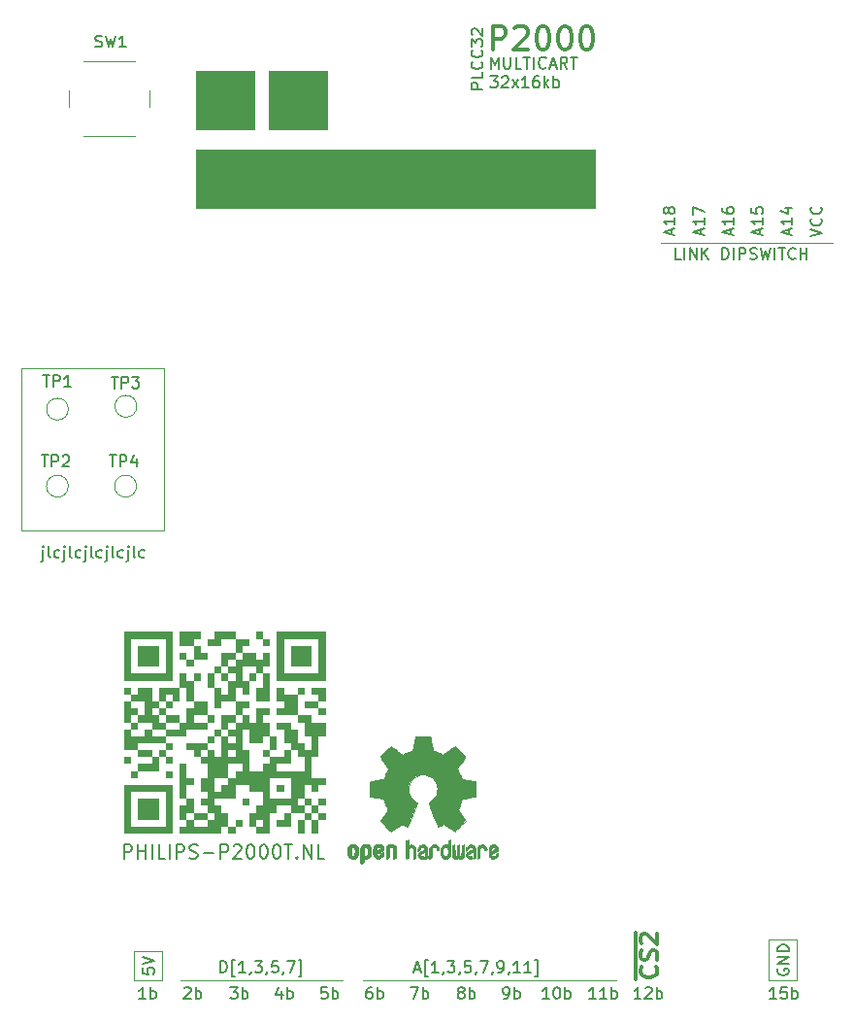
<source format=gbr>
G04 #@! TF.GenerationSoftware,KiCad,Pcbnew,7.0.10*
G04 #@! TF.CreationDate,2024-04-03T18:47:56+02:00*
G04 #@! TF.ProjectId,p2000t-multicartridge,70323030-3074-42d6-9d75-6c7469636172,rev?*
G04 #@! TF.SameCoordinates,Original*
G04 #@! TF.FileFunction,Legend,Top*
G04 #@! TF.FilePolarity,Positive*
%FSLAX46Y46*%
G04 Gerber Fmt 4.6, Leading zero omitted, Abs format (unit mm)*
G04 Created by KiCad (PCBNEW 7.0.10) date 2024-04-03 18:47:56*
%MOMM*%
%LPD*%
G01*
G04 APERTURE LIST*
%ADD10C,0.120000*%
%ADD11C,0.150000*%
%ADD12C,0.300000*%
%ADD13C,0.200000*%
%ADD14C,0.010000*%
%ADD15C,2.000000*%
%ADD16C,1.500000*%
%ADD17R,1.600000X1.600000*%
%ADD18O,1.600000X1.600000*%
%ADD19C,1.600000*%
%ADD20R,1.700000X1.700000*%
%ADD21O,1.700000X1.700000*%
%ADD22R,2.000000X10.000000*%
%ADD23R,1.422400X1.422400*%
%ADD24C,1.422400*%
G04 APERTURE END LIST*
D10*
X59563000Y-59055000D02*
X94361000Y-59055000D01*
X94361000Y-64135000D01*
X59563000Y-64135000D01*
X59563000Y-59055000D01*
G36*
X59563000Y-59055000D02*
G01*
X94361000Y-59055000D01*
X94361000Y-64135000D01*
X59563000Y-64135000D01*
X59563000Y-59055000D01*
G37*
X54214000Y-128905000D02*
X54214000Y-131445000D01*
X109586000Y-131445000D02*
X111999000Y-131445000D01*
X109586000Y-127889000D02*
X109586000Y-131445000D01*
X44323000Y-78105000D02*
X44450000Y-78105000D01*
X74153000Y-131445000D02*
X96251000Y-131445000D01*
X45847000Y-92202000D02*
X44323000Y-92202000D01*
X56769000Y-78105000D02*
X56769000Y-92202000D01*
X44323000Y-92202000D02*
X44323000Y-78105000D01*
X58278000Y-131445000D02*
X72375000Y-131445000D01*
X111999000Y-131445000D02*
X111999000Y-127889000D01*
X56627000Y-131445000D02*
X56627000Y-128905000D01*
X65913000Y-52197000D02*
X70993000Y-52197000D01*
X70993000Y-57277000D01*
X65913000Y-57277000D01*
X65913000Y-52197000D01*
G36*
X65913000Y-52197000D02*
G01*
X70993000Y-52197000D01*
X70993000Y-57277000D01*
X65913000Y-57277000D01*
X65913000Y-52197000D01*
G37*
X100147000Y-67145000D02*
X115147000Y-67145000D01*
X56769000Y-92202000D02*
X45847000Y-92202000D01*
X111999000Y-127889000D02*
X109586000Y-127889000D01*
X44450000Y-78105000D02*
X56769000Y-78105000D01*
X54214000Y-131445000D02*
X56627000Y-131445000D01*
X59563000Y-52197000D02*
X64643000Y-52197000D01*
X64643000Y-57277000D01*
X59563000Y-57277000D01*
X59563000Y-52197000D01*
G36*
X59563000Y-52197000D02*
G01*
X64643000Y-52197000D01*
X64643000Y-57277000D01*
X59563000Y-57277000D01*
X59563000Y-52197000D01*
G37*
X56627000Y-128905000D02*
X54214000Y-128905000D01*
D11*
X86464143Y-133042819D02*
X86654619Y-133042819D01*
X86654619Y-133042819D02*
X86749857Y-132995200D01*
X86749857Y-132995200D02*
X86797476Y-132947580D01*
X86797476Y-132947580D02*
X86892714Y-132804723D01*
X86892714Y-132804723D02*
X86940333Y-132614247D01*
X86940333Y-132614247D02*
X86940333Y-132233295D01*
X86940333Y-132233295D02*
X86892714Y-132138057D01*
X86892714Y-132138057D02*
X86845095Y-132090438D01*
X86845095Y-132090438D02*
X86749857Y-132042819D01*
X86749857Y-132042819D02*
X86559381Y-132042819D01*
X86559381Y-132042819D02*
X86464143Y-132090438D01*
X86464143Y-132090438D02*
X86416524Y-132138057D01*
X86416524Y-132138057D02*
X86368905Y-132233295D01*
X86368905Y-132233295D02*
X86368905Y-132471390D01*
X86368905Y-132471390D02*
X86416524Y-132566628D01*
X86416524Y-132566628D02*
X86464143Y-132614247D01*
X86464143Y-132614247D02*
X86559381Y-132661866D01*
X86559381Y-132661866D02*
X86749857Y-132661866D01*
X86749857Y-132661866D02*
X86845095Y-132614247D01*
X86845095Y-132614247D02*
X86892714Y-132566628D01*
X86892714Y-132566628D02*
X86940333Y-132471390D01*
X87368905Y-133042819D02*
X87368905Y-132042819D01*
X87368905Y-132423771D02*
X87464143Y-132376152D01*
X87464143Y-132376152D02*
X87654619Y-132376152D01*
X87654619Y-132376152D02*
X87749857Y-132423771D01*
X87749857Y-132423771D02*
X87797476Y-132471390D01*
X87797476Y-132471390D02*
X87845095Y-132566628D01*
X87845095Y-132566628D02*
X87845095Y-132852342D01*
X87845095Y-132852342D02*
X87797476Y-132947580D01*
X87797476Y-132947580D02*
X87749857Y-132995200D01*
X87749857Y-132995200D02*
X87654619Y-133042819D01*
X87654619Y-133042819D02*
X87464143Y-133042819D01*
X87464143Y-133042819D02*
X87368905Y-132995200D01*
X74907095Y-132042819D02*
X74716619Y-132042819D01*
X74716619Y-132042819D02*
X74621381Y-132090438D01*
X74621381Y-132090438D02*
X74573762Y-132138057D01*
X74573762Y-132138057D02*
X74478524Y-132280914D01*
X74478524Y-132280914D02*
X74430905Y-132471390D01*
X74430905Y-132471390D02*
X74430905Y-132852342D01*
X74430905Y-132852342D02*
X74478524Y-132947580D01*
X74478524Y-132947580D02*
X74526143Y-132995200D01*
X74526143Y-132995200D02*
X74621381Y-133042819D01*
X74621381Y-133042819D02*
X74811857Y-133042819D01*
X74811857Y-133042819D02*
X74907095Y-132995200D01*
X74907095Y-132995200D02*
X74954714Y-132947580D01*
X74954714Y-132947580D02*
X75002333Y-132852342D01*
X75002333Y-132852342D02*
X75002333Y-132614247D01*
X75002333Y-132614247D02*
X74954714Y-132519009D01*
X74954714Y-132519009D02*
X74907095Y-132471390D01*
X74907095Y-132471390D02*
X74811857Y-132423771D01*
X74811857Y-132423771D02*
X74621381Y-132423771D01*
X74621381Y-132423771D02*
X74526143Y-132471390D01*
X74526143Y-132471390D02*
X74478524Y-132519009D01*
X74478524Y-132519009D02*
X74430905Y-132614247D01*
X75430905Y-133042819D02*
X75430905Y-132042819D01*
X75430905Y-132423771D02*
X75526143Y-132376152D01*
X75526143Y-132376152D02*
X75716619Y-132376152D01*
X75716619Y-132376152D02*
X75811857Y-132423771D01*
X75811857Y-132423771D02*
X75859476Y-132471390D01*
X75859476Y-132471390D02*
X75907095Y-132566628D01*
X75907095Y-132566628D02*
X75907095Y-132852342D01*
X75907095Y-132852342D02*
X75859476Y-132947580D01*
X75859476Y-132947580D02*
X75811857Y-132995200D01*
X75811857Y-132995200D02*
X75716619Y-133042819D01*
X75716619Y-133042819D02*
X75526143Y-133042819D01*
X75526143Y-133042819D02*
X75430905Y-132995200D01*
X82622381Y-132471390D02*
X82527143Y-132423771D01*
X82527143Y-132423771D02*
X82479524Y-132376152D01*
X82479524Y-132376152D02*
X82431905Y-132280914D01*
X82431905Y-132280914D02*
X82431905Y-132233295D01*
X82431905Y-132233295D02*
X82479524Y-132138057D01*
X82479524Y-132138057D02*
X82527143Y-132090438D01*
X82527143Y-132090438D02*
X82622381Y-132042819D01*
X82622381Y-132042819D02*
X82812857Y-132042819D01*
X82812857Y-132042819D02*
X82908095Y-132090438D01*
X82908095Y-132090438D02*
X82955714Y-132138057D01*
X82955714Y-132138057D02*
X83003333Y-132233295D01*
X83003333Y-132233295D02*
X83003333Y-132280914D01*
X83003333Y-132280914D02*
X82955714Y-132376152D01*
X82955714Y-132376152D02*
X82908095Y-132423771D01*
X82908095Y-132423771D02*
X82812857Y-132471390D01*
X82812857Y-132471390D02*
X82622381Y-132471390D01*
X82622381Y-132471390D02*
X82527143Y-132519009D01*
X82527143Y-132519009D02*
X82479524Y-132566628D01*
X82479524Y-132566628D02*
X82431905Y-132661866D01*
X82431905Y-132661866D02*
X82431905Y-132852342D01*
X82431905Y-132852342D02*
X82479524Y-132947580D01*
X82479524Y-132947580D02*
X82527143Y-132995200D01*
X82527143Y-132995200D02*
X82622381Y-133042819D01*
X82622381Y-133042819D02*
X82812857Y-133042819D01*
X82812857Y-133042819D02*
X82908095Y-132995200D01*
X82908095Y-132995200D02*
X82955714Y-132947580D01*
X82955714Y-132947580D02*
X83003333Y-132852342D01*
X83003333Y-132852342D02*
X83003333Y-132661866D01*
X83003333Y-132661866D02*
X82955714Y-132566628D01*
X82955714Y-132566628D02*
X82908095Y-132519009D01*
X82908095Y-132519009D02*
X82812857Y-132471390D01*
X83431905Y-133042819D02*
X83431905Y-132042819D01*
X83431905Y-132423771D02*
X83527143Y-132376152D01*
X83527143Y-132376152D02*
X83717619Y-132376152D01*
X83717619Y-132376152D02*
X83812857Y-132423771D01*
X83812857Y-132423771D02*
X83860476Y-132471390D01*
X83860476Y-132471390D02*
X83908095Y-132566628D01*
X83908095Y-132566628D02*
X83908095Y-132852342D01*
X83908095Y-132852342D02*
X83860476Y-132947580D01*
X83860476Y-132947580D02*
X83812857Y-132995200D01*
X83812857Y-132995200D02*
X83717619Y-133042819D01*
X83717619Y-133042819D02*
X83527143Y-133042819D01*
X83527143Y-133042819D02*
X83431905Y-132995200D01*
X67033095Y-132376152D02*
X67033095Y-133042819D01*
X66795000Y-131995200D02*
X66556905Y-132709485D01*
X66556905Y-132709485D02*
X67175952Y-132709485D01*
X67556905Y-133042819D02*
X67556905Y-132042819D01*
X67556905Y-132423771D02*
X67652143Y-132376152D01*
X67652143Y-132376152D02*
X67842619Y-132376152D01*
X67842619Y-132376152D02*
X67937857Y-132423771D01*
X67937857Y-132423771D02*
X67985476Y-132471390D01*
X67985476Y-132471390D02*
X68033095Y-132566628D01*
X68033095Y-132566628D02*
X68033095Y-132852342D01*
X68033095Y-132852342D02*
X67985476Y-132947580D01*
X67985476Y-132947580D02*
X67937857Y-132995200D01*
X67937857Y-132995200D02*
X67842619Y-133042819D01*
X67842619Y-133042819D02*
X67652143Y-133042819D01*
X67652143Y-133042819D02*
X67556905Y-132995200D01*
X55190333Y-133042819D02*
X54618905Y-133042819D01*
X54904619Y-133042819D02*
X54904619Y-132042819D01*
X54904619Y-132042819D02*
X54809381Y-132185676D01*
X54809381Y-132185676D02*
X54714143Y-132280914D01*
X54714143Y-132280914D02*
X54618905Y-132328533D01*
X55618905Y-133042819D02*
X55618905Y-132042819D01*
X55618905Y-132423771D02*
X55714143Y-132376152D01*
X55714143Y-132376152D02*
X55904619Y-132376152D01*
X55904619Y-132376152D02*
X55999857Y-132423771D01*
X55999857Y-132423771D02*
X56047476Y-132471390D01*
X56047476Y-132471390D02*
X56095095Y-132566628D01*
X56095095Y-132566628D02*
X56095095Y-132852342D01*
X56095095Y-132852342D02*
X56047476Y-132947580D01*
X56047476Y-132947580D02*
X55999857Y-132995200D01*
X55999857Y-132995200D02*
X55904619Y-133042819D01*
X55904619Y-133042819D02*
X55714143Y-133042819D01*
X55714143Y-133042819D02*
X55618905Y-132995200D01*
X58555905Y-132138057D02*
X58603524Y-132090438D01*
X58603524Y-132090438D02*
X58698762Y-132042819D01*
X58698762Y-132042819D02*
X58936857Y-132042819D01*
X58936857Y-132042819D02*
X59032095Y-132090438D01*
X59032095Y-132090438D02*
X59079714Y-132138057D01*
X59079714Y-132138057D02*
X59127333Y-132233295D01*
X59127333Y-132233295D02*
X59127333Y-132328533D01*
X59127333Y-132328533D02*
X59079714Y-132471390D01*
X59079714Y-132471390D02*
X58508286Y-133042819D01*
X58508286Y-133042819D02*
X59127333Y-133042819D01*
X59555905Y-133042819D02*
X59555905Y-132042819D01*
X59555905Y-132423771D02*
X59651143Y-132376152D01*
X59651143Y-132376152D02*
X59841619Y-132376152D01*
X59841619Y-132376152D02*
X59936857Y-132423771D01*
X59936857Y-132423771D02*
X59984476Y-132471390D01*
X59984476Y-132471390D02*
X60032095Y-132566628D01*
X60032095Y-132566628D02*
X60032095Y-132852342D01*
X60032095Y-132852342D02*
X59984476Y-132947580D01*
X59984476Y-132947580D02*
X59936857Y-132995200D01*
X59936857Y-132995200D02*
X59841619Y-133042819D01*
X59841619Y-133042819D02*
X59651143Y-133042819D01*
X59651143Y-133042819D02*
X59555905Y-132995200D01*
X71017714Y-132042819D02*
X70541524Y-132042819D01*
X70541524Y-132042819D02*
X70493905Y-132519009D01*
X70493905Y-132519009D02*
X70541524Y-132471390D01*
X70541524Y-132471390D02*
X70636762Y-132423771D01*
X70636762Y-132423771D02*
X70874857Y-132423771D01*
X70874857Y-132423771D02*
X70970095Y-132471390D01*
X70970095Y-132471390D02*
X71017714Y-132519009D01*
X71017714Y-132519009D02*
X71065333Y-132614247D01*
X71065333Y-132614247D02*
X71065333Y-132852342D01*
X71065333Y-132852342D02*
X71017714Y-132947580D01*
X71017714Y-132947580D02*
X70970095Y-132995200D01*
X70970095Y-132995200D02*
X70874857Y-133042819D01*
X70874857Y-133042819D02*
X70636762Y-133042819D01*
X70636762Y-133042819D02*
X70541524Y-132995200D01*
X70541524Y-132995200D02*
X70493905Y-132947580D01*
X71493905Y-133042819D02*
X71493905Y-132042819D01*
X71493905Y-132423771D02*
X71589143Y-132376152D01*
X71589143Y-132376152D02*
X71779619Y-132376152D01*
X71779619Y-132376152D02*
X71874857Y-132423771D01*
X71874857Y-132423771D02*
X71922476Y-132471390D01*
X71922476Y-132471390D02*
X71970095Y-132566628D01*
X71970095Y-132566628D02*
X71970095Y-132852342D01*
X71970095Y-132852342D02*
X71922476Y-132947580D01*
X71922476Y-132947580D02*
X71874857Y-132995200D01*
X71874857Y-132995200D02*
X71779619Y-133042819D01*
X71779619Y-133042819D02*
X71589143Y-133042819D01*
X71589143Y-133042819D02*
X71493905Y-132995200D01*
X78320286Y-132042819D02*
X78986952Y-132042819D01*
X78986952Y-132042819D02*
X78558381Y-133042819D01*
X79367905Y-133042819D02*
X79367905Y-132042819D01*
X79367905Y-132423771D02*
X79463143Y-132376152D01*
X79463143Y-132376152D02*
X79653619Y-132376152D01*
X79653619Y-132376152D02*
X79748857Y-132423771D01*
X79748857Y-132423771D02*
X79796476Y-132471390D01*
X79796476Y-132471390D02*
X79844095Y-132566628D01*
X79844095Y-132566628D02*
X79844095Y-132852342D01*
X79844095Y-132852342D02*
X79796476Y-132947580D01*
X79796476Y-132947580D02*
X79748857Y-132995200D01*
X79748857Y-132995200D02*
X79653619Y-133042819D01*
X79653619Y-133042819D02*
X79463143Y-133042819D01*
X79463143Y-133042819D02*
X79367905Y-132995200D01*
X94465142Y-133042819D02*
X93893714Y-133042819D01*
X94179428Y-133042819D02*
X94179428Y-132042819D01*
X94179428Y-132042819D02*
X94084190Y-132185676D01*
X94084190Y-132185676D02*
X93988952Y-132280914D01*
X93988952Y-132280914D02*
X93893714Y-132328533D01*
X95417523Y-133042819D02*
X94846095Y-133042819D01*
X95131809Y-133042819D02*
X95131809Y-132042819D01*
X95131809Y-132042819D02*
X95036571Y-132185676D01*
X95036571Y-132185676D02*
X94941333Y-132280914D01*
X94941333Y-132280914D02*
X94846095Y-132328533D01*
X95846095Y-133042819D02*
X95846095Y-132042819D01*
X95846095Y-132423771D02*
X95941333Y-132376152D01*
X95941333Y-132376152D02*
X96131809Y-132376152D01*
X96131809Y-132376152D02*
X96227047Y-132423771D01*
X96227047Y-132423771D02*
X96274666Y-132471390D01*
X96274666Y-132471390D02*
X96322285Y-132566628D01*
X96322285Y-132566628D02*
X96322285Y-132852342D01*
X96322285Y-132852342D02*
X96274666Y-132947580D01*
X96274666Y-132947580D02*
X96227047Y-132995200D01*
X96227047Y-132995200D02*
X96131809Y-133042819D01*
X96131809Y-133042819D02*
X95941333Y-133042819D01*
X95941333Y-133042819D02*
X95846095Y-132995200D01*
X98402142Y-133042819D02*
X97830714Y-133042819D01*
X98116428Y-133042819D02*
X98116428Y-132042819D01*
X98116428Y-132042819D02*
X98021190Y-132185676D01*
X98021190Y-132185676D02*
X97925952Y-132280914D01*
X97925952Y-132280914D02*
X97830714Y-132328533D01*
X98783095Y-132138057D02*
X98830714Y-132090438D01*
X98830714Y-132090438D02*
X98925952Y-132042819D01*
X98925952Y-132042819D02*
X99164047Y-132042819D01*
X99164047Y-132042819D02*
X99259285Y-132090438D01*
X99259285Y-132090438D02*
X99306904Y-132138057D01*
X99306904Y-132138057D02*
X99354523Y-132233295D01*
X99354523Y-132233295D02*
X99354523Y-132328533D01*
X99354523Y-132328533D02*
X99306904Y-132471390D01*
X99306904Y-132471390D02*
X98735476Y-133042819D01*
X98735476Y-133042819D02*
X99354523Y-133042819D01*
X99783095Y-133042819D02*
X99783095Y-132042819D01*
X99783095Y-132423771D02*
X99878333Y-132376152D01*
X99878333Y-132376152D02*
X100068809Y-132376152D01*
X100068809Y-132376152D02*
X100164047Y-132423771D01*
X100164047Y-132423771D02*
X100211666Y-132471390D01*
X100211666Y-132471390D02*
X100259285Y-132566628D01*
X100259285Y-132566628D02*
X100259285Y-132852342D01*
X100259285Y-132852342D02*
X100211666Y-132947580D01*
X100211666Y-132947580D02*
X100164047Y-132995200D01*
X100164047Y-132995200D02*
X100068809Y-133042819D01*
X100068809Y-133042819D02*
X99878333Y-133042819D01*
X99878333Y-133042819D02*
X99783095Y-132995200D01*
X110213142Y-133042819D02*
X109641714Y-133042819D01*
X109927428Y-133042819D02*
X109927428Y-132042819D01*
X109927428Y-132042819D02*
X109832190Y-132185676D01*
X109832190Y-132185676D02*
X109736952Y-132280914D01*
X109736952Y-132280914D02*
X109641714Y-132328533D01*
X111117904Y-132042819D02*
X110641714Y-132042819D01*
X110641714Y-132042819D02*
X110594095Y-132519009D01*
X110594095Y-132519009D02*
X110641714Y-132471390D01*
X110641714Y-132471390D02*
X110736952Y-132423771D01*
X110736952Y-132423771D02*
X110975047Y-132423771D01*
X110975047Y-132423771D02*
X111070285Y-132471390D01*
X111070285Y-132471390D02*
X111117904Y-132519009D01*
X111117904Y-132519009D02*
X111165523Y-132614247D01*
X111165523Y-132614247D02*
X111165523Y-132852342D01*
X111165523Y-132852342D02*
X111117904Y-132947580D01*
X111117904Y-132947580D02*
X111070285Y-132995200D01*
X111070285Y-132995200D02*
X110975047Y-133042819D01*
X110975047Y-133042819D02*
X110736952Y-133042819D01*
X110736952Y-133042819D02*
X110641714Y-132995200D01*
X110641714Y-132995200D02*
X110594095Y-132947580D01*
X111594095Y-133042819D02*
X111594095Y-132042819D01*
X111594095Y-132423771D02*
X111689333Y-132376152D01*
X111689333Y-132376152D02*
X111879809Y-132376152D01*
X111879809Y-132376152D02*
X111975047Y-132423771D01*
X111975047Y-132423771D02*
X112022666Y-132471390D01*
X112022666Y-132471390D02*
X112070285Y-132566628D01*
X112070285Y-132566628D02*
X112070285Y-132852342D01*
X112070285Y-132852342D02*
X112022666Y-132947580D01*
X112022666Y-132947580D02*
X111975047Y-132995200D01*
X111975047Y-132995200D02*
X111879809Y-133042819D01*
X111879809Y-133042819D02*
X111689333Y-133042819D01*
X111689333Y-133042819D02*
X111594095Y-132995200D01*
X62572286Y-132042819D02*
X63191333Y-132042819D01*
X63191333Y-132042819D02*
X62858000Y-132423771D01*
X62858000Y-132423771D02*
X63000857Y-132423771D01*
X63000857Y-132423771D02*
X63096095Y-132471390D01*
X63096095Y-132471390D02*
X63143714Y-132519009D01*
X63143714Y-132519009D02*
X63191333Y-132614247D01*
X63191333Y-132614247D02*
X63191333Y-132852342D01*
X63191333Y-132852342D02*
X63143714Y-132947580D01*
X63143714Y-132947580D02*
X63096095Y-132995200D01*
X63096095Y-132995200D02*
X63000857Y-133042819D01*
X63000857Y-133042819D02*
X62715143Y-133042819D01*
X62715143Y-133042819D02*
X62619905Y-132995200D01*
X62619905Y-132995200D02*
X62572286Y-132947580D01*
X63619905Y-133042819D02*
X63619905Y-132042819D01*
X63619905Y-132423771D02*
X63715143Y-132376152D01*
X63715143Y-132376152D02*
X63905619Y-132376152D01*
X63905619Y-132376152D02*
X64000857Y-132423771D01*
X64000857Y-132423771D02*
X64048476Y-132471390D01*
X64048476Y-132471390D02*
X64096095Y-132566628D01*
X64096095Y-132566628D02*
X64096095Y-132852342D01*
X64096095Y-132852342D02*
X64048476Y-132947580D01*
X64048476Y-132947580D02*
X64000857Y-132995200D01*
X64000857Y-132995200D02*
X63905619Y-133042819D01*
X63905619Y-133042819D02*
X63715143Y-133042819D01*
X63715143Y-133042819D02*
X63619905Y-132995200D01*
X90401142Y-133042819D02*
X89829714Y-133042819D01*
X90115428Y-133042819D02*
X90115428Y-132042819D01*
X90115428Y-132042819D02*
X90020190Y-132185676D01*
X90020190Y-132185676D02*
X89924952Y-132280914D01*
X89924952Y-132280914D02*
X89829714Y-132328533D01*
X91020190Y-132042819D02*
X91115428Y-132042819D01*
X91115428Y-132042819D02*
X91210666Y-132090438D01*
X91210666Y-132090438D02*
X91258285Y-132138057D01*
X91258285Y-132138057D02*
X91305904Y-132233295D01*
X91305904Y-132233295D02*
X91353523Y-132423771D01*
X91353523Y-132423771D02*
X91353523Y-132661866D01*
X91353523Y-132661866D02*
X91305904Y-132852342D01*
X91305904Y-132852342D02*
X91258285Y-132947580D01*
X91258285Y-132947580D02*
X91210666Y-132995200D01*
X91210666Y-132995200D02*
X91115428Y-133042819D01*
X91115428Y-133042819D02*
X91020190Y-133042819D01*
X91020190Y-133042819D02*
X90924952Y-132995200D01*
X90924952Y-132995200D02*
X90877333Y-132947580D01*
X90877333Y-132947580D02*
X90829714Y-132852342D01*
X90829714Y-132852342D02*
X90782095Y-132661866D01*
X90782095Y-132661866D02*
X90782095Y-132423771D01*
X90782095Y-132423771D02*
X90829714Y-132233295D01*
X90829714Y-132233295D02*
X90877333Y-132138057D01*
X90877333Y-132138057D02*
X90924952Y-132090438D01*
X90924952Y-132090438D02*
X91020190Y-132042819D01*
X91782095Y-133042819D02*
X91782095Y-132042819D01*
X91782095Y-132423771D02*
X91877333Y-132376152D01*
X91877333Y-132376152D02*
X92067809Y-132376152D01*
X92067809Y-132376152D02*
X92163047Y-132423771D01*
X92163047Y-132423771D02*
X92210666Y-132471390D01*
X92210666Y-132471390D02*
X92258285Y-132566628D01*
X92258285Y-132566628D02*
X92258285Y-132852342D01*
X92258285Y-132852342D02*
X92210666Y-132947580D01*
X92210666Y-132947580D02*
X92163047Y-132995200D01*
X92163047Y-132995200D02*
X92067809Y-133042819D01*
X92067809Y-133042819D02*
X91877333Y-133042819D01*
X91877333Y-133042819D02*
X91782095Y-132995200D01*
X110358438Y-130428904D02*
X110310819Y-130524142D01*
X110310819Y-130524142D02*
X110310819Y-130666999D01*
X110310819Y-130666999D02*
X110358438Y-130809856D01*
X110358438Y-130809856D02*
X110453676Y-130905094D01*
X110453676Y-130905094D02*
X110548914Y-130952713D01*
X110548914Y-130952713D02*
X110739390Y-131000332D01*
X110739390Y-131000332D02*
X110882247Y-131000332D01*
X110882247Y-131000332D02*
X111072723Y-130952713D01*
X111072723Y-130952713D02*
X111167961Y-130905094D01*
X111167961Y-130905094D02*
X111263200Y-130809856D01*
X111263200Y-130809856D02*
X111310819Y-130666999D01*
X111310819Y-130666999D02*
X111310819Y-130571761D01*
X111310819Y-130571761D02*
X111263200Y-130428904D01*
X111263200Y-130428904D02*
X111215580Y-130381285D01*
X111215580Y-130381285D02*
X110882247Y-130381285D01*
X110882247Y-130381285D02*
X110882247Y-130571761D01*
X111310819Y-129952713D02*
X110310819Y-129952713D01*
X110310819Y-129952713D02*
X111310819Y-129381285D01*
X111310819Y-129381285D02*
X110310819Y-129381285D01*
X111310819Y-128905094D02*
X110310819Y-128905094D01*
X110310819Y-128905094D02*
X110310819Y-128666999D01*
X110310819Y-128666999D02*
X110358438Y-128524142D01*
X110358438Y-128524142D02*
X110453676Y-128428904D01*
X110453676Y-128428904D02*
X110548914Y-128381285D01*
X110548914Y-128381285D02*
X110739390Y-128333666D01*
X110739390Y-128333666D02*
X110882247Y-128333666D01*
X110882247Y-128333666D02*
X111072723Y-128381285D01*
X111072723Y-128381285D02*
X111167961Y-128428904D01*
X111167961Y-128428904D02*
X111263200Y-128524142D01*
X111263200Y-128524142D02*
X111310819Y-128666999D01*
X111310819Y-128666999D02*
X111310819Y-128905094D01*
X108765304Y-66436475D02*
X108765304Y-65960285D01*
X109051019Y-66531713D02*
X108051019Y-66198380D01*
X108051019Y-66198380D02*
X109051019Y-65865047D01*
X109051019Y-65007904D02*
X109051019Y-65579332D01*
X109051019Y-65293618D02*
X108051019Y-65293618D01*
X108051019Y-65293618D02*
X108193876Y-65388856D01*
X108193876Y-65388856D02*
X108289114Y-65484094D01*
X108289114Y-65484094D02*
X108336733Y-65579332D01*
X108051019Y-64103142D02*
X108051019Y-64579332D01*
X108051019Y-64579332D02*
X108527209Y-64626951D01*
X108527209Y-64626951D02*
X108479590Y-64579332D01*
X108479590Y-64579332D02*
X108431971Y-64484094D01*
X108431971Y-64484094D02*
X108431971Y-64245999D01*
X108431971Y-64245999D02*
X108479590Y-64150761D01*
X108479590Y-64150761D02*
X108527209Y-64103142D01*
X108527209Y-64103142D02*
X108622447Y-64055523D01*
X108622447Y-64055523D02*
X108860542Y-64055523D01*
X108860542Y-64055523D02*
X108955780Y-64103142D01*
X108955780Y-64103142D02*
X109003400Y-64150761D01*
X109003400Y-64150761D02*
X109051019Y-64245999D01*
X109051019Y-64245999D02*
X109051019Y-64484094D01*
X109051019Y-64484094D02*
X109003400Y-64579332D01*
X109003400Y-64579332D02*
X108955780Y-64626951D01*
X106204504Y-66436475D02*
X106204504Y-65960285D01*
X106490219Y-66531713D02*
X105490219Y-66198380D01*
X105490219Y-66198380D02*
X106490219Y-65865047D01*
X106490219Y-65007904D02*
X106490219Y-65579332D01*
X106490219Y-65293618D02*
X105490219Y-65293618D01*
X105490219Y-65293618D02*
X105633076Y-65388856D01*
X105633076Y-65388856D02*
X105728314Y-65484094D01*
X105728314Y-65484094D02*
X105775933Y-65579332D01*
X105490219Y-64150761D02*
X105490219Y-64341237D01*
X105490219Y-64341237D02*
X105537838Y-64436475D01*
X105537838Y-64436475D02*
X105585457Y-64484094D01*
X105585457Y-64484094D02*
X105728314Y-64579332D01*
X105728314Y-64579332D02*
X105918790Y-64626951D01*
X105918790Y-64626951D02*
X106299742Y-64626951D01*
X106299742Y-64626951D02*
X106394980Y-64579332D01*
X106394980Y-64579332D02*
X106442600Y-64531713D01*
X106442600Y-64531713D02*
X106490219Y-64436475D01*
X106490219Y-64436475D02*
X106490219Y-64245999D01*
X106490219Y-64245999D02*
X106442600Y-64150761D01*
X106442600Y-64150761D02*
X106394980Y-64103142D01*
X106394980Y-64103142D02*
X106299742Y-64055523D01*
X106299742Y-64055523D02*
X106061647Y-64055523D01*
X106061647Y-64055523D02*
X105966409Y-64103142D01*
X105966409Y-64103142D02*
X105918790Y-64150761D01*
X105918790Y-64150761D02*
X105871171Y-64245999D01*
X105871171Y-64245999D02*
X105871171Y-64436475D01*
X105871171Y-64436475D02*
X105918790Y-64531713D01*
X105918790Y-64531713D02*
X105966409Y-64579332D01*
X105966409Y-64579332D02*
X106061647Y-64626951D01*
X103643704Y-66436475D02*
X103643704Y-65960285D01*
X103929419Y-66531713D02*
X102929419Y-66198380D01*
X102929419Y-66198380D02*
X103929419Y-65865047D01*
X103929419Y-65007904D02*
X103929419Y-65579332D01*
X103929419Y-65293618D02*
X102929419Y-65293618D01*
X102929419Y-65293618D02*
X103072276Y-65388856D01*
X103072276Y-65388856D02*
X103167514Y-65484094D01*
X103167514Y-65484094D02*
X103215133Y-65579332D01*
X102929419Y-64674570D02*
X102929419Y-64007904D01*
X102929419Y-64007904D02*
X103929419Y-64436475D01*
X101082904Y-66436475D02*
X101082904Y-65960285D01*
X101368619Y-66531713D02*
X100368619Y-66198380D01*
X100368619Y-66198380D02*
X101368619Y-65865047D01*
X101368619Y-65007904D02*
X101368619Y-65579332D01*
X101368619Y-65293618D02*
X100368619Y-65293618D01*
X100368619Y-65293618D02*
X100511476Y-65388856D01*
X100511476Y-65388856D02*
X100606714Y-65484094D01*
X100606714Y-65484094D02*
X100654333Y-65579332D01*
X100797190Y-64436475D02*
X100749571Y-64531713D01*
X100749571Y-64531713D02*
X100701952Y-64579332D01*
X100701952Y-64579332D02*
X100606714Y-64626951D01*
X100606714Y-64626951D02*
X100559095Y-64626951D01*
X100559095Y-64626951D02*
X100463857Y-64579332D01*
X100463857Y-64579332D02*
X100416238Y-64531713D01*
X100416238Y-64531713D02*
X100368619Y-64436475D01*
X100368619Y-64436475D02*
X100368619Y-64245999D01*
X100368619Y-64245999D02*
X100416238Y-64150761D01*
X100416238Y-64150761D02*
X100463857Y-64103142D01*
X100463857Y-64103142D02*
X100559095Y-64055523D01*
X100559095Y-64055523D02*
X100606714Y-64055523D01*
X100606714Y-64055523D02*
X100701952Y-64103142D01*
X100701952Y-64103142D02*
X100749571Y-64150761D01*
X100749571Y-64150761D02*
X100797190Y-64245999D01*
X100797190Y-64245999D02*
X100797190Y-64436475D01*
X100797190Y-64436475D02*
X100844809Y-64531713D01*
X100844809Y-64531713D02*
X100892428Y-64579332D01*
X100892428Y-64579332D02*
X100987666Y-64626951D01*
X100987666Y-64626951D02*
X101178142Y-64626951D01*
X101178142Y-64626951D02*
X101273380Y-64579332D01*
X101273380Y-64579332D02*
X101321000Y-64531713D01*
X101321000Y-64531713D02*
X101368619Y-64436475D01*
X101368619Y-64436475D02*
X101368619Y-64245999D01*
X101368619Y-64245999D02*
X101321000Y-64150761D01*
X101321000Y-64150761D02*
X101273380Y-64103142D01*
X101273380Y-64103142D02*
X101178142Y-64055523D01*
X101178142Y-64055523D02*
X100987666Y-64055523D01*
X100987666Y-64055523D02*
X100892428Y-64103142D01*
X100892428Y-64103142D02*
X100844809Y-64150761D01*
X100844809Y-64150761D02*
X100797190Y-64245999D01*
X111326104Y-66436475D02*
X111326104Y-65960285D01*
X111611819Y-66531713D02*
X110611819Y-66198380D01*
X110611819Y-66198380D02*
X111611819Y-65865047D01*
X111611819Y-65007904D02*
X111611819Y-65579332D01*
X111611819Y-65293618D02*
X110611819Y-65293618D01*
X110611819Y-65293618D02*
X110754676Y-65388856D01*
X110754676Y-65388856D02*
X110849914Y-65484094D01*
X110849914Y-65484094D02*
X110897533Y-65579332D01*
X110945152Y-64150761D02*
X111611819Y-64150761D01*
X110564200Y-64388856D02*
X111278485Y-64626951D01*
X111278485Y-64626951D02*
X111278485Y-64007904D01*
X84601819Y-53764047D02*
X83601819Y-53764047D01*
X83601819Y-53764047D02*
X83601819Y-53383095D01*
X83601819Y-53383095D02*
X83649438Y-53287857D01*
X83649438Y-53287857D02*
X83697057Y-53240238D01*
X83697057Y-53240238D02*
X83792295Y-53192619D01*
X83792295Y-53192619D02*
X83935152Y-53192619D01*
X83935152Y-53192619D02*
X84030390Y-53240238D01*
X84030390Y-53240238D02*
X84078009Y-53287857D01*
X84078009Y-53287857D02*
X84125628Y-53383095D01*
X84125628Y-53383095D02*
X84125628Y-53764047D01*
X84601819Y-52287857D02*
X84601819Y-52764047D01*
X84601819Y-52764047D02*
X83601819Y-52764047D01*
X84506580Y-51383095D02*
X84554200Y-51430714D01*
X84554200Y-51430714D02*
X84601819Y-51573571D01*
X84601819Y-51573571D02*
X84601819Y-51668809D01*
X84601819Y-51668809D02*
X84554200Y-51811666D01*
X84554200Y-51811666D02*
X84458961Y-51906904D01*
X84458961Y-51906904D02*
X84363723Y-51954523D01*
X84363723Y-51954523D02*
X84173247Y-52002142D01*
X84173247Y-52002142D02*
X84030390Y-52002142D01*
X84030390Y-52002142D02*
X83839914Y-51954523D01*
X83839914Y-51954523D02*
X83744676Y-51906904D01*
X83744676Y-51906904D02*
X83649438Y-51811666D01*
X83649438Y-51811666D02*
X83601819Y-51668809D01*
X83601819Y-51668809D02*
X83601819Y-51573571D01*
X83601819Y-51573571D02*
X83649438Y-51430714D01*
X83649438Y-51430714D02*
X83697057Y-51383095D01*
X84506580Y-50383095D02*
X84554200Y-50430714D01*
X84554200Y-50430714D02*
X84601819Y-50573571D01*
X84601819Y-50573571D02*
X84601819Y-50668809D01*
X84601819Y-50668809D02*
X84554200Y-50811666D01*
X84554200Y-50811666D02*
X84458961Y-50906904D01*
X84458961Y-50906904D02*
X84363723Y-50954523D01*
X84363723Y-50954523D02*
X84173247Y-51002142D01*
X84173247Y-51002142D02*
X84030390Y-51002142D01*
X84030390Y-51002142D02*
X83839914Y-50954523D01*
X83839914Y-50954523D02*
X83744676Y-50906904D01*
X83744676Y-50906904D02*
X83649438Y-50811666D01*
X83649438Y-50811666D02*
X83601819Y-50668809D01*
X83601819Y-50668809D02*
X83601819Y-50573571D01*
X83601819Y-50573571D02*
X83649438Y-50430714D01*
X83649438Y-50430714D02*
X83697057Y-50383095D01*
X83601819Y-50049761D02*
X83601819Y-49430714D01*
X83601819Y-49430714D02*
X83982771Y-49764047D01*
X83982771Y-49764047D02*
X83982771Y-49621190D01*
X83982771Y-49621190D02*
X84030390Y-49525952D01*
X84030390Y-49525952D02*
X84078009Y-49478333D01*
X84078009Y-49478333D02*
X84173247Y-49430714D01*
X84173247Y-49430714D02*
X84411342Y-49430714D01*
X84411342Y-49430714D02*
X84506580Y-49478333D01*
X84506580Y-49478333D02*
X84554200Y-49525952D01*
X84554200Y-49525952D02*
X84601819Y-49621190D01*
X84601819Y-49621190D02*
X84601819Y-49906904D01*
X84601819Y-49906904D02*
X84554200Y-50002142D01*
X84554200Y-50002142D02*
X84506580Y-50049761D01*
X83697057Y-49049761D02*
X83649438Y-49002142D01*
X83649438Y-49002142D02*
X83601819Y-48906904D01*
X83601819Y-48906904D02*
X83601819Y-48668809D01*
X83601819Y-48668809D02*
X83649438Y-48573571D01*
X83649438Y-48573571D02*
X83697057Y-48525952D01*
X83697057Y-48525952D02*
X83792295Y-48478333D01*
X83792295Y-48478333D02*
X83887533Y-48478333D01*
X83887533Y-48478333D02*
X84030390Y-48525952D01*
X84030390Y-48525952D02*
X84601819Y-49097380D01*
X84601819Y-49097380D02*
X84601819Y-48478333D01*
X85307324Y-51973819D02*
X85307324Y-50973819D01*
X85307324Y-50973819D02*
X85640657Y-51688104D01*
X85640657Y-51688104D02*
X85973990Y-50973819D01*
X85973990Y-50973819D02*
X85973990Y-51973819D01*
X86450181Y-50973819D02*
X86450181Y-51783342D01*
X86450181Y-51783342D02*
X86497800Y-51878580D01*
X86497800Y-51878580D02*
X86545419Y-51926200D01*
X86545419Y-51926200D02*
X86640657Y-51973819D01*
X86640657Y-51973819D02*
X86831133Y-51973819D01*
X86831133Y-51973819D02*
X86926371Y-51926200D01*
X86926371Y-51926200D02*
X86973990Y-51878580D01*
X86973990Y-51878580D02*
X87021609Y-51783342D01*
X87021609Y-51783342D02*
X87021609Y-50973819D01*
X87973990Y-51973819D02*
X87497800Y-51973819D01*
X87497800Y-51973819D02*
X87497800Y-50973819D01*
X88164467Y-50973819D02*
X88735895Y-50973819D01*
X88450181Y-51973819D02*
X88450181Y-50973819D01*
X89069229Y-51973819D02*
X89069229Y-50973819D01*
X90116847Y-51878580D02*
X90069228Y-51926200D01*
X90069228Y-51926200D02*
X89926371Y-51973819D01*
X89926371Y-51973819D02*
X89831133Y-51973819D01*
X89831133Y-51973819D02*
X89688276Y-51926200D01*
X89688276Y-51926200D02*
X89593038Y-51830961D01*
X89593038Y-51830961D02*
X89545419Y-51735723D01*
X89545419Y-51735723D02*
X89497800Y-51545247D01*
X89497800Y-51545247D02*
X89497800Y-51402390D01*
X89497800Y-51402390D02*
X89545419Y-51211914D01*
X89545419Y-51211914D02*
X89593038Y-51116676D01*
X89593038Y-51116676D02*
X89688276Y-51021438D01*
X89688276Y-51021438D02*
X89831133Y-50973819D01*
X89831133Y-50973819D02*
X89926371Y-50973819D01*
X89926371Y-50973819D02*
X90069228Y-51021438D01*
X90069228Y-51021438D02*
X90116847Y-51069057D01*
X90497800Y-51688104D02*
X90973990Y-51688104D01*
X90402562Y-51973819D02*
X90735895Y-50973819D01*
X90735895Y-50973819D02*
X91069228Y-51973819D01*
X91973990Y-51973819D02*
X91640657Y-51497628D01*
X91402562Y-51973819D02*
X91402562Y-50973819D01*
X91402562Y-50973819D02*
X91783514Y-50973819D01*
X91783514Y-50973819D02*
X91878752Y-51021438D01*
X91878752Y-51021438D02*
X91926371Y-51069057D01*
X91926371Y-51069057D02*
X91973990Y-51164295D01*
X91973990Y-51164295D02*
X91973990Y-51307152D01*
X91973990Y-51307152D02*
X91926371Y-51402390D01*
X91926371Y-51402390D02*
X91878752Y-51450009D01*
X91878752Y-51450009D02*
X91783514Y-51497628D01*
X91783514Y-51497628D02*
X91402562Y-51497628D01*
X92259705Y-50973819D02*
X92831133Y-50973819D01*
X92545419Y-51973819D02*
X92545419Y-50973819D01*
D12*
X85487158Y-50303638D02*
X85487158Y-48303638D01*
X85487158Y-48303638D02*
X86249063Y-48303638D01*
X86249063Y-48303638D02*
X86439539Y-48398876D01*
X86439539Y-48398876D02*
X86534777Y-48494114D01*
X86534777Y-48494114D02*
X86630015Y-48684590D01*
X86630015Y-48684590D02*
X86630015Y-48970304D01*
X86630015Y-48970304D02*
X86534777Y-49160780D01*
X86534777Y-49160780D02*
X86439539Y-49256019D01*
X86439539Y-49256019D02*
X86249063Y-49351257D01*
X86249063Y-49351257D02*
X85487158Y-49351257D01*
X87391920Y-48494114D02*
X87487158Y-48398876D01*
X87487158Y-48398876D02*
X87677634Y-48303638D01*
X87677634Y-48303638D02*
X88153825Y-48303638D01*
X88153825Y-48303638D02*
X88344301Y-48398876D01*
X88344301Y-48398876D02*
X88439539Y-48494114D01*
X88439539Y-48494114D02*
X88534777Y-48684590D01*
X88534777Y-48684590D02*
X88534777Y-48875066D01*
X88534777Y-48875066D02*
X88439539Y-49160780D01*
X88439539Y-49160780D02*
X87296682Y-50303638D01*
X87296682Y-50303638D02*
X88534777Y-50303638D01*
X89772872Y-48303638D02*
X89963349Y-48303638D01*
X89963349Y-48303638D02*
X90153825Y-48398876D01*
X90153825Y-48398876D02*
X90249063Y-48494114D01*
X90249063Y-48494114D02*
X90344301Y-48684590D01*
X90344301Y-48684590D02*
X90439539Y-49065542D01*
X90439539Y-49065542D02*
X90439539Y-49541733D01*
X90439539Y-49541733D02*
X90344301Y-49922685D01*
X90344301Y-49922685D02*
X90249063Y-50113161D01*
X90249063Y-50113161D02*
X90153825Y-50208400D01*
X90153825Y-50208400D02*
X89963349Y-50303638D01*
X89963349Y-50303638D02*
X89772872Y-50303638D01*
X89772872Y-50303638D02*
X89582396Y-50208400D01*
X89582396Y-50208400D02*
X89487158Y-50113161D01*
X89487158Y-50113161D02*
X89391920Y-49922685D01*
X89391920Y-49922685D02*
X89296682Y-49541733D01*
X89296682Y-49541733D02*
X89296682Y-49065542D01*
X89296682Y-49065542D02*
X89391920Y-48684590D01*
X89391920Y-48684590D02*
X89487158Y-48494114D01*
X89487158Y-48494114D02*
X89582396Y-48398876D01*
X89582396Y-48398876D02*
X89772872Y-48303638D01*
X91677634Y-48303638D02*
X91868111Y-48303638D01*
X91868111Y-48303638D02*
X92058587Y-48398876D01*
X92058587Y-48398876D02*
X92153825Y-48494114D01*
X92153825Y-48494114D02*
X92249063Y-48684590D01*
X92249063Y-48684590D02*
X92344301Y-49065542D01*
X92344301Y-49065542D02*
X92344301Y-49541733D01*
X92344301Y-49541733D02*
X92249063Y-49922685D01*
X92249063Y-49922685D02*
X92153825Y-50113161D01*
X92153825Y-50113161D02*
X92058587Y-50208400D01*
X92058587Y-50208400D02*
X91868111Y-50303638D01*
X91868111Y-50303638D02*
X91677634Y-50303638D01*
X91677634Y-50303638D02*
X91487158Y-50208400D01*
X91487158Y-50208400D02*
X91391920Y-50113161D01*
X91391920Y-50113161D02*
X91296682Y-49922685D01*
X91296682Y-49922685D02*
X91201444Y-49541733D01*
X91201444Y-49541733D02*
X91201444Y-49065542D01*
X91201444Y-49065542D02*
X91296682Y-48684590D01*
X91296682Y-48684590D02*
X91391920Y-48494114D01*
X91391920Y-48494114D02*
X91487158Y-48398876D01*
X91487158Y-48398876D02*
X91677634Y-48303638D01*
X93582396Y-48303638D02*
X93772873Y-48303638D01*
X93772873Y-48303638D02*
X93963349Y-48398876D01*
X93963349Y-48398876D02*
X94058587Y-48494114D01*
X94058587Y-48494114D02*
X94153825Y-48684590D01*
X94153825Y-48684590D02*
X94249063Y-49065542D01*
X94249063Y-49065542D02*
X94249063Y-49541733D01*
X94249063Y-49541733D02*
X94153825Y-49922685D01*
X94153825Y-49922685D02*
X94058587Y-50113161D01*
X94058587Y-50113161D02*
X93963349Y-50208400D01*
X93963349Y-50208400D02*
X93772873Y-50303638D01*
X93772873Y-50303638D02*
X93582396Y-50303638D01*
X93582396Y-50303638D02*
X93391920Y-50208400D01*
X93391920Y-50208400D02*
X93296682Y-50113161D01*
X93296682Y-50113161D02*
X93201444Y-49922685D01*
X93201444Y-49922685D02*
X93106206Y-49541733D01*
X93106206Y-49541733D02*
X93106206Y-49065542D01*
X93106206Y-49065542D02*
X93201444Y-48684590D01*
X93201444Y-48684590D02*
X93296682Y-48494114D01*
X93296682Y-48494114D02*
X93391920Y-48398876D01*
X93391920Y-48398876D02*
X93582396Y-48303638D01*
D11*
X85262790Y-52650219D02*
X85881837Y-52650219D01*
X85881837Y-52650219D02*
X85548504Y-53031171D01*
X85548504Y-53031171D02*
X85691361Y-53031171D01*
X85691361Y-53031171D02*
X85786599Y-53078790D01*
X85786599Y-53078790D02*
X85834218Y-53126409D01*
X85834218Y-53126409D02*
X85881837Y-53221647D01*
X85881837Y-53221647D02*
X85881837Y-53459742D01*
X85881837Y-53459742D02*
X85834218Y-53554980D01*
X85834218Y-53554980D02*
X85786599Y-53602600D01*
X85786599Y-53602600D02*
X85691361Y-53650219D01*
X85691361Y-53650219D02*
X85405647Y-53650219D01*
X85405647Y-53650219D02*
X85310409Y-53602600D01*
X85310409Y-53602600D02*
X85262790Y-53554980D01*
X86262790Y-52745457D02*
X86310409Y-52697838D01*
X86310409Y-52697838D02*
X86405647Y-52650219D01*
X86405647Y-52650219D02*
X86643742Y-52650219D01*
X86643742Y-52650219D02*
X86738980Y-52697838D01*
X86738980Y-52697838D02*
X86786599Y-52745457D01*
X86786599Y-52745457D02*
X86834218Y-52840695D01*
X86834218Y-52840695D02*
X86834218Y-52935933D01*
X86834218Y-52935933D02*
X86786599Y-53078790D01*
X86786599Y-53078790D02*
X86215171Y-53650219D01*
X86215171Y-53650219D02*
X86834218Y-53650219D01*
X87167552Y-53650219D02*
X87691361Y-52983552D01*
X87167552Y-52983552D02*
X87691361Y-53650219D01*
X88596123Y-53650219D02*
X88024695Y-53650219D01*
X88310409Y-53650219D02*
X88310409Y-52650219D01*
X88310409Y-52650219D02*
X88215171Y-52793076D01*
X88215171Y-52793076D02*
X88119933Y-52888314D01*
X88119933Y-52888314D02*
X88024695Y-52935933D01*
X89453266Y-52650219D02*
X89262790Y-52650219D01*
X89262790Y-52650219D02*
X89167552Y-52697838D01*
X89167552Y-52697838D02*
X89119933Y-52745457D01*
X89119933Y-52745457D02*
X89024695Y-52888314D01*
X89024695Y-52888314D02*
X88977076Y-53078790D01*
X88977076Y-53078790D02*
X88977076Y-53459742D01*
X88977076Y-53459742D02*
X89024695Y-53554980D01*
X89024695Y-53554980D02*
X89072314Y-53602600D01*
X89072314Y-53602600D02*
X89167552Y-53650219D01*
X89167552Y-53650219D02*
X89358028Y-53650219D01*
X89358028Y-53650219D02*
X89453266Y-53602600D01*
X89453266Y-53602600D02*
X89500885Y-53554980D01*
X89500885Y-53554980D02*
X89548504Y-53459742D01*
X89548504Y-53459742D02*
X89548504Y-53221647D01*
X89548504Y-53221647D02*
X89500885Y-53126409D01*
X89500885Y-53126409D02*
X89453266Y-53078790D01*
X89453266Y-53078790D02*
X89358028Y-53031171D01*
X89358028Y-53031171D02*
X89167552Y-53031171D01*
X89167552Y-53031171D02*
X89072314Y-53078790D01*
X89072314Y-53078790D02*
X89024695Y-53126409D01*
X89024695Y-53126409D02*
X88977076Y-53221647D01*
X89977076Y-53650219D02*
X89977076Y-52650219D01*
X90072314Y-53269266D02*
X90358028Y-53650219D01*
X90358028Y-52983552D02*
X89977076Y-53364504D01*
X90786600Y-53650219D02*
X90786600Y-52650219D01*
X90786600Y-53031171D02*
X90881838Y-52983552D01*
X90881838Y-52983552D02*
X91072314Y-52983552D01*
X91072314Y-52983552D02*
X91167552Y-53031171D01*
X91167552Y-53031171D02*
X91215171Y-53078790D01*
X91215171Y-53078790D02*
X91262790Y-53174028D01*
X91262790Y-53174028D02*
X91262790Y-53459742D01*
X91262790Y-53459742D02*
X91215171Y-53554980D01*
X91215171Y-53554980D02*
X91167552Y-53602600D01*
X91167552Y-53602600D02*
X91072314Y-53650219D01*
X91072314Y-53650219D02*
X90881838Y-53650219D01*
X90881838Y-53650219D02*
X90786600Y-53602600D01*
X78630429Y-130471104D02*
X79106619Y-130471104D01*
X78535191Y-130756819D02*
X78868524Y-129756819D01*
X78868524Y-129756819D02*
X79201857Y-130756819D01*
X79820905Y-131090152D02*
X79582810Y-131090152D01*
X79582810Y-131090152D02*
X79582810Y-129661580D01*
X79582810Y-129661580D02*
X79820905Y-129661580D01*
X80725667Y-130756819D02*
X80154239Y-130756819D01*
X80439953Y-130756819D02*
X80439953Y-129756819D01*
X80439953Y-129756819D02*
X80344715Y-129899676D01*
X80344715Y-129899676D02*
X80249477Y-129994914D01*
X80249477Y-129994914D02*
X80154239Y-130042533D01*
X81201858Y-130709200D02*
X81201858Y-130756819D01*
X81201858Y-130756819D02*
X81154239Y-130852057D01*
X81154239Y-130852057D02*
X81106620Y-130899676D01*
X81535191Y-129756819D02*
X82154238Y-129756819D01*
X82154238Y-129756819D02*
X81820905Y-130137771D01*
X81820905Y-130137771D02*
X81963762Y-130137771D01*
X81963762Y-130137771D02*
X82059000Y-130185390D01*
X82059000Y-130185390D02*
X82106619Y-130233009D01*
X82106619Y-130233009D02*
X82154238Y-130328247D01*
X82154238Y-130328247D02*
X82154238Y-130566342D01*
X82154238Y-130566342D02*
X82106619Y-130661580D01*
X82106619Y-130661580D02*
X82059000Y-130709200D01*
X82059000Y-130709200D02*
X81963762Y-130756819D01*
X81963762Y-130756819D02*
X81678048Y-130756819D01*
X81678048Y-130756819D02*
X81582810Y-130709200D01*
X81582810Y-130709200D02*
X81535191Y-130661580D01*
X82630429Y-130709200D02*
X82630429Y-130756819D01*
X82630429Y-130756819D02*
X82582810Y-130852057D01*
X82582810Y-130852057D02*
X82535191Y-130899676D01*
X83535190Y-129756819D02*
X83059000Y-129756819D01*
X83059000Y-129756819D02*
X83011381Y-130233009D01*
X83011381Y-130233009D02*
X83059000Y-130185390D01*
X83059000Y-130185390D02*
X83154238Y-130137771D01*
X83154238Y-130137771D02*
X83392333Y-130137771D01*
X83392333Y-130137771D02*
X83487571Y-130185390D01*
X83487571Y-130185390D02*
X83535190Y-130233009D01*
X83535190Y-130233009D02*
X83582809Y-130328247D01*
X83582809Y-130328247D02*
X83582809Y-130566342D01*
X83582809Y-130566342D02*
X83535190Y-130661580D01*
X83535190Y-130661580D02*
X83487571Y-130709200D01*
X83487571Y-130709200D02*
X83392333Y-130756819D01*
X83392333Y-130756819D02*
X83154238Y-130756819D01*
X83154238Y-130756819D02*
X83059000Y-130709200D01*
X83059000Y-130709200D02*
X83011381Y-130661580D01*
X84059000Y-130709200D02*
X84059000Y-130756819D01*
X84059000Y-130756819D02*
X84011381Y-130852057D01*
X84011381Y-130852057D02*
X83963762Y-130899676D01*
X84392333Y-129756819D02*
X85058999Y-129756819D01*
X85058999Y-129756819D02*
X84630428Y-130756819D01*
X85487571Y-130709200D02*
X85487571Y-130756819D01*
X85487571Y-130756819D02*
X85439952Y-130852057D01*
X85439952Y-130852057D02*
X85392333Y-130899676D01*
X85963761Y-130756819D02*
X86154237Y-130756819D01*
X86154237Y-130756819D02*
X86249475Y-130709200D01*
X86249475Y-130709200D02*
X86297094Y-130661580D01*
X86297094Y-130661580D02*
X86392332Y-130518723D01*
X86392332Y-130518723D02*
X86439951Y-130328247D01*
X86439951Y-130328247D02*
X86439951Y-129947295D01*
X86439951Y-129947295D02*
X86392332Y-129852057D01*
X86392332Y-129852057D02*
X86344713Y-129804438D01*
X86344713Y-129804438D02*
X86249475Y-129756819D01*
X86249475Y-129756819D02*
X86058999Y-129756819D01*
X86058999Y-129756819D02*
X85963761Y-129804438D01*
X85963761Y-129804438D02*
X85916142Y-129852057D01*
X85916142Y-129852057D02*
X85868523Y-129947295D01*
X85868523Y-129947295D02*
X85868523Y-130185390D01*
X85868523Y-130185390D02*
X85916142Y-130280628D01*
X85916142Y-130280628D02*
X85963761Y-130328247D01*
X85963761Y-130328247D02*
X86058999Y-130375866D01*
X86058999Y-130375866D02*
X86249475Y-130375866D01*
X86249475Y-130375866D02*
X86344713Y-130328247D01*
X86344713Y-130328247D02*
X86392332Y-130280628D01*
X86392332Y-130280628D02*
X86439951Y-130185390D01*
X86916142Y-130709200D02*
X86916142Y-130756819D01*
X86916142Y-130756819D02*
X86868523Y-130852057D01*
X86868523Y-130852057D02*
X86820904Y-130899676D01*
X87868522Y-130756819D02*
X87297094Y-130756819D01*
X87582808Y-130756819D02*
X87582808Y-129756819D01*
X87582808Y-129756819D02*
X87487570Y-129899676D01*
X87487570Y-129899676D02*
X87392332Y-129994914D01*
X87392332Y-129994914D02*
X87297094Y-130042533D01*
X88820903Y-130756819D02*
X88249475Y-130756819D01*
X88535189Y-130756819D02*
X88535189Y-129756819D01*
X88535189Y-129756819D02*
X88439951Y-129899676D01*
X88439951Y-129899676D02*
X88344713Y-129994914D01*
X88344713Y-129994914D02*
X88249475Y-130042533D01*
X89154237Y-131090152D02*
X89392332Y-131090152D01*
X89392332Y-131090152D02*
X89392332Y-129661580D01*
X89392332Y-129661580D02*
X89154237Y-129661580D01*
X101885095Y-68599819D02*
X101408905Y-68599819D01*
X101408905Y-68599819D02*
X101408905Y-67599819D01*
X102218429Y-68599819D02*
X102218429Y-67599819D01*
X102694619Y-68599819D02*
X102694619Y-67599819D01*
X102694619Y-67599819D02*
X103266047Y-68599819D01*
X103266047Y-68599819D02*
X103266047Y-67599819D01*
X103742238Y-68599819D02*
X103742238Y-67599819D01*
X104313666Y-68599819D02*
X103885095Y-68028390D01*
X104313666Y-67599819D02*
X103742238Y-68171247D01*
X105504143Y-68599819D02*
X105504143Y-67599819D01*
X105504143Y-67599819D02*
X105742238Y-67599819D01*
X105742238Y-67599819D02*
X105885095Y-67647438D01*
X105885095Y-67647438D02*
X105980333Y-67742676D01*
X105980333Y-67742676D02*
X106027952Y-67837914D01*
X106027952Y-67837914D02*
X106075571Y-68028390D01*
X106075571Y-68028390D02*
X106075571Y-68171247D01*
X106075571Y-68171247D02*
X106027952Y-68361723D01*
X106027952Y-68361723D02*
X105980333Y-68456961D01*
X105980333Y-68456961D02*
X105885095Y-68552200D01*
X105885095Y-68552200D02*
X105742238Y-68599819D01*
X105742238Y-68599819D02*
X105504143Y-68599819D01*
X106504143Y-68599819D02*
X106504143Y-67599819D01*
X106980333Y-68599819D02*
X106980333Y-67599819D01*
X106980333Y-67599819D02*
X107361285Y-67599819D01*
X107361285Y-67599819D02*
X107456523Y-67647438D01*
X107456523Y-67647438D02*
X107504142Y-67695057D01*
X107504142Y-67695057D02*
X107551761Y-67790295D01*
X107551761Y-67790295D02*
X107551761Y-67933152D01*
X107551761Y-67933152D02*
X107504142Y-68028390D01*
X107504142Y-68028390D02*
X107456523Y-68076009D01*
X107456523Y-68076009D02*
X107361285Y-68123628D01*
X107361285Y-68123628D02*
X106980333Y-68123628D01*
X107932714Y-68552200D02*
X108075571Y-68599819D01*
X108075571Y-68599819D02*
X108313666Y-68599819D01*
X108313666Y-68599819D02*
X108408904Y-68552200D01*
X108408904Y-68552200D02*
X108456523Y-68504580D01*
X108456523Y-68504580D02*
X108504142Y-68409342D01*
X108504142Y-68409342D02*
X108504142Y-68314104D01*
X108504142Y-68314104D02*
X108456523Y-68218866D01*
X108456523Y-68218866D02*
X108408904Y-68171247D01*
X108408904Y-68171247D02*
X108313666Y-68123628D01*
X108313666Y-68123628D02*
X108123190Y-68076009D01*
X108123190Y-68076009D02*
X108027952Y-68028390D01*
X108027952Y-68028390D02*
X107980333Y-67980771D01*
X107980333Y-67980771D02*
X107932714Y-67885533D01*
X107932714Y-67885533D02*
X107932714Y-67790295D01*
X107932714Y-67790295D02*
X107980333Y-67695057D01*
X107980333Y-67695057D02*
X108027952Y-67647438D01*
X108027952Y-67647438D02*
X108123190Y-67599819D01*
X108123190Y-67599819D02*
X108361285Y-67599819D01*
X108361285Y-67599819D02*
X108504142Y-67647438D01*
X108837476Y-67599819D02*
X109075571Y-68599819D01*
X109075571Y-68599819D02*
X109266047Y-67885533D01*
X109266047Y-67885533D02*
X109456523Y-68599819D01*
X109456523Y-68599819D02*
X109694619Y-67599819D01*
X110075571Y-68599819D02*
X110075571Y-67599819D01*
X110408904Y-67599819D02*
X110980332Y-67599819D01*
X110694618Y-68599819D02*
X110694618Y-67599819D01*
X111885094Y-68504580D02*
X111837475Y-68552200D01*
X111837475Y-68552200D02*
X111694618Y-68599819D01*
X111694618Y-68599819D02*
X111599380Y-68599819D01*
X111599380Y-68599819D02*
X111456523Y-68552200D01*
X111456523Y-68552200D02*
X111361285Y-68456961D01*
X111361285Y-68456961D02*
X111313666Y-68361723D01*
X111313666Y-68361723D02*
X111266047Y-68171247D01*
X111266047Y-68171247D02*
X111266047Y-68028390D01*
X111266047Y-68028390D02*
X111313666Y-67837914D01*
X111313666Y-67837914D02*
X111361285Y-67742676D01*
X111361285Y-67742676D02*
X111456523Y-67647438D01*
X111456523Y-67647438D02*
X111599380Y-67599819D01*
X111599380Y-67599819D02*
X111694618Y-67599819D01*
X111694618Y-67599819D02*
X111837475Y-67647438D01*
X111837475Y-67647438D02*
X111885094Y-67695057D01*
X112313666Y-68599819D02*
X112313666Y-67599819D01*
X112313666Y-68076009D02*
X112885094Y-68076009D01*
X112885094Y-68599819D02*
X112885094Y-67599819D01*
X113191819Y-66617332D02*
X114191819Y-66283999D01*
X114191819Y-66283999D02*
X113191819Y-65950666D01*
X114096580Y-65045904D02*
X114144200Y-65093523D01*
X114144200Y-65093523D02*
X114191819Y-65236380D01*
X114191819Y-65236380D02*
X114191819Y-65331618D01*
X114191819Y-65331618D02*
X114144200Y-65474475D01*
X114144200Y-65474475D02*
X114048961Y-65569713D01*
X114048961Y-65569713D02*
X113953723Y-65617332D01*
X113953723Y-65617332D02*
X113763247Y-65664951D01*
X113763247Y-65664951D02*
X113620390Y-65664951D01*
X113620390Y-65664951D02*
X113429914Y-65617332D01*
X113429914Y-65617332D02*
X113334676Y-65569713D01*
X113334676Y-65569713D02*
X113239438Y-65474475D01*
X113239438Y-65474475D02*
X113191819Y-65331618D01*
X113191819Y-65331618D02*
X113191819Y-65236380D01*
X113191819Y-65236380D02*
X113239438Y-65093523D01*
X113239438Y-65093523D02*
X113287057Y-65045904D01*
X114096580Y-64045904D02*
X114144200Y-64093523D01*
X114144200Y-64093523D02*
X114191819Y-64236380D01*
X114191819Y-64236380D02*
X114191819Y-64331618D01*
X114191819Y-64331618D02*
X114144200Y-64474475D01*
X114144200Y-64474475D02*
X114048961Y-64569713D01*
X114048961Y-64569713D02*
X113953723Y-64617332D01*
X113953723Y-64617332D02*
X113763247Y-64664951D01*
X113763247Y-64664951D02*
X113620390Y-64664951D01*
X113620390Y-64664951D02*
X113429914Y-64617332D01*
X113429914Y-64617332D02*
X113334676Y-64569713D01*
X113334676Y-64569713D02*
X113239438Y-64474475D01*
X113239438Y-64474475D02*
X113191819Y-64331618D01*
X113191819Y-64331618D02*
X113191819Y-64236380D01*
X113191819Y-64236380D02*
X113239438Y-64093523D01*
X113239438Y-64093523D02*
X113287057Y-64045904D01*
X46242238Y-93933152D02*
X46242238Y-94790295D01*
X46242238Y-94790295D02*
X46194619Y-94885533D01*
X46194619Y-94885533D02*
X46099381Y-94933152D01*
X46099381Y-94933152D02*
X46051762Y-94933152D01*
X46242238Y-93599819D02*
X46194619Y-93647438D01*
X46194619Y-93647438D02*
X46242238Y-93695057D01*
X46242238Y-93695057D02*
X46289857Y-93647438D01*
X46289857Y-93647438D02*
X46242238Y-93599819D01*
X46242238Y-93599819D02*
X46242238Y-93695057D01*
X46861285Y-94599819D02*
X46766047Y-94552200D01*
X46766047Y-94552200D02*
X46718428Y-94456961D01*
X46718428Y-94456961D02*
X46718428Y-93599819D01*
X47670809Y-94552200D02*
X47575571Y-94599819D01*
X47575571Y-94599819D02*
X47385095Y-94599819D01*
X47385095Y-94599819D02*
X47289857Y-94552200D01*
X47289857Y-94552200D02*
X47242238Y-94504580D01*
X47242238Y-94504580D02*
X47194619Y-94409342D01*
X47194619Y-94409342D02*
X47194619Y-94123628D01*
X47194619Y-94123628D02*
X47242238Y-94028390D01*
X47242238Y-94028390D02*
X47289857Y-93980771D01*
X47289857Y-93980771D02*
X47385095Y-93933152D01*
X47385095Y-93933152D02*
X47575571Y-93933152D01*
X47575571Y-93933152D02*
X47670809Y-93980771D01*
X48099381Y-93933152D02*
X48099381Y-94790295D01*
X48099381Y-94790295D02*
X48051762Y-94885533D01*
X48051762Y-94885533D02*
X47956524Y-94933152D01*
X47956524Y-94933152D02*
X47908905Y-94933152D01*
X48099381Y-93599819D02*
X48051762Y-93647438D01*
X48051762Y-93647438D02*
X48099381Y-93695057D01*
X48099381Y-93695057D02*
X48147000Y-93647438D01*
X48147000Y-93647438D02*
X48099381Y-93599819D01*
X48099381Y-93599819D02*
X48099381Y-93695057D01*
X48718428Y-94599819D02*
X48623190Y-94552200D01*
X48623190Y-94552200D02*
X48575571Y-94456961D01*
X48575571Y-94456961D02*
X48575571Y-93599819D01*
X49527952Y-94552200D02*
X49432714Y-94599819D01*
X49432714Y-94599819D02*
X49242238Y-94599819D01*
X49242238Y-94599819D02*
X49147000Y-94552200D01*
X49147000Y-94552200D02*
X49099381Y-94504580D01*
X49099381Y-94504580D02*
X49051762Y-94409342D01*
X49051762Y-94409342D02*
X49051762Y-94123628D01*
X49051762Y-94123628D02*
X49099381Y-94028390D01*
X49099381Y-94028390D02*
X49147000Y-93980771D01*
X49147000Y-93980771D02*
X49242238Y-93933152D01*
X49242238Y-93933152D02*
X49432714Y-93933152D01*
X49432714Y-93933152D02*
X49527952Y-93980771D01*
X49956524Y-93933152D02*
X49956524Y-94790295D01*
X49956524Y-94790295D02*
X49908905Y-94885533D01*
X49908905Y-94885533D02*
X49813667Y-94933152D01*
X49813667Y-94933152D02*
X49766048Y-94933152D01*
X49956524Y-93599819D02*
X49908905Y-93647438D01*
X49908905Y-93647438D02*
X49956524Y-93695057D01*
X49956524Y-93695057D02*
X50004143Y-93647438D01*
X50004143Y-93647438D02*
X49956524Y-93599819D01*
X49956524Y-93599819D02*
X49956524Y-93695057D01*
X50575571Y-94599819D02*
X50480333Y-94552200D01*
X50480333Y-94552200D02*
X50432714Y-94456961D01*
X50432714Y-94456961D02*
X50432714Y-93599819D01*
X51385095Y-94552200D02*
X51289857Y-94599819D01*
X51289857Y-94599819D02*
X51099381Y-94599819D01*
X51099381Y-94599819D02*
X51004143Y-94552200D01*
X51004143Y-94552200D02*
X50956524Y-94504580D01*
X50956524Y-94504580D02*
X50908905Y-94409342D01*
X50908905Y-94409342D02*
X50908905Y-94123628D01*
X50908905Y-94123628D02*
X50956524Y-94028390D01*
X50956524Y-94028390D02*
X51004143Y-93980771D01*
X51004143Y-93980771D02*
X51099381Y-93933152D01*
X51099381Y-93933152D02*
X51289857Y-93933152D01*
X51289857Y-93933152D02*
X51385095Y-93980771D01*
X51813667Y-93933152D02*
X51813667Y-94790295D01*
X51813667Y-94790295D02*
X51766048Y-94885533D01*
X51766048Y-94885533D02*
X51670810Y-94933152D01*
X51670810Y-94933152D02*
X51623191Y-94933152D01*
X51813667Y-93599819D02*
X51766048Y-93647438D01*
X51766048Y-93647438D02*
X51813667Y-93695057D01*
X51813667Y-93695057D02*
X51861286Y-93647438D01*
X51861286Y-93647438D02*
X51813667Y-93599819D01*
X51813667Y-93599819D02*
X51813667Y-93695057D01*
X52432714Y-94599819D02*
X52337476Y-94552200D01*
X52337476Y-94552200D02*
X52289857Y-94456961D01*
X52289857Y-94456961D02*
X52289857Y-93599819D01*
X53242238Y-94552200D02*
X53147000Y-94599819D01*
X53147000Y-94599819D02*
X52956524Y-94599819D01*
X52956524Y-94599819D02*
X52861286Y-94552200D01*
X52861286Y-94552200D02*
X52813667Y-94504580D01*
X52813667Y-94504580D02*
X52766048Y-94409342D01*
X52766048Y-94409342D02*
X52766048Y-94123628D01*
X52766048Y-94123628D02*
X52813667Y-94028390D01*
X52813667Y-94028390D02*
X52861286Y-93980771D01*
X52861286Y-93980771D02*
X52956524Y-93933152D01*
X52956524Y-93933152D02*
X53147000Y-93933152D01*
X53147000Y-93933152D02*
X53242238Y-93980771D01*
X53670810Y-93933152D02*
X53670810Y-94790295D01*
X53670810Y-94790295D02*
X53623191Y-94885533D01*
X53623191Y-94885533D02*
X53527953Y-94933152D01*
X53527953Y-94933152D02*
X53480334Y-94933152D01*
X53670810Y-93599819D02*
X53623191Y-93647438D01*
X53623191Y-93647438D02*
X53670810Y-93695057D01*
X53670810Y-93695057D02*
X53718429Y-93647438D01*
X53718429Y-93647438D02*
X53670810Y-93599819D01*
X53670810Y-93599819D02*
X53670810Y-93695057D01*
X54289857Y-94599819D02*
X54194619Y-94552200D01*
X54194619Y-94552200D02*
X54147000Y-94456961D01*
X54147000Y-94456961D02*
X54147000Y-93599819D01*
X55099381Y-94552200D02*
X55004143Y-94599819D01*
X55004143Y-94599819D02*
X54813667Y-94599819D01*
X54813667Y-94599819D02*
X54718429Y-94552200D01*
X54718429Y-94552200D02*
X54670810Y-94504580D01*
X54670810Y-94504580D02*
X54623191Y-94409342D01*
X54623191Y-94409342D02*
X54623191Y-94123628D01*
X54623191Y-94123628D02*
X54670810Y-94028390D01*
X54670810Y-94028390D02*
X54718429Y-93980771D01*
X54718429Y-93980771D02*
X54813667Y-93933152D01*
X54813667Y-93933152D02*
X55004143Y-93933152D01*
X55004143Y-93933152D02*
X55099381Y-93980771D01*
D12*
X99707471Y-130250285D02*
X99778900Y-130321713D01*
X99778900Y-130321713D02*
X99850328Y-130535999D01*
X99850328Y-130535999D02*
X99850328Y-130678856D01*
X99850328Y-130678856D02*
X99778900Y-130893142D01*
X99778900Y-130893142D02*
X99636042Y-131035999D01*
X99636042Y-131035999D02*
X99493185Y-131107428D01*
X99493185Y-131107428D02*
X99207471Y-131178856D01*
X99207471Y-131178856D02*
X98993185Y-131178856D01*
X98993185Y-131178856D02*
X98707471Y-131107428D01*
X98707471Y-131107428D02*
X98564614Y-131035999D01*
X98564614Y-131035999D02*
X98421757Y-130893142D01*
X98421757Y-130893142D02*
X98350328Y-130678856D01*
X98350328Y-130678856D02*
X98350328Y-130535999D01*
X98350328Y-130535999D02*
X98421757Y-130321713D01*
X98421757Y-130321713D02*
X98493185Y-130250285D01*
X99778900Y-129678856D02*
X99850328Y-129464571D01*
X99850328Y-129464571D02*
X99850328Y-129107428D01*
X99850328Y-129107428D02*
X99778900Y-128964571D01*
X99778900Y-128964571D02*
X99707471Y-128893142D01*
X99707471Y-128893142D02*
X99564614Y-128821713D01*
X99564614Y-128821713D02*
X99421757Y-128821713D01*
X99421757Y-128821713D02*
X99278900Y-128893142D01*
X99278900Y-128893142D02*
X99207471Y-128964571D01*
X99207471Y-128964571D02*
X99136042Y-129107428D01*
X99136042Y-129107428D02*
X99064614Y-129393142D01*
X99064614Y-129393142D02*
X98993185Y-129535999D01*
X98993185Y-129535999D02*
X98921757Y-129607428D01*
X98921757Y-129607428D02*
X98778900Y-129678856D01*
X98778900Y-129678856D02*
X98636042Y-129678856D01*
X98636042Y-129678856D02*
X98493185Y-129607428D01*
X98493185Y-129607428D02*
X98421757Y-129535999D01*
X98421757Y-129535999D02*
X98350328Y-129393142D01*
X98350328Y-129393142D02*
X98350328Y-129035999D01*
X98350328Y-129035999D02*
X98421757Y-128821713D01*
X98493185Y-128250285D02*
X98421757Y-128178857D01*
X98421757Y-128178857D02*
X98350328Y-128036000D01*
X98350328Y-128036000D02*
X98350328Y-127678857D01*
X98350328Y-127678857D02*
X98421757Y-127536000D01*
X98421757Y-127536000D02*
X98493185Y-127464571D01*
X98493185Y-127464571D02*
X98636042Y-127393142D01*
X98636042Y-127393142D02*
X98778900Y-127393142D01*
X98778900Y-127393142D02*
X98993185Y-127464571D01*
X98993185Y-127464571D02*
X99850328Y-128321714D01*
X99850328Y-128321714D02*
X99850328Y-127393142D01*
X97933900Y-131314571D02*
X97933900Y-127257429D01*
D13*
X53318856Y-120813742D02*
X53318856Y-119613742D01*
X53318856Y-119613742D02*
X53775999Y-119613742D01*
X53775999Y-119613742D02*
X53890284Y-119670885D01*
X53890284Y-119670885D02*
X53947427Y-119728028D01*
X53947427Y-119728028D02*
X54004570Y-119842314D01*
X54004570Y-119842314D02*
X54004570Y-120013742D01*
X54004570Y-120013742D02*
X53947427Y-120128028D01*
X53947427Y-120128028D02*
X53890284Y-120185171D01*
X53890284Y-120185171D02*
X53775999Y-120242314D01*
X53775999Y-120242314D02*
X53318856Y-120242314D01*
X54518856Y-120813742D02*
X54518856Y-119613742D01*
X54518856Y-120185171D02*
X55204570Y-120185171D01*
X55204570Y-120813742D02*
X55204570Y-119613742D01*
X55775999Y-120813742D02*
X55775999Y-119613742D01*
X56918856Y-120813742D02*
X56347428Y-120813742D01*
X56347428Y-120813742D02*
X56347428Y-119613742D01*
X57318857Y-120813742D02*
X57318857Y-119613742D01*
X57890286Y-120813742D02*
X57890286Y-119613742D01*
X57890286Y-119613742D02*
X58347429Y-119613742D01*
X58347429Y-119613742D02*
X58461714Y-119670885D01*
X58461714Y-119670885D02*
X58518857Y-119728028D01*
X58518857Y-119728028D02*
X58576000Y-119842314D01*
X58576000Y-119842314D02*
X58576000Y-120013742D01*
X58576000Y-120013742D02*
X58518857Y-120128028D01*
X58518857Y-120128028D02*
X58461714Y-120185171D01*
X58461714Y-120185171D02*
X58347429Y-120242314D01*
X58347429Y-120242314D02*
X57890286Y-120242314D01*
X59033143Y-120756600D02*
X59204572Y-120813742D01*
X59204572Y-120813742D02*
X59490286Y-120813742D01*
X59490286Y-120813742D02*
X59604572Y-120756600D01*
X59604572Y-120756600D02*
X59661714Y-120699457D01*
X59661714Y-120699457D02*
X59718857Y-120585171D01*
X59718857Y-120585171D02*
X59718857Y-120470885D01*
X59718857Y-120470885D02*
X59661714Y-120356600D01*
X59661714Y-120356600D02*
X59604572Y-120299457D01*
X59604572Y-120299457D02*
X59490286Y-120242314D01*
X59490286Y-120242314D02*
X59261714Y-120185171D01*
X59261714Y-120185171D02*
X59147429Y-120128028D01*
X59147429Y-120128028D02*
X59090286Y-120070885D01*
X59090286Y-120070885D02*
X59033143Y-119956600D01*
X59033143Y-119956600D02*
X59033143Y-119842314D01*
X59033143Y-119842314D02*
X59090286Y-119728028D01*
X59090286Y-119728028D02*
X59147429Y-119670885D01*
X59147429Y-119670885D02*
X59261714Y-119613742D01*
X59261714Y-119613742D02*
X59547429Y-119613742D01*
X59547429Y-119613742D02*
X59718857Y-119670885D01*
X60233143Y-120356600D02*
X61147429Y-120356600D01*
X61718857Y-120813742D02*
X61718857Y-119613742D01*
X61718857Y-119613742D02*
X62176000Y-119613742D01*
X62176000Y-119613742D02*
X62290285Y-119670885D01*
X62290285Y-119670885D02*
X62347428Y-119728028D01*
X62347428Y-119728028D02*
X62404571Y-119842314D01*
X62404571Y-119842314D02*
X62404571Y-120013742D01*
X62404571Y-120013742D02*
X62347428Y-120128028D01*
X62347428Y-120128028D02*
X62290285Y-120185171D01*
X62290285Y-120185171D02*
X62176000Y-120242314D01*
X62176000Y-120242314D02*
X61718857Y-120242314D01*
X62861714Y-119728028D02*
X62918857Y-119670885D01*
X62918857Y-119670885D02*
X63033143Y-119613742D01*
X63033143Y-119613742D02*
X63318857Y-119613742D01*
X63318857Y-119613742D02*
X63433143Y-119670885D01*
X63433143Y-119670885D02*
X63490285Y-119728028D01*
X63490285Y-119728028D02*
X63547428Y-119842314D01*
X63547428Y-119842314D02*
X63547428Y-119956600D01*
X63547428Y-119956600D02*
X63490285Y-120128028D01*
X63490285Y-120128028D02*
X62804571Y-120813742D01*
X62804571Y-120813742D02*
X63547428Y-120813742D01*
X64290285Y-119613742D02*
X64404571Y-119613742D01*
X64404571Y-119613742D02*
X64518857Y-119670885D01*
X64518857Y-119670885D02*
X64576000Y-119728028D01*
X64576000Y-119728028D02*
X64633142Y-119842314D01*
X64633142Y-119842314D02*
X64690285Y-120070885D01*
X64690285Y-120070885D02*
X64690285Y-120356600D01*
X64690285Y-120356600D02*
X64633142Y-120585171D01*
X64633142Y-120585171D02*
X64576000Y-120699457D01*
X64576000Y-120699457D02*
X64518857Y-120756600D01*
X64518857Y-120756600D02*
X64404571Y-120813742D01*
X64404571Y-120813742D02*
X64290285Y-120813742D01*
X64290285Y-120813742D02*
X64176000Y-120756600D01*
X64176000Y-120756600D02*
X64118857Y-120699457D01*
X64118857Y-120699457D02*
X64061714Y-120585171D01*
X64061714Y-120585171D02*
X64004571Y-120356600D01*
X64004571Y-120356600D02*
X64004571Y-120070885D01*
X64004571Y-120070885D02*
X64061714Y-119842314D01*
X64061714Y-119842314D02*
X64118857Y-119728028D01*
X64118857Y-119728028D02*
X64176000Y-119670885D01*
X64176000Y-119670885D02*
X64290285Y-119613742D01*
X65433142Y-119613742D02*
X65547428Y-119613742D01*
X65547428Y-119613742D02*
X65661714Y-119670885D01*
X65661714Y-119670885D02*
X65718857Y-119728028D01*
X65718857Y-119728028D02*
X65775999Y-119842314D01*
X65775999Y-119842314D02*
X65833142Y-120070885D01*
X65833142Y-120070885D02*
X65833142Y-120356600D01*
X65833142Y-120356600D02*
X65775999Y-120585171D01*
X65775999Y-120585171D02*
X65718857Y-120699457D01*
X65718857Y-120699457D02*
X65661714Y-120756600D01*
X65661714Y-120756600D02*
X65547428Y-120813742D01*
X65547428Y-120813742D02*
X65433142Y-120813742D01*
X65433142Y-120813742D02*
X65318857Y-120756600D01*
X65318857Y-120756600D02*
X65261714Y-120699457D01*
X65261714Y-120699457D02*
X65204571Y-120585171D01*
X65204571Y-120585171D02*
X65147428Y-120356600D01*
X65147428Y-120356600D02*
X65147428Y-120070885D01*
X65147428Y-120070885D02*
X65204571Y-119842314D01*
X65204571Y-119842314D02*
X65261714Y-119728028D01*
X65261714Y-119728028D02*
X65318857Y-119670885D01*
X65318857Y-119670885D02*
X65433142Y-119613742D01*
X66575999Y-119613742D02*
X66690285Y-119613742D01*
X66690285Y-119613742D02*
X66804571Y-119670885D01*
X66804571Y-119670885D02*
X66861714Y-119728028D01*
X66861714Y-119728028D02*
X66918856Y-119842314D01*
X66918856Y-119842314D02*
X66975999Y-120070885D01*
X66975999Y-120070885D02*
X66975999Y-120356600D01*
X66975999Y-120356600D02*
X66918856Y-120585171D01*
X66918856Y-120585171D02*
X66861714Y-120699457D01*
X66861714Y-120699457D02*
X66804571Y-120756600D01*
X66804571Y-120756600D02*
X66690285Y-120813742D01*
X66690285Y-120813742D02*
X66575999Y-120813742D01*
X66575999Y-120813742D02*
X66461714Y-120756600D01*
X66461714Y-120756600D02*
X66404571Y-120699457D01*
X66404571Y-120699457D02*
X66347428Y-120585171D01*
X66347428Y-120585171D02*
X66290285Y-120356600D01*
X66290285Y-120356600D02*
X66290285Y-120070885D01*
X66290285Y-120070885D02*
X66347428Y-119842314D01*
X66347428Y-119842314D02*
X66404571Y-119728028D01*
X66404571Y-119728028D02*
X66461714Y-119670885D01*
X66461714Y-119670885D02*
X66575999Y-119613742D01*
X67318856Y-119613742D02*
X68004571Y-119613742D01*
X67661713Y-120813742D02*
X67661713Y-119613742D01*
X68404571Y-120699457D02*
X68461714Y-120756600D01*
X68461714Y-120756600D02*
X68404571Y-120813742D01*
X68404571Y-120813742D02*
X68347428Y-120756600D01*
X68347428Y-120756600D02*
X68404571Y-120699457D01*
X68404571Y-120699457D02*
X68404571Y-120813742D01*
X68976000Y-120813742D02*
X68976000Y-119613742D01*
X68976000Y-119613742D02*
X69661714Y-120813742D01*
X69661714Y-120813742D02*
X69661714Y-119613742D01*
X70804571Y-120813742D02*
X70233143Y-120813742D01*
X70233143Y-120813742D02*
X70233143Y-119613742D01*
D11*
X54938819Y-130365476D02*
X54938819Y-130841666D01*
X54938819Y-130841666D02*
X55415009Y-130889285D01*
X55415009Y-130889285D02*
X55367390Y-130841666D01*
X55367390Y-130841666D02*
X55319771Y-130746428D01*
X55319771Y-130746428D02*
X55319771Y-130508333D01*
X55319771Y-130508333D02*
X55367390Y-130413095D01*
X55367390Y-130413095D02*
X55415009Y-130365476D01*
X55415009Y-130365476D02*
X55510247Y-130317857D01*
X55510247Y-130317857D02*
X55748342Y-130317857D01*
X55748342Y-130317857D02*
X55843580Y-130365476D01*
X55843580Y-130365476D02*
X55891200Y-130413095D01*
X55891200Y-130413095D02*
X55938819Y-130508333D01*
X55938819Y-130508333D02*
X55938819Y-130746428D01*
X55938819Y-130746428D02*
X55891200Y-130841666D01*
X55891200Y-130841666D02*
X55843580Y-130889285D01*
X54938819Y-130032142D02*
X55938819Y-129698809D01*
X55938819Y-129698809D02*
X54938819Y-129365476D01*
X61715381Y-130756819D02*
X61715381Y-129756819D01*
X61715381Y-129756819D02*
X61953476Y-129756819D01*
X61953476Y-129756819D02*
X62096333Y-129804438D01*
X62096333Y-129804438D02*
X62191571Y-129899676D01*
X62191571Y-129899676D02*
X62239190Y-129994914D01*
X62239190Y-129994914D02*
X62286809Y-130185390D01*
X62286809Y-130185390D02*
X62286809Y-130328247D01*
X62286809Y-130328247D02*
X62239190Y-130518723D01*
X62239190Y-130518723D02*
X62191571Y-130613961D01*
X62191571Y-130613961D02*
X62096333Y-130709200D01*
X62096333Y-130709200D02*
X61953476Y-130756819D01*
X61953476Y-130756819D02*
X61715381Y-130756819D01*
X63001095Y-131090152D02*
X62763000Y-131090152D01*
X62763000Y-131090152D02*
X62763000Y-129661580D01*
X62763000Y-129661580D02*
X63001095Y-129661580D01*
X63905857Y-130756819D02*
X63334429Y-130756819D01*
X63620143Y-130756819D02*
X63620143Y-129756819D01*
X63620143Y-129756819D02*
X63524905Y-129899676D01*
X63524905Y-129899676D02*
X63429667Y-129994914D01*
X63429667Y-129994914D02*
X63334429Y-130042533D01*
X64382048Y-130709200D02*
X64382048Y-130756819D01*
X64382048Y-130756819D02*
X64334429Y-130852057D01*
X64334429Y-130852057D02*
X64286810Y-130899676D01*
X64715381Y-129756819D02*
X65334428Y-129756819D01*
X65334428Y-129756819D02*
X65001095Y-130137771D01*
X65001095Y-130137771D02*
X65143952Y-130137771D01*
X65143952Y-130137771D02*
X65239190Y-130185390D01*
X65239190Y-130185390D02*
X65286809Y-130233009D01*
X65286809Y-130233009D02*
X65334428Y-130328247D01*
X65334428Y-130328247D02*
X65334428Y-130566342D01*
X65334428Y-130566342D02*
X65286809Y-130661580D01*
X65286809Y-130661580D02*
X65239190Y-130709200D01*
X65239190Y-130709200D02*
X65143952Y-130756819D01*
X65143952Y-130756819D02*
X64858238Y-130756819D01*
X64858238Y-130756819D02*
X64763000Y-130709200D01*
X64763000Y-130709200D02*
X64715381Y-130661580D01*
X65810619Y-130709200D02*
X65810619Y-130756819D01*
X65810619Y-130756819D02*
X65763000Y-130852057D01*
X65763000Y-130852057D02*
X65715381Y-130899676D01*
X66715380Y-129756819D02*
X66239190Y-129756819D01*
X66239190Y-129756819D02*
X66191571Y-130233009D01*
X66191571Y-130233009D02*
X66239190Y-130185390D01*
X66239190Y-130185390D02*
X66334428Y-130137771D01*
X66334428Y-130137771D02*
X66572523Y-130137771D01*
X66572523Y-130137771D02*
X66667761Y-130185390D01*
X66667761Y-130185390D02*
X66715380Y-130233009D01*
X66715380Y-130233009D02*
X66762999Y-130328247D01*
X66762999Y-130328247D02*
X66762999Y-130566342D01*
X66762999Y-130566342D02*
X66715380Y-130661580D01*
X66715380Y-130661580D02*
X66667761Y-130709200D01*
X66667761Y-130709200D02*
X66572523Y-130756819D01*
X66572523Y-130756819D02*
X66334428Y-130756819D01*
X66334428Y-130756819D02*
X66239190Y-130709200D01*
X66239190Y-130709200D02*
X66191571Y-130661580D01*
X67239190Y-130709200D02*
X67239190Y-130756819D01*
X67239190Y-130756819D02*
X67191571Y-130852057D01*
X67191571Y-130852057D02*
X67143952Y-130899676D01*
X67572523Y-129756819D02*
X68239189Y-129756819D01*
X68239189Y-129756819D02*
X67810618Y-130756819D01*
X68524904Y-131090152D02*
X68762999Y-131090152D01*
X68762999Y-131090152D02*
X68762999Y-129661580D01*
X68762999Y-129661580D02*
X68524904Y-129661580D01*
X50813667Y-50052200D02*
X50956524Y-50099819D01*
X50956524Y-50099819D02*
X51194619Y-50099819D01*
X51194619Y-50099819D02*
X51289857Y-50052200D01*
X51289857Y-50052200D02*
X51337476Y-50004580D01*
X51337476Y-50004580D02*
X51385095Y-49909342D01*
X51385095Y-49909342D02*
X51385095Y-49814104D01*
X51385095Y-49814104D02*
X51337476Y-49718866D01*
X51337476Y-49718866D02*
X51289857Y-49671247D01*
X51289857Y-49671247D02*
X51194619Y-49623628D01*
X51194619Y-49623628D02*
X51004143Y-49576009D01*
X51004143Y-49576009D02*
X50908905Y-49528390D01*
X50908905Y-49528390D02*
X50861286Y-49480771D01*
X50861286Y-49480771D02*
X50813667Y-49385533D01*
X50813667Y-49385533D02*
X50813667Y-49290295D01*
X50813667Y-49290295D02*
X50861286Y-49195057D01*
X50861286Y-49195057D02*
X50908905Y-49147438D01*
X50908905Y-49147438D02*
X51004143Y-49099819D01*
X51004143Y-49099819D02*
X51242238Y-49099819D01*
X51242238Y-49099819D02*
X51385095Y-49147438D01*
X51718429Y-49099819D02*
X51956524Y-50099819D01*
X51956524Y-50099819D02*
X52147000Y-49385533D01*
X52147000Y-49385533D02*
X52337476Y-50099819D01*
X52337476Y-50099819D02*
X52575572Y-49099819D01*
X53480333Y-50099819D02*
X52908905Y-50099819D01*
X53194619Y-50099819D02*
X53194619Y-49099819D01*
X53194619Y-49099819D02*
X53099381Y-49242676D01*
X53099381Y-49242676D02*
X53004143Y-49337914D01*
X53004143Y-49337914D02*
X52908905Y-49385533D01*
X46236095Y-78705819D02*
X46807523Y-78705819D01*
X46521809Y-79705819D02*
X46521809Y-78705819D01*
X47140857Y-79705819D02*
X47140857Y-78705819D01*
X47140857Y-78705819D02*
X47521809Y-78705819D01*
X47521809Y-78705819D02*
X47617047Y-78753438D01*
X47617047Y-78753438D02*
X47664666Y-78801057D01*
X47664666Y-78801057D02*
X47712285Y-78896295D01*
X47712285Y-78896295D02*
X47712285Y-79039152D01*
X47712285Y-79039152D02*
X47664666Y-79134390D01*
X47664666Y-79134390D02*
X47617047Y-79182009D01*
X47617047Y-79182009D02*
X47521809Y-79229628D01*
X47521809Y-79229628D02*
X47140857Y-79229628D01*
X48664666Y-79705819D02*
X48093238Y-79705819D01*
X48378952Y-79705819D02*
X48378952Y-78705819D01*
X48378952Y-78705819D02*
X48283714Y-78848676D01*
X48283714Y-78848676D02*
X48188476Y-78943914D01*
X48188476Y-78943914D02*
X48093238Y-78991533D01*
X46109095Y-85668819D02*
X46680523Y-85668819D01*
X46394809Y-86668819D02*
X46394809Y-85668819D01*
X47013857Y-86668819D02*
X47013857Y-85668819D01*
X47013857Y-85668819D02*
X47394809Y-85668819D01*
X47394809Y-85668819D02*
X47490047Y-85716438D01*
X47490047Y-85716438D02*
X47537666Y-85764057D01*
X47537666Y-85764057D02*
X47585285Y-85859295D01*
X47585285Y-85859295D02*
X47585285Y-86002152D01*
X47585285Y-86002152D02*
X47537666Y-86097390D01*
X47537666Y-86097390D02*
X47490047Y-86145009D01*
X47490047Y-86145009D02*
X47394809Y-86192628D01*
X47394809Y-86192628D02*
X47013857Y-86192628D01*
X47966238Y-85764057D02*
X48013857Y-85716438D01*
X48013857Y-85716438D02*
X48109095Y-85668819D01*
X48109095Y-85668819D02*
X48347190Y-85668819D01*
X48347190Y-85668819D02*
X48442428Y-85716438D01*
X48442428Y-85716438D02*
X48490047Y-85764057D01*
X48490047Y-85764057D02*
X48537666Y-85859295D01*
X48537666Y-85859295D02*
X48537666Y-85954533D01*
X48537666Y-85954533D02*
X48490047Y-86097390D01*
X48490047Y-86097390D02*
X47918619Y-86668819D01*
X47918619Y-86668819D02*
X48537666Y-86668819D01*
X52056095Y-85668819D02*
X52627523Y-85668819D01*
X52341809Y-86668819D02*
X52341809Y-85668819D01*
X52960857Y-86668819D02*
X52960857Y-85668819D01*
X52960857Y-85668819D02*
X53341809Y-85668819D01*
X53341809Y-85668819D02*
X53437047Y-85716438D01*
X53437047Y-85716438D02*
X53484666Y-85764057D01*
X53484666Y-85764057D02*
X53532285Y-85859295D01*
X53532285Y-85859295D02*
X53532285Y-86002152D01*
X53532285Y-86002152D02*
X53484666Y-86097390D01*
X53484666Y-86097390D02*
X53437047Y-86145009D01*
X53437047Y-86145009D02*
X53341809Y-86192628D01*
X53341809Y-86192628D02*
X52960857Y-86192628D01*
X54389428Y-86002152D02*
X54389428Y-86668819D01*
X54151333Y-85621200D02*
X53913238Y-86335485D01*
X53913238Y-86335485D02*
X54532285Y-86335485D01*
X52205095Y-78829819D02*
X52776523Y-78829819D01*
X52490809Y-79829819D02*
X52490809Y-78829819D01*
X53109857Y-79829819D02*
X53109857Y-78829819D01*
X53109857Y-78829819D02*
X53490809Y-78829819D01*
X53490809Y-78829819D02*
X53586047Y-78877438D01*
X53586047Y-78877438D02*
X53633666Y-78925057D01*
X53633666Y-78925057D02*
X53681285Y-79020295D01*
X53681285Y-79020295D02*
X53681285Y-79163152D01*
X53681285Y-79163152D02*
X53633666Y-79258390D01*
X53633666Y-79258390D02*
X53586047Y-79306009D01*
X53586047Y-79306009D02*
X53490809Y-79353628D01*
X53490809Y-79353628D02*
X53109857Y-79353628D01*
X54014619Y-78829819D02*
X54633666Y-78829819D01*
X54633666Y-78829819D02*
X54300333Y-79210771D01*
X54300333Y-79210771D02*
X54443190Y-79210771D01*
X54443190Y-79210771D02*
X54538428Y-79258390D01*
X54538428Y-79258390D02*
X54586047Y-79306009D01*
X54586047Y-79306009D02*
X54633666Y-79401247D01*
X54633666Y-79401247D02*
X54633666Y-79639342D01*
X54633666Y-79639342D02*
X54586047Y-79734580D01*
X54586047Y-79734580D02*
X54538428Y-79782200D01*
X54538428Y-79782200D02*
X54443190Y-79829819D01*
X54443190Y-79829819D02*
X54157476Y-79829819D01*
X54157476Y-79829819D02*
X54062238Y-79782200D01*
X54062238Y-79782200D02*
X54014619Y-79734580D01*
D14*
X76792429Y-119574719D02*
X76886123Y-119628914D01*
X76951264Y-119682707D01*
X76998907Y-119739066D01*
X77031728Y-119807987D01*
X77052406Y-119899468D01*
X77063620Y-120023506D01*
X77068049Y-120190098D01*
X77068563Y-120309851D01*
X77068563Y-120750659D01*
X76944483Y-120806283D01*
X76820402Y-120861907D01*
X76805805Y-120379095D01*
X76799773Y-120198779D01*
X76793445Y-120067901D01*
X76785606Y-119977511D01*
X76775037Y-119918664D01*
X76760523Y-119882413D01*
X76740848Y-119859810D01*
X76734535Y-119854917D01*
X76638888Y-119816706D01*
X76542207Y-119831827D01*
X76484655Y-119871943D01*
X76461245Y-119900370D01*
X76445039Y-119937672D01*
X76434741Y-119994223D01*
X76429049Y-120080394D01*
X76426664Y-120206558D01*
X76426264Y-120338042D01*
X76426186Y-120502999D01*
X76423361Y-120619761D01*
X76413907Y-120698510D01*
X76393940Y-120749431D01*
X76359576Y-120782706D01*
X76306932Y-120808520D01*
X76236617Y-120835344D01*
X76159820Y-120864542D01*
X76168962Y-120346346D01*
X76172643Y-120159539D01*
X76176950Y-120021490D01*
X76183123Y-119922568D01*
X76192402Y-119853145D01*
X76206027Y-119803590D01*
X76225239Y-119764273D01*
X76248402Y-119729584D01*
X76360152Y-119618770D01*
X76496513Y-119554689D01*
X76644825Y-119539339D01*
X76792429Y-119574719D01*
G36*
X76792429Y-119574719D02*
G01*
X76886123Y-119628914D01*
X76951264Y-119682707D01*
X76998907Y-119739066D01*
X77031728Y-119807987D01*
X77052406Y-119899468D01*
X77063620Y-120023506D01*
X77068049Y-120190098D01*
X77068563Y-120309851D01*
X77068563Y-120750659D01*
X76944483Y-120806283D01*
X76820402Y-120861907D01*
X76805805Y-120379095D01*
X76799773Y-120198779D01*
X76793445Y-120067901D01*
X76785606Y-119977511D01*
X76775037Y-119918664D01*
X76760523Y-119882413D01*
X76740848Y-119859810D01*
X76734535Y-119854917D01*
X76638888Y-119816706D01*
X76542207Y-119831827D01*
X76484655Y-119871943D01*
X76461245Y-119900370D01*
X76445039Y-119937672D01*
X76434741Y-119994223D01*
X76429049Y-120080394D01*
X76426664Y-120206558D01*
X76426264Y-120338042D01*
X76426186Y-120502999D01*
X76423361Y-120619761D01*
X76413907Y-120698510D01*
X76393940Y-120749431D01*
X76359576Y-120782706D01*
X76306932Y-120808520D01*
X76236617Y-120835344D01*
X76159820Y-120864542D01*
X76168962Y-120346346D01*
X76172643Y-120159539D01*
X76176950Y-120021490D01*
X76183123Y-119922568D01*
X76192402Y-119853145D01*
X76206027Y-119803590D01*
X76225239Y-119764273D01*
X76248402Y-119729584D01*
X76360152Y-119618770D01*
X76496513Y-119554689D01*
X76644825Y-119539339D01*
X76792429Y-119574719D01*
G37*
X74546900Y-119558903D02*
X74658450Y-119614522D01*
X74756908Y-119716931D01*
X74784023Y-119754864D01*
X74813562Y-119804500D01*
X74832728Y-119858412D01*
X74843693Y-119930364D01*
X74848629Y-120034122D01*
X74849713Y-120171101D01*
X74844818Y-120358815D01*
X74827804Y-120499758D01*
X74795177Y-120604908D01*
X74743442Y-120685243D01*
X74669104Y-120751741D01*
X74663642Y-120755678D01*
X74590380Y-120795953D01*
X74502160Y-120815880D01*
X74389962Y-120820793D01*
X74207567Y-120820793D01*
X74207491Y-120997857D01*
X74205793Y-121096470D01*
X74195450Y-121154314D01*
X74168422Y-121189006D01*
X74116668Y-121218164D01*
X74104239Y-121224121D01*
X74046077Y-121252039D01*
X74001044Y-121269672D01*
X73967559Y-121271194D01*
X73944038Y-121250781D01*
X73928900Y-121202607D01*
X73920563Y-121120846D01*
X73917444Y-120999672D01*
X73917960Y-120833260D01*
X73920529Y-120615785D01*
X73921332Y-120550736D01*
X73924222Y-120326502D01*
X73926812Y-120179821D01*
X74207414Y-120179821D01*
X74208991Y-120304326D01*
X74216000Y-120385787D01*
X74231858Y-120439515D01*
X74259981Y-120480823D01*
X74279075Y-120500971D01*
X74357135Y-120559921D01*
X74426247Y-120564720D01*
X74497560Y-120516038D01*
X74499368Y-120514241D01*
X74528383Y-120476618D01*
X74546033Y-120425484D01*
X74554936Y-120346738D01*
X74557709Y-120226276D01*
X74557759Y-120199588D01*
X74551058Y-120033583D01*
X74529248Y-119918505D01*
X74489765Y-119848254D01*
X74430044Y-119816729D01*
X74395528Y-119813552D01*
X74313611Y-119828460D01*
X74257421Y-119877548D01*
X74223598Y-119967362D01*
X74208780Y-120104445D01*
X74207414Y-120179821D01*
X73926812Y-120179821D01*
X73927287Y-120152952D01*
X73931247Y-120022382D01*
X73936826Y-119927087D01*
X73944746Y-119859364D01*
X73955731Y-119811507D01*
X73970501Y-119775813D01*
X73989782Y-119744578D01*
X73998049Y-119732824D01*
X74107712Y-119621797D01*
X74246365Y-119558847D01*
X74406754Y-119541297D01*
X74546900Y-119558903D01*
G36*
X74546900Y-119558903D02*
G01*
X74658450Y-119614522D01*
X74756908Y-119716931D01*
X74784023Y-119754864D01*
X74813562Y-119804500D01*
X74832728Y-119858412D01*
X74843693Y-119930364D01*
X74848629Y-120034122D01*
X74849713Y-120171101D01*
X74844818Y-120358815D01*
X74827804Y-120499758D01*
X74795177Y-120604908D01*
X74743442Y-120685243D01*
X74669104Y-120751741D01*
X74663642Y-120755678D01*
X74590380Y-120795953D01*
X74502160Y-120815880D01*
X74389962Y-120820793D01*
X74207567Y-120820793D01*
X74207491Y-120997857D01*
X74205793Y-121096470D01*
X74195450Y-121154314D01*
X74168422Y-121189006D01*
X74116668Y-121218164D01*
X74104239Y-121224121D01*
X74046077Y-121252039D01*
X74001044Y-121269672D01*
X73967559Y-121271194D01*
X73944038Y-121250781D01*
X73928900Y-121202607D01*
X73920563Y-121120846D01*
X73917444Y-120999672D01*
X73917960Y-120833260D01*
X73920529Y-120615785D01*
X73921332Y-120550736D01*
X73924222Y-120326502D01*
X73926812Y-120179821D01*
X74207414Y-120179821D01*
X74208991Y-120304326D01*
X74216000Y-120385787D01*
X74231858Y-120439515D01*
X74259981Y-120480823D01*
X74279075Y-120500971D01*
X74357135Y-120559921D01*
X74426247Y-120564720D01*
X74497560Y-120516038D01*
X74499368Y-120514241D01*
X74528383Y-120476618D01*
X74546033Y-120425484D01*
X74554936Y-120346738D01*
X74557709Y-120226276D01*
X74557759Y-120199588D01*
X74551058Y-120033583D01*
X74529248Y-119918505D01*
X74489765Y-119848254D01*
X74430044Y-119816729D01*
X74395528Y-119813552D01*
X74313611Y-119828460D01*
X74257421Y-119877548D01*
X74223598Y-119967362D01*
X74208780Y-120104445D01*
X74207414Y-120179821D01*
X73926812Y-120179821D01*
X73927287Y-120152952D01*
X73931247Y-120022382D01*
X73936826Y-119927087D01*
X73944746Y-119859364D01*
X73955731Y-119811507D01*
X73970501Y-119775813D01*
X73989782Y-119744578D01*
X73998049Y-119732824D01*
X74107712Y-119621797D01*
X74246365Y-119558847D01*
X74406754Y-119541297D01*
X74546900Y-119558903D01*
G37*
X81768914Y-119851455D02*
X81768543Y-120069661D01*
X81767108Y-120237519D01*
X81764002Y-120363070D01*
X81758622Y-120454355D01*
X81750362Y-120519415D01*
X81738616Y-120566291D01*
X81722781Y-120603024D01*
X81710790Y-120623991D01*
X81611490Y-120737694D01*
X81485588Y-120808965D01*
X81346291Y-120834538D01*
X81206805Y-120811150D01*
X81123743Y-120769119D01*
X81036545Y-120696411D01*
X80977117Y-120607612D01*
X80941261Y-120491320D01*
X80924781Y-120336135D01*
X80922447Y-120222287D01*
X80922761Y-120214106D01*
X81126724Y-120214106D01*
X81127970Y-120344657D01*
X81133678Y-120431080D01*
X81146804Y-120487618D01*
X81170306Y-120528514D01*
X81198386Y-120559362D01*
X81292688Y-120618905D01*
X81393940Y-120623992D01*
X81489636Y-120574279D01*
X81497084Y-120567543D01*
X81528874Y-120532502D01*
X81548808Y-120490811D01*
X81559600Y-120428762D01*
X81563965Y-120332644D01*
X81564655Y-120226379D01*
X81563159Y-120092880D01*
X81556964Y-120003822D01*
X81543514Y-119945293D01*
X81520251Y-119903382D01*
X81501175Y-119881123D01*
X81412563Y-119824985D01*
X81310508Y-119818235D01*
X81213095Y-119861114D01*
X81194296Y-119877032D01*
X81162293Y-119912382D01*
X81142318Y-119954502D01*
X81131593Y-120017251D01*
X81127339Y-120114487D01*
X81126724Y-120214106D01*
X80922761Y-120214106D01*
X80929504Y-120038947D01*
X80953472Y-119901195D01*
X80998548Y-119797632D01*
X81068928Y-119716856D01*
X81123743Y-119675455D01*
X81223376Y-119630728D01*
X81338855Y-119609967D01*
X81446199Y-119615525D01*
X81506264Y-119637943D01*
X81529835Y-119644323D01*
X81545477Y-119620535D01*
X81556395Y-119556788D01*
X81564655Y-119459687D01*
X81573699Y-119351541D01*
X81586261Y-119286475D01*
X81609119Y-119249268D01*
X81649051Y-119224699D01*
X81674138Y-119213819D01*
X81769023Y-119174072D01*
X81768914Y-119851455D01*
G36*
X81768914Y-119851455D02*
G01*
X81768543Y-120069661D01*
X81767108Y-120237519D01*
X81764002Y-120363070D01*
X81758622Y-120454355D01*
X81750362Y-120519415D01*
X81738616Y-120566291D01*
X81722781Y-120603024D01*
X81710790Y-120623991D01*
X81611490Y-120737694D01*
X81485588Y-120808965D01*
X81346291Y-120834538D01*
X81206805Y-120811150D01*
X81123743Y-120769119D01*
X81036545Y-120696411D01*
X80977117Y-120607612D01*
X80941261Y-120491320D01*
X80924781Y-120336135D01*
X80922447Y-120222287D01*
X80922761Y-120214106D01*
X81126724Y-120214106D01*
X81127970Y-120344657D01*
X81133678Y-120431080D01*
X81146804Y-120487618D01*
X81170306Y-120528514D01*
X81198386Y-120559362D01*
X81292688Y-120618905D01*
X81393940Y-120623992D01*
X81489636Y-120574279D01*
X81497084Y-120567543D01*
X81528874Y-120532502D01*
X81548808Y-120490811D01*
X81559600Y-120428762D01*
X81563965Y-120332644D01*
X81564655Y-120226379D01*
X81563159Y-120092880D01*
X81556964Y-120003822D01*
X81543514Y-119945293D01*
X81520251Y-119903382D01*
X81501175Y-119881123D01*
X81412563Y-119824985D01*
X81310508Y-119818235D01*
X81213095Y-119861114D01*
X81194296Y-119877032D01*
X81162293Y-119912382D01*
X81142318Y-119954502D01*
X81131593Y-120017251D01*
X81127339Y-120114487D01*
X81126724Y-120214106D01*
X80922761Y-120214106D01*
X80929504Y-120038947D01*
X80953472Y-119901195D01*
X80998548Y-119797632D01*
X81068928Y-119716856D01*
X81123743Y-119675455D01*
X81223376Y-119630728D01*
X81338855Y-119609967D01*
X81446199Y-119615525D01*
X81506264Y-119637943D01*
X81529835Y-119644323D01*
X81545477Y-119620535D01*
X81556395Y-119556788D01*
X81564655Y-119459687D01*
X81573699Y-119351541D01*
X81586261Y-119286475D01*
X81609119Y-119249268D01*
X81649051Y-119224699D01*
X81674138Y-119213819D01*
X81769023Y-119174072D01*
X81768914Y-119851455D01*
G37*
X82955124Y-119636840D02*
X82959579Y-119713653D01*
X82963071Y-119830391D01*
X82965315Y-119977821D01*
X82966035Y-120132455D01*
X82966035Y-120655727D01*
X82873645Y-120748117D01*
X82809978Y-120805047D01*
X82754089Y-120828107D01*
X82677702Y-120826647D01*
X82647380Y-120822934D01*
X82552610Y-120812126D01*
X82474222Y-120805933D01*
X82455115Y-120805361D01*
X82390699Y-120809102D01*
X82298571Y-120818494D01*
X82262850Y-120822934D01*
X82175114Y-120829801D01*
X82116153Y-120814885D01*
X82057690Y-120768835D01*
X82036585Y-120748117D01*
X81944195Y-120655727D01*
X81944195Y-119676947D01*
X82018558Y-119643066D01*
X82082590Y-119617970D01*
X82120052Y-119609184D01*
X82129657Y-119636950D01*
X82138635Y-119714530D01*
X82146386Y-119833348D01*
X82152314Y-119984828D01*
X82155173Y-120112805D01*
X82163161Y-120616425D01*
X82232848Y-120626278D01*
X82296229Y-120619389D01*
X82327286Y-120597083D01*
X82335967Y-120555379D01*
X82343378Y-120466544D01*
X82348931Y-120341834D01*
X82352036Y-120192507D01*
X82352484Y-120115661D01*
X82352931Y-119673287D01*
X82444874Y-119641235D01*
X82509949Y-119619443D01*
X82545347Y-119609281D01*
X82546368Y-119609184D01*
X82549920Y-119636809D01*
X82553823Y-119713411D01*
X82557751Y-119829579D01*
X82561376Y-119975904D01*
X82563908Y-120112805D01*
X82571897Y-120616425D01*
X82747069Y-120616425D01*
X82755107Y-120156965D01*
X82763146Y-119697505D01*
X82848543Y-119653344D01*
X82911593Y-119623019D01*
X82948910Y-119609258D01*
X82949987Y-119609184D01*
X82955124Y-119636840D01*
G36*
X82955124Y-119636840D02*
G01*
X82959579Y-119713653D01*
X82963071Y-119830391D01*
X82965315Y-119977821D01*
X82966035Y-120132455D01*
X82966035Y-120655727D01*
X82873645Y-120748117D01*
X82809978Y-120805047D01*
X82754089Y-120828107D01*
X82677702Y-120826647D01*
X82647380Y-120822934D01*
X82552610Y-120812126D01*
X82474222Y-120805933D01*
X82455115Y-120805361D01*
X82390699Y-120809102D01*
X82298571Y-120818494D01*
X82262850Y-120822934D01*
X82175114Y-120829801D01*
X82116153Y-120814885D01*
X82057690Y-120768835D01*
X82036585Y-120748117D01*
X81944195Y-120655727D01*
X81944195Y-119676947D01*
X82018558Y-119643066D01*
X82082590Y-119617970D01*
X82120052Y-119609184D01*
X82129657Y-119636950D01*
X82138635Y-119714530D01*
X82146386Y-119833348D01*
X82152314Y-119984828D01*
X82155173Y-120112805D01*
X82163161Y-120616425D01*
X82232848Y-120626278D01*
X82296229Y-120619389D01*
X82327286Y-120597083D01*
X82335967Y-120555379D01*
X82343378Y-120466544D01*
X82348931Y-120341834D01*
X82352036Y-120192507D01*
X82352484Y-120115661D01*
X82352931Y-119673287D01*
X82444874Y-119641235D01*
X82509949Y-119619443D01*
X82545347Y-119609281D01*
X82546368Y-119609184D01*
X82549920Y-119636809D01*
X82553823Y-119713411D01*
X82557751Y-119829579D01*
X82561376Y-119975904D01*
X82563908Y-120112805D01*
X82571897Y-120616425D01*
X82747069Y-120616425D01*
X82755107Y-120156965D01*
X82763146Y-119697505D01*
X82848543Y-119653344D01*
X82911593Y-119623019D01*
X82948910Y-119609258D01*
X82949987Y-119609184D01*
X82955124Y-119636840D01*
G37*
X84710690Y-119637018D02*
X84745585Y-119652269D01*
X84828877Y-119718235D01*
X84900103Y-119813618D01*
X84944153Y-119915406D01*
X84951322Y-119965587D01*
X84927285Y-120035647D01*
X84874561Y-120072717D01*
X84818031Y-120095164D01*
X84792146Y-120099300D01*
X84779542Y-120069283D01*
X84754654Y-120003961D01*
X84743735Y-119974445D01*
X84682508Y-119872348D01*
X84593861Y-119821423D01*
X84480193Y-119822989D01*
X84471774Y-119824994D01*
X84411088Y-119853767D01*
X84366474Y-119909859D01*
X84336002Y-120000163D01*
X84317744Y-120131571D01*
X84309771Y-120310974D01*
X84309023Y-120406433D01*
X84308652Y-120556913D01*
X84306223Y-120659495D01*
X84299760Y-120724672D01*
X84287288Y-120762938D01*
X84266833Y-120784785D01*
X84236419Y-120800707D01*
X84234661Y-120801509D01*
X84176091Y-120826272D01*
X84147075Y-120835391D01*
X84142616Y-120807822D01*
X84138799Y-120731620D01*
X84135899Y-120616541D01*
X84134191Y-120472341D01*
X84133851Y-120366814D01*
X84135588Y-120162613D01*
X84142382Y-120007697D01*
X84156607Y-119893024D01*
X84180638Y-119809551D01*
X84216848Y-119748236D01*
X84267612Y-119700034D01*
X84317739Y-119666393D01*
X84438275Y-119621619D01*
X84578557Y-119611521D01*
X84710690Y-119637018D01*
G36*
X84710690Y-119637018D02*
G01*
X84745585Y-119652269D01*
X84828877Y-119718235D01*
X84900103Y-119813618D01*
X84944153Y-119915406D01*
X84951322Y-119965587D01*
X84927285Y-120035647D01*
X84874561Y-120072717D01*
X84818031Y-120095164D01*
X84792146Y-120099300D01*
X84779542Y-120069283D01*
X84754654Y-120003961D01*
X84743735Y-119974445D01*
X84682508Y-119872348D01*
X84593861Y-119821423D01*
X84480193Y-119822989D01*
X84471774Y-119824994D01*
X84411088Y-119853767D01*
X84366474Y-119909859D01*
X84336002Y-120000163D01*
X84317744Y-120131571D01*
X84309771Y-120310974D01*
X84309023Y-120406433D01*
X84308652Y-120556913D01*
X84306223Y-120659495D01*
X84299760Y-120724672D01*
X84287288Y-120762938D01*
X84266833Y-120784785D01*
X84236419Y-120800707D01*
X84234661Y-120801509D01*
X84176091Y-120826272D01*
X84147075Y-120835391D01*
X84142616Y-120807822D01*
X84138799Y-120731620D01*
X84135899Y-120616541D01*
X84134191Y-120472341D01*
X84133851Y-120366814D01*
X84135588Y-120162613D01*
X84142382Y-120007697D01*
X84156607Y-119893024D01*
X84180638Y-119809551D01*
X84216848Y-119748236D01*
X84267612Y-119700034D01*
X84317739Y-119666393D01*
X84438275Y-119621619D01*
X84578557Y-119611521D01*
X84710690Y-119637018D01*
G37*
X79584014Y-110149998D02*
X79742006Y-110150863D01*
X79856347Y-110153205D01*
X79934407Y-110157762D01*
X79983554Y-110165270D01*
X80011159Y-110176466D01*
X80024592Y-110192088D01*
X80031221Y-110212873D01*
X80031865Y-110215563D01*
X80041935Y-110264113D01*
X80060575Y-110359905D01*
X80085845Y-110492743D01*
X80115807Y-110652431D01*
X80148522Y-110828774D01*
X80149664Y-110834967D01*
X80182433Y-111007782D01*
X80213093Y-111160469D01*
X80239664Y-111283871D01*
X80260167Y-111368831D01*
X80272626Y-111406190D01*
X80273220Y-111406852D01*
X80309919Y-111425095D01*
X80385586Y-111455497D01*
X80483878Y-111491493D01*
X80484425Y-111491685D01*
X80608233Y-111538222D01*
X80754196Y-111597504D01*
X80891781Y-111657109D01*
X80898293Y-111660056D01*
X81122390Y-111761765D01*
X81618619Y-111422897D01*
X81770846Y-111319592D01*
X81908741Y-111227237D01*
X82024315Y-111151084D01*
X82109579Y-111096385D01*
X82156544Y-111068393D01*
X82161004Y-111066317D01*
X82195134Y-111075560D01*
X82258881Y-111120156D01*
X82354731Y-111202209D01*
X82485169Y-111323821D01*
X82618328Y-111453205D01*
X82746694Y-111580702D01*
X82861581Y-111697046D01*
X82956073Y-111795052D01*
X83023253Y-111867536D01*
X83056206Y-111907313D01*
X83057432Y-111909361D01*
X83061074Y-111936656D01*
X83047350Y-111981234D01*
X83012869Y-112049112D01*
X82954239Y-112146311D01*
X82868070Y-112278851D01*
X82753200Y-112449476D01*
X82651254Y-112599655D01*
X82560123Y-112734350D01*
X82485073Y-112845740D01*
X82431369Y-112926005D01*
X82404280Y-112967325D01*
X82402574Y-112970130D01*
X82405882Y-113009721D01*
X82430953Y-113086669D01*
X82472798Y-113186432D01*
X82487712Y-113218291D01*
X82552786Y-113360226D01*
X82622212Y-113521273D01*
X82678609Y-113660621D01*
X82719247Y-113764044D01*
X82751526Y-113842642D01*
X82770178Y-113883720D01*
X82772497Y-113886885D01*
X82806803Y-113892128D01*
X82887669Y-113906494D01*
X83004343Y-113927937D01*
X83146075Y-113954413D01*
X83302110Y-113983877D01*
X83461698Y-114014283D01*
X83614085Y-114043588D01*
X83748521Y-114069745D01*
X83854252Y-114090710D01*
X83920526Y-114104439D01*
X83936782Y-114108320D01*
X83953573Y-114117900D01*
X83966249Y-114139536D01*
X83975378Y-114180531D01*
X83981531Y-114248189D01*
X83985280Y-114349812D01*
X83987192Y-114492703D01*
X83987840Y-114684165D01*
X83987874Y-114762645D01*
X83987874Y-115400906D01*
X83834598Y-115431160D01*
X83749322Y-115447564D01*
X83622070Y-115471509D01*
X83468315Y-115500107D01*
X83303534Y-115530467D01*
X83257989Y-115538806D01*
X83105932Y-115568370D01*
X82973468Y-115597442D01*
X82871714Y-115623329D01*
X82811788Y-115643337D01*
X82801805Y-115649301D01*
X82777293Y-115691534D01*
X82742148Y-115773370D01*
X82703173Y-115878683D01*
X82695442Y-115901368D01*
X82644360Y-116042018D01*
X82580954Y-116200714D01*
X82518904Y-116343225D01*
X82518598Y-116343886D01*
X82415267Y-116567440D01*
X83094961Y-117567232D01*
X82658621Y-118004300D01*
X82526649Y-118134381D01*
X82406279Y-118249048D01*
X82304273Y-118342181D01*
X82227391Y-118407658D01*
X82182393Y-118439357D01*
X82175938Y-118441368D01*
X82138040Y-118425529D01*
X82060708Y-118381496D01*
X81952389Y-118314490D01*
X81821532Y-118229734D01*
X81680052Y-118134816D01*
X81536461Y-118037998D01*
X81408435Y-117953751D01*
X81304105Y-117887258D01*
X81231600Y-117843702D01*
X81199158Y-117828264D01*
X81159576Y-117841328D01*
X81084519Y-117875750D01*
X80989468Y-117924380D01*
X80979392Y-117929785D01*
X80851391Y-117993980D01*
X80763618Y-118025463D01*
X80709028Y-118025798D01*
X80680575Y-117996548D01*
X80680410Y-117996138D01*
X80666188Y-117961498D01*
X80632269Y-117879269D01*
X80581284Y-117755814D01*
X80515862Y-117597498D01*
X80438634Y-117410686D01*
X80352229Y-117201742D01*
X80268551Y-116999446D01*
X80176588Y-116776200D01*
X80092150Y-116569392D01*
X80017769Y-116385362D01*
X79955974Y-116230451D01*
X79909297Y-116110996D01*
X79880268Y-116033339D01*
X79871322Y-116004356D01*
X79893756Y-115971110D01*
X79952439Y-115918123D01*
X80030689Y-115859704D01*
X80253534Y-115674952D01*
X80427718Y-115463182D01*
X80551154Y-115228856D01*
X80621754Y-114976434D01*
X80637431Y-114710377D01*
X80626036Y-114587575D01*
X80563950Y-114332793D01*
X80457023Y-114107801D01*
X80311889Y-113914817D01*
X80135178Y-113756061D01*
X79933522Y-113633750D01*
X79713554Y-113550105D01*
X79481906Y-113507344D01*
X79245209Y-113507687D01*
X79010095Y-113553352D01*
X78783196Y-113646559D01*
X78571144Y-113789527D01*
X78482636Y-113870383D01*
X78312889Y-114078007D01*
X78194699Y-114304895D01*
X78127278Y-114544433D01*
X78109840Y-114790007D01*
X78141598Y-115035003D01*
X78221765Y-115272808D01*
X78349555Y-115496807D01*
X78524180Y-115700387D01*
X78719312Y-115859704D01*
X78800591Y-115920602D01*
X78858009Y-115973015D01*
X78878678Y-116004406D01*
X78867856Y-116038639D01*
X78837077Y-116120419D01*
X78788874Y-116243407D01*
X78725778Y-116401263D01*
X78650322Y-116587649D01*
X78565038Y-116796226D01*
X78481219Y-116999496D01*
X78388745Y-117222933D01*
X78303089Y-117429984D01*
X78226882Y-117614286D01*
X78162753Y-117769475D01*
X78113332Y-117889188D01*
X78081248Y-117967061D01*
X78069359Y-117996138D01*
X78041274Y-118025677D01*
X77986949Y-118025591D01*
X77899395Y-117994326D01*
X77771619Y-117930329D01*
X77770608Y-117929785D01*
X77674402Y-117880121D01*
X77596631Y-117843945D01*
X77552777Y-117828408D01*
X77550842Y-117828264D01*
X77517829Y-117844024D01*
X77444946Y-117887850D01*
X77340322Y-117954557D01*
X77212090Y-118038964D01*
X77069948Y-118134816D01*
X76925233Y-118231867D01*
X76794804Y-118316270D01*
X76687110Y-118382801D01*
X76610598Y-118426238D01*
X76574062Y-118441368D01*
X76540418Y-118421482D01*
X76472776Y-118365903D01*
X76377893Y-118280754D01*
X76262530Y-118172153D01*
X76133445Y-118046221D01*
X76091229Y-118004149D01*
X75654739Y-117566931D01*
X75986977Y-117079340D01*
X76087946Y-116929605D01*
X76176562Y-116795220D01*
X76247854Y-116683969D01*
X76296850Y-116603639D01*
X76318578Y-116562014D01*
X76319215Y-116559053D01*
X76307760Y-116519818D01*
X76276949Y-116440895D01*
X76232116Y-116335509D01*
X76200647Y-116264954D01*
X76141808Y-116129876D01*
X76086396Y-115993409D01*
X76043436Y-115878103D01*
X76031766Y-115842977D01*
X75998611Y-115749174D01*
X75966201Y-115676694D01*
X75948399Y-115649301D01*
X75909114Y-115632536D01*
X75823374Y-115608770D01*
X75702303Y-115580697D01*
X75557027Y-115551009D01*
X75492012Y-115538806D01*
X75326913Y-115508468D01*
X75168552Y-115479093D01*
X75032404Y-115453569D01*
X74933943Y-115434785D01*
X74915402Y-115431160D01*
X74762127Y-115400906D01*
X74762127Y-114762645D01*
X74762471Y-114552770D01*
X74763884Y-114393980D01*
X74766936Y-114278973D01*
X74772197Y-114200446D01*
X74780237Y-114151096D01*
X74791627Y-114123619D01*
X74806937Y-114110713D01*
X74813218Y-114108320D01*
X74851104Y-114099833D01*
X74934805Y-114082900D01*
X75053567Y-114059566D01*
X75196639Y-114031875D01*
X75353268Y-114001873D01*
X75512703Y-113971604D01*
X75664191Y-113943115D01*
X75796981Y-113918449D01*
X75900319Y-113899651D01*
X75963455Y-113888767D01*
X75977503Y-113886885D01*
X75990230Y-113861704D01*
X76018400Y-113794622D01*
X76056748Y-113698333D01*
X76071391Y-113660621D01*
X76130452Y-113514921D01*
X76200000Y-113353951D01*
X76262288Y-113218291D01*
X76308121Y-113114561D01*
X76338613Y-113029326D01*
X76348792Y-112977126D01*
X76347169Y-112970130D01*
X76325657Y-112937102D01*
X76276535Y-112863643D01*
X76205077Y-112757577D01*
X76116555Y-112626726D01*
X76016241Y-112478912D01*
X75996406Y-112449734D01*
X75880012Y-112276863D01*
X75794452Y-112145226D01*
X75736316Y-112048761D01*
X75702192Y-111981408D01*
X75688669Y-111937106D01*
X75692336Y-111909794D01*
X75692430Y-111909620D01*
X75721293Y-111873746D01*
X75785133Y-111804391D01*
X75877031Y-111708745D01*
X75990067Y-111593999D01*
X76117321Y-111467341D01*
X76131672Y-111453205D01*
X76292043Y-111297903D01*
X76415805Y-111183870D01*
X76505445Y-111109002D01*
X76563448Y-111071196D01*
X76588996Y-111066317D01*
X76626282Y-111087603D01*
X76703657Y-111136773D01*
X76813133Y-111208575D01*
X76946720Y-111297755D01*
X77096430Y-111399063D01*
X77131382Y-111422897D01*
X77627610Y-111761765D01*
X77851707Y-111660056D01*
X77987989Y-111600783D01*
X78134276Y-111541170D01*
X78260035Y-111493640D01*
X78265575Y-111491685D01*
X78363943Y-111455677D01*
X78439771Y-111425229D01*
X78476718Y-111406905D01*
X78476780Y-111406852D01*
X78488504Y-111373729D01*
X78508432Y-111292267D01*
X78534587Y-111171625D01*
X78564990Y-111020959D01*
X78597663Y-110849428D01*
X78600336Y-110834967D01*
X78633110Y-110658235D01*
X78663198Y-110497810D01*
X78688661Y-110363888D01*
X78707559Y-110266663D01*
X78717953Y-110216332D01*
X78718135Y-110215563D01*
X78724461Y-110194153D01*
X78736761Y-110177988D01*
X78762406Y-110166331D01*
X78808765Y-110158445D01*
X78883208Y-110153593D01*
X78993105Y-110151039D01*
X79145825Y-110150045D01*
X79348738Y-110149874D01*
X79375000Y-110149874D01*
X79584014Y-110149998D01*
G36*
X79584014Y-110149998D02*
G01*
X79742006Y-110150863D01*
X79856347Y-110153205D01*
X79934407Y-110157762D01*
X79983554Y-110165270D01*
X80011159Y-110176466D01*
X80024592Y-110192088D01*
X80031221Y-110212873D01*
X80031865Y-110215563D01*
X80041935Y-110264113D01*
X80060575Y-110359905D01*
X80085845Y-110492743D01*
X80115807Y-110652431D01*
X80148522Y-110828774D01*
X80149664Y-110834967D01*
X80182433Y-111007782D01*
X80213093Y-111160469D01*
X80239664Y-111283871D01*
X80260167Y-111368831D01*
X80272626Y-111406190D01*
X80273220Y-111406852D01*
X80309919Y-111425095D01*
X80385586Y-111455497D01*
X80483878Y-111491493D01*
X80484425Y-111491685D01*
X80608233Y-111538222D01*
X80754196Y-111597504D01*
X80891781Y-111657109D01*
X80898293Y-111660056D01*
X81122390Y-111761765D01*
X81618619Y-111422897D01*
X81770846Y-111319592D01*
X81908741Y-111227237D01*
X82024315Y-111151084D01*
X82109579Y-111096385D01*
X82156544Y-111068393D01*
X82161004Y-111066317D01*
X82195134Y-111075560D01*
X82258881Y-111120156D01*
X82354731Y-111202209D01*
X82485169Y-111323821D01*
X82618328Y-111453205D01*
X82746694Y-111580702D01*
X82861581Y-111697046D01*
X82956073Y-111795052D01*
X83023253Y-111867536D01*
X83056206Y-111907313D01*
X83057432Y-111909361D01*
X83061074Y-111936656D01*
X83047350Y-111981234D01*
X83012869Y-112049112D01*
X82954239Y-112146311D01*
X82868070Y-112278851D01*
X82753200Y-112449476D01*
X82651254Y-112599655D01*
X82560123Y-112734350D01*
X82485073Y-112845740D01*
X82431369Y-112926005D01*
X82404280Y-112967325D01*
X82402574Y-112970130D01*
X82405882Y-113009721D01*
X82430953Y-113086669D01*
X82472798Y-113186432D01*
X82487712Y-113218291D01*
X82552786Y-113360226D01*
X82622212Y-113521273D01*
X82678609Y-113660621D01*
X82719247Y-113764044D01*
X82751526Y-113842642D01*
X82770178Y-113883720D01*
X82772497Y-113886885D01*
X82806803Y-113892128D01*
X82887669Y-113906494D01*
X83004343Y-113927937D01*
X83146075Y-113954413D01*
X83302110Y-113983877D01*
X83461698Y-114014283D01*
X83614085Y-114043588D01*
X83748521Y-114069745D01*
X83854252Y-114090710D01*
X83920526Y-114104439D01*
X83936782Y-114108320D01*
X83953573Y-114117900D01*
X83966249Y-114139536D01*
X83975378Y-114180531D01*
X83981531Y-114248189D01*
X83985280Y-114349812D01*
X83987192Y-114492703D01*
X83987840Y-114684165D01*
X83987874Y-114762645D01*
X83987874Y-115400906D01*
X83834598Y-115431160D01*
X83749322Y-115447564D01*
X83622070Y-115471509D01*
X83468315Y-115500107D01*
X83303534Y-115530467D01*
X83257989Y-115538806D01*
X83105932Y-115568370D01*
X82973468Y-115597442D01*
X82871714Y-115623329D01*
X82811788Y-115643337D01*
X82801805Y-115649301D01*
X82777293Y-115691534D01*
X82742148Y-115773370D01*
X82703173Y-115878683D01*
X82695442Y-115901368D01*
X82644360Y-116042018D01*
X82580954Y-116200714D01*
X82518904Y-116343225D01*
X82518598Y-116343886D01*
X82415267Y-116567440D01*
X83094961Y-117567232D01*
X82658621Y-118004300D01*
X82526649Y-118134381D01*
X82406279Y-118249048D01*
X82304273Y-118342181D01*
X82227391Y-118407658D01*
X82182393Y-118439357D01*
X82175938Y-118441368D01*
X82138040Y-118425529D01*
X82060708Y-118381496D01*
X81952389Y-118314490D01*
X81821532Y-118229734D01*
X81680052Y-118134816D01*
X81536461Y-118037998D01*
X81408435Y-117953751D01*
X81304105Y-117887258D01*
X81231600Y-117843702D01*
X81199158Y-117828264D01*
X81159576Y-117841328D01*
X81084519Y-117875750D01*
X80989468Y-117924380D01*
X80979392Y-117929785D01*
X80851391Y-117993980D01*
X80763618Y-118025463D01*
X80709028Y-118025798D01*
X80680575Y-117996548D01*
X80680410Y-117996138D01*
X80666188Y-117961498D01*
X80632269Y-117879269D01*
X80581284Y-117755814D01*
X80515862Y-117597498D01*
X80438634Y-117410686D01*
X80352229Y-117201742D01*
X80268551Y-116999446D01*
X80176588Y-116776200D01*
X80092150Y-116569392D01*
X80017769Y-116385362D01*
X79955974Y-116230451D01*
X79909297Y-116110996D01*
X79880268Y-116033339D01*
X79871322Y-116004356D01*
X79893756Y-115971110D01*
X79952439Y-115918123D01*
X80030689Y-115859704D01*
X80253534Y-115674952D01*
X80427718Y-115463182D01*
X80551154Y-115228856D01*
X80621754Y-114976434D01*
X80637431Y-114710377D01*
X80626036Y-114587575D01*
X80563950Y-114332793D01*
X80457023Y-114107801D01*
X80311889Y-113914817D01*
X80135178Y-113756061D01*
X79933522Y-113633750D01*
X79713554Y-113550105D01*
X79481906Y-113507344D01*
X79245209Y-113507687D01*
X79010095Y-113553352D01*
X78783196Y-113646559D01*
X78571144Y-113789527D01*
X78482636Y-113870383D01*
X78312889Y-114078007D01*
X78194699Y-114304895D01*
X78127278Y-114544433D01*
X78109840Y-114790007D01*
X78141598Y-115035003D01*
X78221765Y-115272808D01*
X78349555Y-115496807D01*
X78524180Y-115700387D01*
X78719312Y-115859704D01*
X78800591Y-115920602D01*
X78858009Y-115973015D01*
X78878678Y-116004406D01*
X78867856Y-116038639D01*
X78837077Y-116120419D01*
X78788874Y-116243407D01*
X78725778Y-116401263D01*
X78650322Y-116587649D01*
X78565038Y-116796226D01*
X78481219Y-116999496D01*
X78388745Y-117222933D01*
X78303089Y-117429984D01*
X78226882Y-117614286D01*
X78162753Y-117769475D01*
X78113332Y-117889188D01*
X78081248Y-117967061D01*
X78069359Y-117996138D01*
X78041274Y-118025677D01*
X77986949Y-118025591D01*
X77899395Y-117994326D01*
X77771619Y-117930329D01*
X77770608Y-117929785D01*
X77674402Y-117880121D01*
X77596631Y-117843945D01*
X77552777Y-117828408D01*
X77550842Y-117828264D01*
X77517829Y-117844024D01*
X77444946Y-117887850D01*
X77340322Y-117954557D01*
X77212090Y-118038964D01*
X77069948Y-118134816D01*
X76925233Y-118231867D01*
X76794804Y-118316270D01*
X76687110Y-118382801D01*
X76610598Y-118426238D01*
X76574062Y-118441368D01*
X76540418Y-118421482D01*
X76472776Y-118365903D01*
X76377893Y-118280754D01*
X76262530Y-118172153D01*
X76133445Y-118046221D01*
X76091229Y-118004149D01*
X75654739Y-117566931D01*
X75986977Y-117079340D01*
X76087946Y-116929605D01*
X76176562Y-116795220D01*
X76247854Y-116683969D01*
X76296850Y-116603639D01*
X76318578Y-116562014D01*
X76319215Y-116559053D01*
X76307760Y-116519818D01*
X76276949Y-116440895D01*
X76232116Y-116335509D01*
X76200647Y-116264954D01*
X76141808Y-116129876D01*
X76086396Y-115993409D01*
X76043436Y-115878103D01*
X76031766Y-115842977D01*
X75998611Y-115749174D01*
X75966201Y-115676694D01*
X75948399Y-115649301D01*
X75909114Y-115632536D01*
X75823374Y-115608770D01*
X75702303Y-115580697D01*
X75557027Y-115551009D01*
X75492012Y-115538806D01*
X75326913Y-115508468D01*
X75168552Y-115479093D01*
X75032404Y-115453569D01*
X74933943Y-115434785D01*
X74915402Y-115431160D01*
X74762127Y-115400906D01*
X74762127Y-114762645D01*
X74762471Y-114552770D01*
X74763884Y-114393980D01*
X74766936Y-114278973D01*
X74772197Y-114200446D01*
X74780237Y-114151096D01*
X74791627Y-114123619D01*
X74806937Y-114110713D01*
X74813218Y-114108320D01*
X74851104Y-114099833D01*
X74934805Y-114082900D01*
X75053567Y-114059566D01*
X75196639Y-114031875D01*
X75353268Y-114001873D01*
X75512703Y-113971604D01*
X75664191Y-113943115D01*
X75796981Y-113918449D01*
X75900319Y-113899651D01*
X75963455Y-113888767D01*
X75977503Y-113886885D01*
X75990230Y-113861704D01*
X76018400Y-113794622D01*
X76056748Y-113698333D01*
X76071391Y-113660621D01*
X76130452Y-113514921D01*
X76200000Y-113353951D01*
X76262288Y-113218291D01*
X76308121Y-113114561D01*
X76338613Y-113029326D01*
X76348792Y-112977126D01*
X76347169Y-112970130D01*
X76325657Y-112937102D01*
X76276535Y-112863643D01*
X76205077Y-112757577D01*
X76116555Y-112626726D01*
X76016241Y-112478912D01*
X75996406Y-112449734D01*
X75880012Y-112276863D01*
X75794452Y-112145226D01*
X75736316Y-112048761D01*
X75702192Y-111981408D01*
X75688669Y-111937106D01*
X75692336Y-111909794D01*
X75692430Y-111909620D01*
X75721293Y-111873746D01*
X75785133Y-111804391D01*
X75877031Y-111708745D01*
X75990067Y-111593999D01*
X76117321Y-111467341D01*
X76131672Y-111453205D01*
X76292043Y-111297903D01*
X76415805Y-111183870D01*
X76505445Y-111109002D01*
X76563448Y-111071196D01*
X76588996Y-111066317D01*
X76626282Y-111087603D01*
X76703657Y-111136773D01*
X76813133Y-111208575D01*
X76946720Y-111297755D01*
X77096430Y-111399063D01*
X77131382Y-111422897D01*
X77627610Y-111761765D01*
X77851707Y-111660056D01*
X77987989Y-111600783D01*
X78134276Y-111541170D01*
X78260035Y-111493640D01*
X78265575Y-111491685D01*
X78363943Y-111455677D01*
X78439771Y-111425229D01*
X78476718Y-111406905D01*
X78476780Y-111406852D01*
X78488504Y-111373729D01*
X78508432Y-111292267D01*
X78534587Y-111171625D01*
X78564990Y-111020959D01*
X78597663Y-110849428D01*
X78600336Y-110834967D01*
X78633110Y-110658235D01*
X78663198Y-110497810D01*
X78688661Y-110363888D01*
X78707559Y-110266663D01*
X78717953Y-110216332D01*
X78718135Y-110215563D01*
X78724461Y-110194153D01*
X78736761Y-110177988D01*
X78762406Y-110166331D01*
X78808765Y-110158445D01*
X78883208Y-110153593D01*
X78993105Y-110151039D01*
X79145825Y-110150045D01*
X79348738Y-110149874D01*
X79375000Y-110149874D01*
X79584014Y-110149998D01*
G37*
X79454944Y-119621360D02*
X79569343Y-119663842D01*
X79570652Y-119664658D01*
X79641403Y-119716730D01*
X79693636Y-119777584D01*
X79730371Y-119856887D01*
X79754634Y-119964309D01*
X79769445Y-120109517D01*
X79777829Y-120302179D01*
X79778564Y-120329628D01*
X79789120Y-120743521D01*
X79700291Y-120789456D01*
X79636018Y-120820498D01*
X79597210Y-120835206D01*
X79595415Y-120835391D01*
X79588700Y-120808250D01*
X79583365Y-120735041D01*
X79580083Y-120628081D01*
X79579368Y-120541469D01*
X79579351Y-120401162D01*
X79572937Y-120313051D01*
X79550580Y-120271025D01*
X79502732Y-120268975D01*
X79419849Y-120300790D01*
X79294713Y-120359272D01*
X79202697Y-120407845D01*
X79155371Y-120449986D01*
X79141458Y-120495916D01*
X79141437Y-120498189D01*
X79164395Y-120577311D01*
X79232370Y-120620055D01*
X79336398Y-120626246D01*
X79411330Y-120625172D01*
X79450839Y-120646753D01*
X79475478Y-120698591D01*
X79489659Y-120764632D01*
X79469223Y-120802104D01*
X79461528Y-120807467D01*
X79389083Y-120829006D01*
X79287633Y-120832055D01*
X79183157Y-120817778D01*
X79109125Y-120791688D01*
X79006772Y-120704785D01*
X78948591Y-120583816D01*
X78937069Y-120489308D01*
X78945862Y-120404062D01*
X78977680Y-120334476D01*
X79040684Y-120272672D01*
X79143031Y-120210772D01*
X79292882Y-120140897D01*
X79302012Y-120136948D01*
X79436997Y-120074588D01*
X79520294Y-120023446D01*
X79555997Y-119977488D01*
X79548203Y-119930683D01*
X79501007Y-119876998D01*
X79486894Y-119864644D01*
X79392359Y-119816741D01*
X79294406Y-119818758D01*
X79209097Y-119865724D01*
X79152496Y-119952669D01*
X79147237Y-119969734D01*
X79096023Y-120052504D01*
X79031037Y-120092372D01*
X78937069Y-120131882D01*
X78937069Y-120029658D01*
X78965653Y-119881072D01*
X79050495Y-119744784D01*
X79094645Y-119699191D01*
X79195005Y-119640674D01*
X79322635Y-119614184D01*
X79454944Y-119621360D01*
G36*
X79454944Y-119621360D02*
G01*
X79569343Y-119663842D01*
X79570652Y-119664658D01*
X79641403Y-119716730D01*
X79693636Y-119777584D01*
X79730371Y-119856887D01*
X79754634Y-119964309D01*
X79769445Y-120109517D01*
X79777829Y-120302179D01*
X79778564Y-120329628D01*
X79789120Y-120743521D01*
X79700291Y-120789456D01*
X79636018Y-120820498D01*
X79597210Y-120835206D01*
X79595415Y-120835391D01*
X79588700Y-120808250D01*
X79583365Y-120735041D01*
X79580083Y-120628081D01*
X79579368Y-120541469D01*
X79579351Y-120401162D01*
X79572937Y-120313051D01*
X79550580Y-120271025D01*
X79502732Y-120268975D01*
X79419849Y-120300790D01*
X79294713Y-120359272D01*
X79202697Y-120407845D01*
X79155371Y-120449986D01*
X79141458Y-120495916D01*
X79141437Y-120498189D01*
X79164395Y-120577311D01*
X79232370Y-120620055D01*
X79336398Y-120626246D01*
X79411330Y-120625172D01*
X79450839Y-120646753D01*
X79475478Y-120698591D01*
X79489659Y-120764632D01*
X79469223Y-120802104D01*
X79461528Y-120807467D01*
X79389083Y-120829006D01*
X79287633Y-120832055D01*
X79183157Y-120817778D01*
X79109125Y-120791688D01*
X79006772Y-120704785D01*
X78948591Y-120583816D01*
X78937069Y-120489308D01*
X78945862Y-120404062D01*
X78977680Y-120334476D01*
X79040684Y-120272672D01*
X79143031Y-120210772D01*
X79292882Y-120140897D01*
X79302012Y-120136948D01*
X79436997Y-120074588D01*
X79520294Y-120023446D01*
X79555997Y-119977488D01*
X79548203Y-119930683D01*
X79501007Y-119876998D01*
X79486894Y-119864644D01*
X79392359Y-119816741D01*
X79294406Y-119818758D01*
X79209097Y-119865724D01*
X79152496Y-119952669D01*
X79147237Y-119969734D01*
X79096023Y-120052504D01*
X79031037Y-120092372D01*
X78937069Y-120131882D01*
X78937069Y-120029658D01*
X78965653Y-119881072D01*
X79050495Y-119744784D01*
X79094645Y-119699191D01*
X79195005Y-119640674D01*
X79322635Y-119614184D01*
X79454944Y-119621360D01*
G37*
X73423221Y-119563015D02*
X73560061Y-119634968D01*
X73661051Y-119750766D01*
X73696925Y-119825213D01*
X73724839Y-119936992D01*
X73739129Y-120078227D01*
X73740484Y-120232371D01*
X73729595Y-120382879D01*
X73707153Y-120513205D01*
X73673850Y-120606803D01*
X73663615Y-120622922D01*
X73542382Y-120743249D01*
X73398387Y-120815317D01*
X73242139Y-120836408D01*
X73084148Y-120803802D01*
X73040180Y-120784253D01*
X72954556Y-120724012D01*
X72879408Y-120644135D01*
X72872306Y-120634004D01*
X72843439Y-120585181D01*
X72824357Y-120532990D01*
X72813084Y-120464285D01*
X72807645Y-120365918D01*
X72806062Y-120224744D01*
X72806035Y-120193092D01*
X72806107Y-120183019D01*
X73097989Y-120183019D01*
X73099687Y-120316256D01*
X73106372Y-120404674D01*
X73120425Y-120461785D01*
X73144229Y-120501102D01*
X73156379Y-120514241D01*
X73226236Y-120564172D01*
X73294059Y-120561895D01*
X73362635Y-120518584D01*
X73403535Y-120472346D01*
X73427758Y-120404857D01*
X73441361Y-120298433D01*
X73442294Y-120286020D01*
X73444616Y-120093147D01*
X73420350Y-119949900D01*
X73369824Y-119857160D01*
X73293368Y-119815807D01*
X73266076Y-119813552D01*
X73194411Y-119824893D01*
X73145390Y-119864184D01*
X73115418Y-119939326D01*
X73100899Y-120058222D01*
X73097989Y-120183019D01*
X72806107Y-120183019D01*
X72807122Y-120042659D01*
X72811688Y-119937549D01*
X72821688Y-119864714D01*
X72839079Y-119811108D01*
X72865816Y-119763681D01*
X72871724Y-119754864D01*
X72971032Y-119636007D01*
X73079242Y-119567008D01*
X73210981Y-119539619D01*
X73255717Y-119538281D01*
X73423221Y-119563015D01*
G36*
X73423221Y-119563015D02*
G01*
X73560061Y-119634968D01*
X73661051Y-119750766D01*
X73696925Y-119825213D01*
X73724839Y-119936992D01*
X73739129Y-120078227D01*
X73740484Y-120232371D01*
X73729595Y-120382879D01*
X73707153Y-120513205D01*
X73673850Y-120606803D01*
X73663615Y-120622922D01*
X73542382Y-120743249D01*
X73398387Y-120815317D01*
X73242139Y-120836408D01*
X73084148Y-120803802D01*
X73040180Y-120784253D01*
X72954556Y-120724012D01*
X72879408Y-120644135D01*
X72872306Y-120634004D01*
X72843439Y-120585181D01*
X72824357Y-120532990D01*
X72813084Y-120464285D01*
X72807645Y-120365918D01*
X72806062Y-120224744D01*
X72806035Y-120193092D01*
X72806107Y-120183019D01*
X73097989Y-120183019D01*
X73099687Y-120316256D01*
X73106372Y-120404674D01*
X73120425Y-120461785D01*
X73144229Y-120501102D01*
X73156379Y-120514241D01*
X73226236Y-120564172D01*
X73294059Y-120561895D01*
X73362635Y-120518584D01*
X73403535Y-120472346D01*
X73427758Y-120404857D01*
X73441361Y-120298433D01*
X73442294Y-120286020D01*
X73444616Y-120093147D01*
X73420350Y-119949900D01*
X73369824Y-119857160D01*
X73293368Y-119815807D01*
X73266076Y-119813552D01*
X73194411Y-119824893D01*
X73145390Y-119864184D01*
X73115418Y-119939326D01*
X73100899Y-120058222D01*
X73097989Y-120183019D01*
X72806107Y-120183019D01*
X72807122Y-120042659D01*
X72811688Y-119937549D01*
X72821688Y-119864714D01*
X72839079Y-119811108D01*
X72865816Y-119763681D01*
X72871724Y-119754864D01*
X72971032Y-119636007D01*
X73079242Y-119567008D01*
X73210981Y-119539619D01*
X73255717Y-119538281D01*
X73423221Y-119563015D01*
G37*
X80440943Y-119618920D02*
X80573565Y-119667859D01*
X80681010Y-119754419D01*
X80723032Y-119815352D01*
X80768843Y-119927161D01*
X80767891Y-120008006D01*
X80719808Y-120062378D01*
X80702017Y-120071624D01*
X80625204Y-120100450D01*
X80585976Y-120093065D01*
X80572689Y-120044658D01*
X80572012Y-120017920D01*
X80547686Y-119919548D01*
X80484281Y-119850734D01*
X80396154Y-119817498D01*
X80297663Y-119825861D01*
X80217602Y-119869296D01*
X80190561Y-119894072D01*
X80171394Y-119924129D01*
X80158446Y-119969565D01*
X80150064Y-120040476D01*
X80144593Y-120146960D01*
X80140378Y-120299112D01*
X80139287Y-120347287D01*
X80135307Y-120512095D01*
X80130781Y-120628088D01*
X80123995Y-120704833D01*
X80113231Y-120751893D01*
X80096773Y-120778835D01*
X80072906Y-120795223D01*
X80057626Y-120802463D01*
X79992733Y-120827220D01*
X79954534Y-120835391D01*
X79941912Y-120808103D01*
X79934208Y-120725603D01*
X79931380Y-120586941D01*
X79933386Y-120391162D01*
X79934011Y-120360965D01*
X79938421Y-120182349D01*
X79943635Y-120051923D01*
X79951055Y-119959492D01*
X79962082Y-119894858D01*
X79978117Y-119847825D01*
X80000561Y-119808196D01*
X80012302Y-119791215D01*
X80079619Y-119716080D01*
X80154910Y-119657638D01*
X80164128Y-119652536D01*
X80299133Y-119612260D01*
X80440943Y-119618920D01*
G36*
X80440943Y-119618920D02*
G01*
X80573565Y-119667859D01*
X80681010Y-119754419D01*
X80723032Y-119815352D01*
X80768843Y-119927161D01*
X80767891Y-120008006D01*
X80719808Y-120062378D01*
X80702017Y-120071624D01*
X80625204Y-120100450D01*
X80585976Y-120093065D01*
X80572689Y-120044658D01*
X80572012Y-120017920D01*
X80547686Y-119919548D01*
X80484281Y-119850734D01*
X80396154Y-119817498D01*
X80297663Y-119825861D01*
X80217602Y-119869296D01*
X80190561Y-119894072D01*
X80171394Y-119924129D01*
X80158446Y-119969565D01*
X80150064Y-120040476D01*
X80144593Y-120146960D01*
X80140378Y-120299112D01*
X80139287Y-120347287D01*
X80135307Y-120512095D01*
X80130781Y-120628088D01*
X80123995Y-120704833D01*
X80113231Y-120751893D01*
X80096773Y-120778835D01*
X80072906Y-120795223D01*
X80057626Y-120802463D01*
X79992733Y-120827220D01*
X79954534Y-120835391D01*
X79941912Y-120808103D01*
X79934208Y-120725603D01*
X79931380Y-120586941D01*
X79933386Y-120391162D01*
X79934011Y-120360965D01*
X79938421Y-120182349D01*
X79943635Y-120051923D01*
X79951055Y-119959492D01*
X79962082Y-119894858D01*
X79978117Y-119847825D01*
X80000561Y-119808196D01*
X80012302Y-119791215D01*
X80079619Y-119716080D01*
X80154910Y-119657638D01*
X80164128Y-119652536D01*
X80299133Y-119612260D01*
X80440943Y-119618920D01*
G37*
X78119598Y-119420857D02*
X78128154Y-119540188D01*
X78137981Y-119610506D01*
X78151599Y-119641179D01*
X78171527Y-119641571D01*
X78177989Y-119637910D01*
X78263940Y-119611398D01*
X78375745Y-119612946D01*
X78489414Y-119640199D01*
X78560510Y-119675455D01*
X78633405Y-119731778D01*
X78686693Y-119795519D01*
X78723275Y-119876510D01*
X78746050Y-119984586D01*
X78757919Y-120129580D01*
X78761782Y-120321326D01*
X78761851Y-120358109D01*
X78761897Y-120771288D01*
X78669954Y-120803339D01*
X78604652Y-120825144D01*
X78568824Y-120835297D01*
X78567770Y-120835391D01*
X78564242Y-120807860D01*
X78561239Y-120731923D01*
X78558990Y-120617565D01*
X78557724Y-120474769D01*
X78557529Y-120387951D01*
X78557123Y-120216773D01*
X78555032Y-120094088D01*
X78549947Y-120010000D01*
X78540560Y-119954614D01*
X78525561Y-119918032D01*
X78503642Y-119890359D01*
X78489957Y-119877032D01*
X78395949Y-119823328D01*
X78293364Y-119819307D01*
X78200290Y-119864725D01*
X78183078Y-119881123D01*
X78157832Y-119911957D01*
X78140320Y-119948531D01*
X78129142Y-120001415D01*
X78122896Y-120081177D01*
X78120182Y-120198385D01*
X78119598Y-120359991D01*
X78119598Y-120771288D01*
X78027655Y-120803339D01*
X77962353Y-120825144D01*
X77926525Y-120835297D01*
X77925471Y-120835391D01*
X77922775Y-120807448D01*
X77920345Y-120728630D01*
X77918278Y-120606453D01*
X77916671Y-120448432D01*
X77915623Y-120262083D01*
X77915231Y-120054920D01*
X77915230Y-120045706D01*
X77915230Y-119256020D01*
X78010115Y-119215997D01*
X78105000Y-119175973D01*
X78119598Y-119420857D01*
G36*
X78119598Y-119420857D02*
G01*
X78128154Y-119540188D01*
X78137981Y-119610506D01*
X78151599Y-119641179D01*
X78171527Y-119641571D01*
X78177989Y-119637910D01*
X78263940Y-119611398D01*
X78375745Y-119612946D01*
X78489414Y-119640199D01*
X78560510Y-119675455D01*
X78633405Y-119731778D01*
X78686693Y-119795519D01*
X78723275Y-119876510D01*
X78746050Y-119984586D01*
X78757919Y-120129580D01*
X78761782Y-120321326D01*
X78761851Y-120358109D01*
X78761897Y-120771288D01*
X78669954Y-120803339D01*
X78604652Y-120825144D01*
X78568824Y-120835297D01*
X78567770Y-120835391D01*
X78564242Y-120807860D01*
X78561239Y-120731923D01*
X78558990Y-120617565D01*
X78557724Y-120474769D01*
X78557529Y-120387951D01*
X78557123Y-120216773D01*
X78555032Y-120094088D01*
X78549947Y-120010000D01*
X78540560Y-119954614D01*
X78525561Y-119918032D01*
X78503642Y-119890359D01*
X78489957Y-119877032D01*
X78395949Y-119823328D01*
X78293364Y-119819307D01*
X78200290Y-119864725D01*
X78183078Y-119881123D01*
X78157832Y-119911957D01*
X78140320Y-119948531D01*
X78129142Y-120001415D01*
X78122896Y-120081177D01*
X78120182Y-120198385D01*
X78119598Y-120359991D01*
X78119598Y-120771288D01*
X78027655Y-120803339D01*
X77962353Y-120825144D01*
X77926525Y-120835297D01*
X77925471Y-120835391D01*
X77922775Y-120807448D01*
X77920345Y-120728630D01*
X77918278Y-120606453D01*
X77916671Y-120448432D01*
X77915623Y-120262083D01*
X77915231Y-120054920D01*
X77915230Y-120045706D01*
X77915230Y-119256020D01*
X78010115Y-119215997D01*
X78105000Y-119175973D01*
X78119598Y-119420857D01*
G37*
X75690552Y-119581676D02*
X75805658Y-119659111D01*
X75894611Y-119770949D01*
X75947749Y-119913265D01*
X75958497Y-120018015D01*
X75957276Y-120061726D01*
X75947056Y-120095194D01*
X75918961Y-120125179D01*
X75864116Y-120158440D01*
X75773645Y-120201738D01*
X75638672Y-120261833D01*
X75637989Y-120262134D01*
X75513751Y-120319037D01*
X75411873Y-120369565D01*
X75342767Y-120408280D01*
X75316846Y-120429740D01*
X75316839Y-120429913D01*
X75339685Y-120476644D01*
X75393109Y-120528154D01*
X75454442Y-120565261D01*
X75485515Y-120572632D01*
X75570289Y-120547138D01*
X75643293Y-120483291D01*
X75678913Y-120413094D01*
X75713180Y-120361343D01*
X75780303Y-120302409D01*
X75859208Y-120251496D01*
X75928821Y-120223809D01*
X75943377Y-120222287D01*
X75959763Y-120247321D01*
X75960750Y-120311311D01*
X75948708Y-120397593D01*
X75926007Y-120489501D01*
X75895014Y-120570369D01*
X75893448Y-120573509D01*
X75800181Y-120703734D01*
X75679304Y-120792311D01*
X75542027Y-120835786D01*
X75399560Y-120830706D01*
X75263112Y-120773616D01*
X75257045Y-120769602D01*
X75149710Y-120672326D01*
X75079132Y-120545409D01*
X75040074Y-120378526D01*
X75034832Y-120331639D01*
X75025548Y-120110329D01*
X75036678Y-120007124D01*
X75316839Y-120007124D01*
X75320479Y-120071503D01*
X75340389Y-120090291D01*
X75390026Y-120076235D01*
X75468267Y-120043009D01*
X75555726Y-120001359D01*
X75557899Y-120000256D01*
X75632030Y-119961265D01*
X75661781Y-119935244D01*
X75654445Y-119907965D01*
X75623553Y-119872121D01*
X75544960Y-119820251D01*
X75460323Y-119816439D01*
X75384403Y-119854189D01*
X75331965Y-119927001D01*
X75316839Y-120007124D01*
X75036678Y-120007124D01*
X75044644Y-119933261D01*
X75093634Y-119792829D01*
X75161836Y-119694447D01*
X75284935Y-119595030D01*
X75420528Y-119545711D01*
X75558955Y-119542568D01*
X75690552Y-119581676D01*
G36*
X75690552Y-119581676D02*
G01*
X75805658Y-119659111D01*
X75894611Y-119770949D01*
X75947749Y-119913265D01*
X75958497Y-120018015D01*
X75957276Y-120061726D01*
X75947056Y-120095194D01*
X75918961Y-120125179D01*
X75864116Y-120158440D01*
X75773645Y-120201738D01*
X75638672Y-120261833D01*
X75637989Y-120262134D01*
X75513751Y-120319037D01*
X75411873Y-120369565D01*
X75342767Y-120408280D01*
X75316846Y-120429740D01*
X75316839Y-120429913D01*
X75339685Y-120476644D01*
X75393109Y-120528154D01*
X75454442Y-120565261D01*
X75485515Y-120572632D01*
X75570289Y-120547138D01*
X75643293Y-120483291D01*
X75678913Y-120413094D01*
X75713180Y-120361343D01*
X75780303Y-120302409D01*
X75859208Y-120251496D01*
X75928821Y-120223809D01*
X75943377Y-120222287D01*
X75959763Y-120247321D01*
X75960750Y-120311311D01*
X75948708Y-120397593D01*
X75926007Y-120489501D01*
X75895014Y-120570369D01*
X75893448Y-120573509D01*
X75800181Y-120703734D01*
X75679304Y-120792311D01*
X75542027Y-120835786D01*
X75399560Y-120830706D01*
X75263112Y-120773616D01*
X75257045Y-120769602D01*
X75149710Y-120672326D01*
X75079132Y-120545409D01*
X75040074Y-120378526D01*
X75034832Y-120331639D01*
X75025548Y-120110329D01*
X75036678Y-120007124D01*
X75316839Y-120007124D01*
X75320479Y-120071503D01*
X75340389Y-120090291D01*
X75390026Y-120076235D01*
X75468267Y-120043009D01*
X75555726Y-120001359D01*
X75557899Y-120000256D01*
X75632030Y-119961265D01*
X75661781Y-119935244D01*
X75654445Y-119907965D01*
X75623553Y-119872121D01*
X75544960Y-119820251D01*
X75460323Y-119816439D01*
X75384403Y-119854189D01*
X75331965Y-119927001D01*
X75316839Y-120007124D01*
X75036678Y-120007124D01*
X75044644Y-119933261D01*
X75093634Y-119792829D01*
X75161836Y-119694447D01*
X75284935Y-119595030D01*
X75420528Y-119545711D01*
X75558955Y-119542568D01*
X75690552Y-119581676D01*
G37*
X83689406Y-119632156D02*
X83773469Y-119670393D01*
X83839450Y-119716726D01*
X83887794Y-119768532D01*
X83921172Y-119835363D01*
X83942253Y-119926769D01*
X83953707Y-120052301D01*
X83958203Y-120221508D01*
X83958678Y-120332933D01*
X83958678Y-120767627D01*
X83884316Y-120801509D01*
X83825746Y-120826272D01*
X83796730Y-120835391D01*
X83791179Y-120808257D01*
X83786775Y-120735094D01*
X83784078Y-120628263D01*
X83783506Y-120543437D01*
X83781046Y-120420887D01*
X83774412Y-120323668D01*
X83764726Y-120264134D01*
X83757032Y-120251483D01*
X83705311Y-120264402D01*
X83624117Y-120297539D01*
X83530102Y-120342461D01*
X83439917Y-120390735D01*
X83370215Y-120433928D01*
X83337648Y-120463608D01*
X83337519Y-120463929D01*
X83340320Y-120518857D01*
X83365439Y-120571292D01*
X83409541Y-120613881D01*
X83473909Y-120628126D01*
X83528921Y-120626466D01*
X83606835Y-120625245D01*
X83647732Y-120643498D01*
X83672295Y-120691726D01*
X83675392Y-120700820D01*
X83686040Y-120769598D01*
X83657565Y-120811360D01*
X83583344Y-120831263D01*
X83503168Y-120834944D01*
X83358890Y-120807658D01*
X83284203Y-120768690D01*
X83191963Y-120677148D01*
X83143043Y-120564782D01*
X83138654Y-120446051D01*
X83180001Y-120335411D01*
X83242197Y-120266080D01*
X83304294Y-120227265D01*
X83401895Y-120178125D01*
X83515632Y-120128292D01*
X83534590Y-120120677D01*
X83659521Y-120065545D01*
X83731539Y-120016954D01*
X83754700Y-119968647D01*
X83733064Y-119914370D01*
X83695920Y-119871943D01*
X83608127Y-119819702D01*
X83511530Y-119815784D01*
X83422944Y-119856041D01*
X83359186Y-119936326D01*
X83350817Y-119957040D01*
X83302096Y-120033225D01*
X83230965Y-120089785D01*
X83141207Y-120136201D01*
X83141207Y-120004584D01*
X83146490Y-119924168D01*
X83169142Y-119860786D01*
X83219367Y-119793163D01*
X83267582Y-119741076D01*
X83342554Y-119667322D01*
X83400806Y-119627702D01*
X83463372Y-119611810D01*
X83534193Y-119609184D01*
X83689406Y-119632156D01*
G36*
X83689406Y-119632156D02*
G01*
X83773469Y-119670393D01*
X83839450Y-119716726D01*
X83887794Y-119768532D01*
X83921172Y-119835363D01*
X83942253Y-119926769D01*
X83953707Y-120052301D01*
X83958203Y-120221508D01*
X83958678Y-120332933D01*
X83958678Y-120767627D01*
X83884316Y-120801509D01*
X83825746Y-120826272D01*
X83796730Y-120835391D01*
X83791179Y-120808257D01*
X83786775Y-120735094D01*
X83784078Y-120628263D01*
X83783506Y-120543437D01*
X83781046Y-120420887D01*
X83774412Y-120323668D01*
X83764726Y-120264134D01*
X83757032Y-120251483D01*
X83705311Y-120264402D01*
X83624117Y-120297539D01*
X83530102Y-120342461D01*
X83439917Y-120390735D01*
X83370215Y-120433928D01*
X83337648Y-120463608D01*
X83337519Y-120463929D01*
X83340320Y-120518857D01*
X83365439Y-120571292D01*
X83409541Y-120613881D01*
X83473909Y-120628126D01*
X83528921Y-120626466D01*
X83606835Y-120625245D01*
X83647732Y-120643498D01*
X83672295Y-120691726D01*
X83675392Y-120700820D01*
X83686040Y-120769598D01*
X83657565Y-120811360D01*
X83583344Y-120831263D01*
X83503168Y-120834944D01*
X83358890Y-120807658D01*
X83284203Y-120768690D01*
X83191963Y-120677148D01*
X83143043Y-120564782D01*
X83138654Y-120446051D01*
X83180001Y-120335411D01*
X83242197Y-120266080D01*
X83304294Y-120227265D01*
X83401895Y-120178125D01*
X83515632Y-120128292D01*
X83534590Y-120120677D01*
X83659521Y-120065545D01*
X83731539Y-120016954D01*
X83754700Y-119968647D01*
X83733064Y-119914370D01*
X83695920Y-119871943D01*
X83608127Y-119819702D01*
X83511530Y-119815784D01*
X83422944Y-119856041D01*
X83359186Y-119936326D01*
X83350817Y-119957040D01*
X83302096Y-120033225D01*
X83230965Y-120089785D01*
X83141207Y-120136201D01*
X83141207Y-120004584D01*
X83146490Y-119924168D01*
X83169142Y-119860786D01*
X83219367Y-119793163D01*
X83267582Y-119741076D01*
X83342554Y-119667322D01*
X83400806Y-119627702D01*
X83463372Y-119611810D01*
X83534193Y-119609184D01*
X83689406Y-119632156D01*
G37*
X85718439Y-119653540D02*
X85833950Y-119729034D01*
X85889664Y-119796617D01*
X85933804Y-119919255D01*
X85937309Y-120016298D01*
X85929368Y-120146056D01*
X85630115Y-120277039D01*
X85484611Y-120343958D01*
X85389537Y-120397790D01*
X85340101Y-120444416D01*
X85331511Y-120489720D01*
X85358972Y-120539582D01*
X85389253Y-120572632D01*
X85477363Y-120625633D01*
X85573196Y-120629347D01*
X85661212Y-120588041D01*
X85725869Y-120505983D01*
X85737433Y-120477008D01*
X85792825Y-120386509D01*
X85856553Y-120347940D01*
X85943966Y-120314946D01*
X85943966Y-120440034D01*
X85936238Y-120525156D01*
X85905966Y-120596938D01*
X85842518Y-120679356D01*
X85833088Y-120690066D01*
X85762513Y-120763391D01*
X85701847Y-120802742D01*
X85625950Y-120820845D01*
X85563030Y-120826774D01*
X85450487Y-120828251D01*
X85370370Y-120809535D01*
X85320390Y-120781747D01*
X85241838Y-120720641D01*
X85187463Y-120654554D01*
X85153052Y-120571441D01*
X85134388Y-120459254D01*
X85127256Y-120305946D01*
X85126687Y-120228136D01*
X85128622Y-120134853D01*
X85304899Y-120134853D01*
X85306944Y-120184896D01*
X85312039Y-120193092D01*
X85345666Y-120181958D01*
X85418030Y-120152493D01*
X85514747Y-120110601D01*
X85534973Y-120101597D01*
X85657203Y-120039442D01*
X85724547Y-119984815D01*
X85739348Y-119933649D01*
X85703947Y-119881876D01*
X85674711Y-119859000D01*
X85569216Y-119813250D01*
X85470476Y-119820808D01*
X85387812Y-119876651D01*
X85330548Y-119975753D01*
X85312188Y-120054414D01*
X85304899Y-120134853D01*
X85128622Y-120134853D01*
X85130459Y-120046351D01*
X85144359Y-119911853D01*
X85171894Y-119813916D01*
X85216572Y-119741811D01*
X85281901Y-119684813D01*
X85310383Y-119666393D01*
X85439763Y-119618422D01*
X85581412Y-119615403D01*
X85718439Y-119653540D01*
G36*
X85718439Y-119653540D02*
G01*
X85833950Y-119729034D01*
X85889664Y-119796617D01*
X85933804Y-119919255D01*
X85937309Y-120016298D01*
X85929368Y-120146056D01*
X85630115Y-120277039D01*
X85484611Y-120343958D01*
X85389537Y-120397790D01*
X85340101Y-120444416D01*
X85331511Y-120489720D01*
X85358972Y-120539582D01*
X85389253Y-120572632D01*
X85477363Y-120625633D01*
X85573196Y-120629347D01*
X85661212Y-120588041D01*
X85725869Y-120505983D01*
X85737433Y-120477008D01*
X85792825Y-120386509D01*
X85856553Y-120347940D01*
X85943966Y-120314946D01*
X85943966Y-120440034D01*
X85936238Y-120525156D01*
X85905966Y-120596938D01*
X85842518Y-120679356D01*
X85833088Y-120690066D01*
X85762513Y-120763391D01*
X85701847Y-120802742D01*
X85625950Y-120820845D01*
X85563030Y-120826774D01*
X85450487Y-120828251D01*
X85370370Y-120809535D01*
X85320390Y-120781747D01*
X85241838Y-120720641D01*
X85187463Y-120654554D01*
X85153052Y-120571441D01*
X85134388Y-120459254D01*
X85127256Y-120305946D01*
X85126687Y-120228136D01*
X85128622Y-120134853D01*
X85304899Y-120134853D01*
X85306944Y-120184896D01*
X85312039Y-120193092D01*
X85345666Y-120181958D01*
X85418030Y-120152493D01*
X85514747Y-120110601D01*
X85534973Y-120101597D01*
X85657203Y-120039442D01*
X85724547Y-119984815D01*
X85739348Y-119933649D01*
X85703947Y-119881876D01*
X85674711Y-119859000D01*
X85569216Y-119813250D01*
X85470476Y-119820808D01*
X85387812Y-119876651D01*
X85330548Y-119975753D01*
X85312188Y-120054414D01*
X85304899Y-120134853D01*
X85128622Y-120134853D01*
X85130459Y-120046351D01*
X85144359Y-119911853D01*
X85171894Y-119813916D01*
X85216572Y-119741811D01*
X85281901Y-119684813D01*
X85310383Y-119666393D01*
X85439763Y-119618422D01*
X85581412Y-119615403D01*
X85718439Y-119653540D01*
G37*
D10*
X54247000Y-51345000D02*
X49747000Y-51345000D01*
X49747000Y-57845000D02*
X54247000Y-57845000D01*
X48497000Y-53845000D02*
X48497000Y-55345000D01*
X55497000Y-55345000D02*
X55497000Y-53845000D01*
X48448000Y-81661000D02*
G75*
G03*
X46548000Y-81661000I-950000J0D01*
G01*
X46548000Y-81661000D02*
G75*
G03*
X48448000Y-81661000I950000J0D01*
G01*
X48448000Y-88370000D02*
G75*
G03*
X46548000Y-88370000I-950000J0D01*
G01*
X46548000Y-88370000D02*
G75*
G03*
X48448000Y-88370000I950000J0D01*
G01*
X54395000Y-88370000D02*
G75*
G03*
X52495000Y-88370000I-950000J0D01*
G01*
X52495000Y-88370000D02*
G75*
G03*
X54395000Y-88370000I950000J0D01*
G01*
X54417000Y-81407000D02*
G75*
G03*
X52517000Y-81407000I-950000J0D01*
G01*
X52517000Y-81407000D02*
G75*
G03*
X54417000Y-81407000I950000J0D01*
G01*
G36*
X64234105Y-116230989D02*
G01*
X63627693Y-116230989D01*
X63627693Y-115624577D01*
X64234105Y-115624577D01*
X64234105Y-116230989D01*
G37*
G36*
X63627693Y-118050225D02*
G01*
X63021281Y-118050225D01*
X63021281Y-117443813D01*
X63627693Y-117443813D01*
X63627693Y-118050225D01*
G37*
G36*
X64840517Y-102889925D02*
G01*
X64840517Y-103496337D01*
X65446929Y-103496337D01*
X65446929Y-102889925D01*
X66053341Y-102889925D01*
X66053341Y-104102749D01*
X65446929Y-104102749D01*
X65446929Y-104709161D01*
X64840517Y-104709161D01*
X64840517Y-105315573D01*
X64234105Y-105315573D01*
X64234105Y-106528397D01*
X63627693Y-106528397D01*
X63627693Y-105921985D01*
X63021281Y-105921985D01*
X63021281Y-107134809D01*
X61808457Y-107134809D01*
X61808457Y-107741221D01*
X61202045Y-107741221D01*
X61202045Y-105921985D01*
X61808457Y-105921985D01*
X61808457Y-106528397D01*
X62414869Y-106528397D01*
X62414869Y-105315573D01*
X63021281Y-105315573D01*
X63627693Y-105315573D01*
X64234105Y-105315573D01*
X64234105Y-104709161D01*
X64840517Y-104709161D01*
X64840517Y-104102749D01*
X63627693Y-104102749D01*
X63627693Y-105315573D01*
X63021281Y-105315573D01*
X63021281Y-104709161D01*
X62414869Y-104709161D01*
X62414869Y-104102749D01*
X63021281Y-104102749D01*
X63021281Y-103496337D01*
X63627693Y-103496337D01*
X63627693Y-102889925D01*
X64840517Y-102889925D01*
G37*
G36*
X64234105Y-102283513D02*
G01*
X63627693Y-102283513D01*
X63627693Y-102889925D01*
X63021281Y-102889925D01*
X63021281Y-103496337D01*
X62414869Y-103496337D01*
X62414869Y-104102749D01*
X61808457Y-104102749D01*
X61808457Y-104709161D01*
X61202045Y-104709161D01*
X61202045Y-105921985D01*
X60595633Y-105921985D01*
X60595633Y-104709161D01*
X61202045Y-104709161D01*
X61202045Y-104102749D01*
X61808457Y-104102749D01*
X61808457Y-102889925D01*
X63021281Y-102889925D01*
X63021281Y-101677101D01*
X64234105Y-101677101D01*
X64234105Y-102283513D01*
G37*
G36*
X56350749Y-117443813D02*
G01*
X54531513Y-117443813D01*
X54531513Y-115624577D01*
X56350749Y-115624577D01*
X56350749Y-117443813D01*
G37*
G36*
X57563573Y-118656637D02*
G01*
X53318689Y-118656637D01*
X53318689Y-117154515D01*
X53945503Y-117154515D01*
X53945540Y-117340666D01*
X53945770Y-117509341D01*
X53946187Y-117657976D01*
X53946784Y-117784004D01*
X53947554Y-117884860D01*
X53948491Y-117957977D01*
X53949588Y-118000791D01*
X53950441Y-118011338D01*
X53958350Y-118015286D01*
X53980091Y-118018711D01*
X54017507Y-118021635D01*
X54072444Y-118024078D01*
X54146747Y-118026062D01*
X54242260Y-118027609D01*
X54360828Y-118028739D01*
X54504296Y-118029475D01*
X54674509Y-118029837D01*
X54873311Y-118029847D01*
X55102548Y-118029527D01*
X55364064Y-118028898D01*
X55444955Y-118028664D01*
X56931171Y-118024236D01*
X56931171Y-115044154D01*
X53951090Y-115044154D01*
X53946616Y-116516869D01*
X53946035Y-116740051D01*
X53945666Y-116953454D01*
X53945503Y-117154515D01*
X53318689Y-117154515D01*
X53318689Y-114411753D01*
X57563573Y-114411753D01*
X57563573Y-118656637D01*
G37*
G36*
X56350749Y-104102749D02*
G01*
X54531513Y-104102749D01*
X54531513Y-102283513D01*
X56350749Y-102283513D01*
X56350749Y-104102749D01*
G37*
G36*
X57563573Y-105315573D02*
G01*
X53318689Y-105315573D01*
X53318689Y-103813451D01*
X53945503Y-103813451D01*
X53945540Y-103999601D01*
X53945770Y-104168277D01*
X53946187Y-104316912D01*
X53946784Y-104442940D01*
X53947554Y-104543796D01*
X53948491Y-104616913D01*
X53949588Y-104659727D01*
X53950441Y-104670274D01*
X53958350Y-104674222D01*
X53980091Y-104677647D01*
X54017507Y-104680571D01*
X54072444Y-104683014D01*
X54146747Y-104684998D01*
X54242260Y-104686545D01*
X54360828Y-104687675D01*
X54504296Y-104688411D01*
X54674509Y-104688773D01*
X54873311Y-104688783D01*
X55102548Y-104688463D01*
X55364064Y-104687833D01*
X55444955Y-104687600D01*
X56931171Y-104683171D01*
X56931171Y-101703090D01*
X53951090Y-101703090D01*
X53946616Y-103175804D01*
X53946035Y-103398986D01*
X53945666Y-103612390D01*
X53945503Y-103813451D01*
X53318689Y-103813451D01*
X53318689Y-101070689D01*
X57563573Y-101070689D01*
X57563573Y-105315573D01*
G37*
G36*
X56957161Y-108347633D02*
G01*
X56350749Y-108347633D01*
X56350749Y-107741221D01*
X56957161Y-107741221D01*
X56957161Y-108347633D01*
G37*
G36*
X57563573Y-113805341D02*
G01*
X56957161Y-113805341D01*
X56957161Y-113198929D01*
X57563573Y-113198929D01*
X57563573Y-113805341D01*
G37*
G36*
X53925101Y-106528397D02*
G01*
X53318689Y-106528397D01*
X53318689Y-105921985D01*
X53925101Y-105921985D01*
X53925101Y-106528397D01*
G37*
G36*
X59989221Y-101677101D02*
G01*
X59382809Y-101677101D01*
X59382809Y-102283513D01*
X58169985Y-102283513D01*
X58169985Y-101070689D01*
X59989221Y-101070689D01*
X59989221Y-101677101D01*
G37*
G36*
X70298225Y-116837401D02*
G01*
X69691813Y-116837401D01*
X69691813Y-116230989D01*
X70298225Y-116230989D01*
X70298225Y-116837401D01*
G37*
G36*
X56350749Y-113198929D02*
G01*
X54531513Y-113198929D01*
X54531513Y-112592517D01*
X55744337Y-112592517D01*
X55744337Y-111986105D01*
X56350749Y-111986105D01*
X56350749Y-113198929D01*
G37*
G36*
X58776397Y-103496337D02*
G01*
X58169985Y-103496337D01*
X58169985Y-102889925D01*
X58776397Y-102889925D01*
X58776397Y-103496337D01*
G37*
G36*
X69691813Y-116230989D02*
G01*
X69085401Y-116230989D01*
X69085401Y-115624577D01*
X69691813Y-115624577D01*
X69691813Y-116230989D01*
G37*
G36*
X57563573Y-112592517D02*
G01*
X56957161Y-112592517D01*
X56957161Y-111986105D01*
X57563573Y-111986105D01*
X57563573Y-112592517D01*
G37*
G36*
X63021281Y-118656637D02*
G01*
X62414869Y-118656637D01*
X62414869Y-118050225D01*
X63021281Y-118050225D01*
X63021281Y-118656637D01*
G37*
G36*
X70298225Y-118656637D02*
G01*
X69691813Y-118656637D01*
X69691813Y-117443813D01*
X70298225Y-117443813D01*
X70298225Y-118656637D01*
G37*
G36*
X67872577Y-118050225D02*
G01*
X66659753Y-118050225D01*
X66659753Y-117443813D01*
X67266165Y-117443813D01*
X67266165Y-116837401D01*
X67872577Y-116837401D01*
X67872577Y-118050225D01*
G37*
G36*
X70904637Y-117443813D02*
G01*
X70298225Y-117443813D01*
X70298225Y-116837401D01*
X70904637Y-116837401D01*
X70904637Y-117443813D01*
G37*
G36*
X54531513Y-108347633D02*
G01*
X53925101Y-108347633D01*
X53925101Y-108954045D01*
X53318689Y-108954045D01*
X53318689Y-107741221D01*
X53318689Y-107134809D01*
X53925101Y-107134809D01*
X53925101Y-106528397D01*
X54531513Y-106528397D01*
X54531513Y-105921985D01*
X55744337Y-105921985D01*
X55744337Y-107134809D01*
X56350749Y-107134809D01*
X56350749Y-105921985D01*
X58169985Y-105921985D01*
X58169985Y-104709161D01*
X58776397Y-104709161D01*
X58776397Y-105315573D01*
X59382809Y-105315573D01*
X59382809Y-107134809D01*
X58776397Y-107134809D01*
X58776397Y-105921985D01*
X58169985Y-105921985D01*
X58169985Y-107134809D01*
X57563573Y-107134809D01*
X57563573Y-106528397D01*
X56957161Y-106528397D01*
X56957161Y-107134809D01*
X56350749Y-107134809D01*
X56350749Y-107741221D01*
X55744337Y-107741221D01*
X55744337Y-108347633D01*
X56350749Y-108347633D01*
X56350749Y-108954045D01*
X56957161Y-108954045D01*
X56957161Y-109560457D01*
X58169985Y-109560457D01*
X58169985Y-108954045D01*
X58776397Y-108954045D01*
X58776397Y-107741221D01*
X59382809Y-107741221D01*
X59382809Y-107134809D01*
X60595633Y-107134809D01*
X60595633Y-108347633D01*
X59382809Y-108347633D01*
X59382809Y-108954045D01*
X60595633Y-108954045D01*
X60595633Y-108347633D01*
X61202045Y-108347633D01*
X61202045Y-108954045D01*
X60595633Y-108954045D01*
X60595633Y-109560457D01*
X58776397Y-109560457D01*
X58776397Y-110166869D01*
X56957161Y-110166869D01*
X56957161Y-110773281D01*
X54531513Y-110773281D01*
X54531513Y-111379693D01*
X53318689Y-111379693D01*
X53318689Y-110166869D01*
X53925101Y-110166869D01*
X55137925Y-110166869D01*
X55744337Y-110166869D01*
X56957161Y-110166869D01*
X56957161Y-109560457D01*
X55744337Y-109560457D01*
X55744337Y-110166869D01*
X55137925Y-110166869D01*
X55137925Y-109560457D01*
X55744337Y-109560457D01*
X55744337Y-108954045D01*
X54531513Y-108954045D01*
X54531513Y-109560457D01*
X53925101Y-109560457D01*
X53925101Y-110166869D01*
X53318689Y-110166869D01*
X53318689Y-109560457D01*
X53925101Y-109560457D01*
X53925101Y-108954045D01*
X54531513Y-108954045D01*
X54531513Y-108347633D01*
X55137925Y-108347633D01*
X55137925Y-107134809D01*
X53925101Y-107134809D01*
X53925101Y-107741221D01*
X54531513Y-107741221D01*
X54531513Y-108347633D01*
G37*
G36*
X59382809Y-104102749D02*
G01*
X58776397Y-104102749D01*
X58776397Y-103496337D01*
X59382809Y-103496337D01*
X59382809Y-104102749D01*
G37*
G36*
X66659753Y-111379693D02*
G01*
X66053341Y-111379693D01*
X66053341Y-110166869D01*
X66659753Y-110166869D01*
X66659753Y-111379693D01*
G37*
G36*
X59989221Y-105315573D02*
G01*
X59382809Y-105315573D01*
X59382809Y-104709161D01*
X59989221Y-104709161D01*
X59989221Y-105315573D01*
G37*
G36*
X70904637Y-107134809D02*
G01*
X70298225Y-107134809D01*
X70298225Y-106528397D01*
X69691813Y-106528397D01*
X69691813Y-105921985D01*
X70904637Y-105921985D01*
X70904637Y-107134809D01*
G37*
G36*
X69691813Y-117443813D02*
G01*
X69085401Y-117443813D01*
X69085401Y-116837401D01*
X69691813Y-116837401D01*
X69691813Y-117443813D01*
G37*
G36*
X66053341Y-107134809D02*
G01*
X64840517Y-107134809D01*
X64840517Y-105921985D01*
X65446929Y-105921985D01*
X65446929Y-104709161D01*
X66053341Y-104709161D01*
X66053341Y-107134809D01*
G37*
G36*
X53925101Y-112592517D02*
G01*
X53318689Y-112592517D01*
X53318689Y-111986105D01*
X53925101Y-111986105D01*
X53925101Y-112592517D01*
G37*
G36*
X70904637Y-108347633D02*
G01*
X70298225Y-108347633D01*
X70298225Y-107741221D01*
X70904637Y-107741221D01*
X70904637Y-108347633D01*
G37*
G36*
X55744337Y-111986105D02*
G01*
X54531513Y-111986105D01*
X54531513Y-111379693D01*
X55744337Y-111379693D01*
X55744337Y-111986105D01*
G37*
G36*
X58776397Y-113805341D02*
G01*
X59382809Y-113805341D01*
X59382809Y-114411753D01*
X58776397Y-114411753D01*
X58776397Y-115624577D01*
X58169985Y-115624577D01*
X58169985Y-112592517D01*
X58776397Y-112592517D01*
X58776397Y-113805341D01*
G37*
G36*
X70904637Y-105315573D02*
G01*
X66659753Y-105315573D01*
X66659753Y-103813451D01*
X67286567Y-103813451D01*
X67286604Y-103999601D01*
X67286835Y-104168277D01*
X67287251Y-104316912D01*
X67287848Y-104442940D01*
X67288618Y-104543796D01*
X67289555Y-104616913D01*
X67290652Y-104659727D01*
X67291505Y-104670274D01*
X67299414Y-104674222D01*
X67321155Y-104677647D01*
X67358571Y-104680571D01*
X67413508Y-104683014D01*
X67487811Y-104684998D01*
X67583324Y-104686545D01*
X67701892Y-104687675D01*
X67845360Y-104688411D01*
X68015573Y-104688773D01*
X68214376Y-104688783D01*
X68443612Y-104688463D01*
X68705129Y-104687833D01*
X68786020Y-104687600D01*
X70272236Y-104683171D01*
X70272236Y-101703090D01*
X67292154Y-101703090D01*
X67287680Y-103175804D01*
X67287099Y-103398986D01*
X67286730Y-103612390D01*
X67286567Y-103813451D01*
X66659753Y-103813451D01*
X66659753Y-101070689D01*
X70904637Y-101070689D01*
X70904637Y-105315573D01*
G37*
G36*
X63021281Y-101677101D02*
G01*
X61808457Y-101677101D01*
X61808457Y-102283513D01*
X60595633Y-102283513D01*
X60595633Y-101677101D01*
X61202045Y-101677101D01*
X61202045Y-101070689D01*
X63021281Y-101070689D01*
X63021281Y-101677101D01*
G37*
G36*
X58169985Y-108954045D02*
G01*
X56957161Y-108954045D01*
X56957161Y-108347633D01*
X58169985Y-108347633D01*
X58169985Y-108954045D01*
G37*
G36*
X66053341Y-111986105D02*
G01*
X65446929Y-111986105D01*
X65446929Y-111379693D01*
X66053341Y-111379693D01*
X66053341Y-111986105D01*
G37*
G36*
X69085401Y-118656637D02*
G01*
X68478989Y-118656637D01*
X68478989Y-117443813D01*
X69085401Y-117443813D01*
X69085401Y-118656637D01*
G37*
G36*
X69085401Y-106528397D02*
G01*
X68478989Y-106528397D01*
X68478989Y-105921985D01*
X69085401Y-105921985D01*
X69085401Y-106528397D01*
G37*
G36*
X66053341Y-108347633D02*
G01*
X65446929Y-108347633D01*
X65446929Y-108954045D01*
X66053341Y-108954045D01*
X66053341Y-110166869D01*
X65446929Y-110166869D01*
X65446929Y-110773281D01*
X64234105Y-110773281D01*
X64234105Y-109560457D01*
X63627693Y-109560457D01*
X63627693Y-111379693D01*
X64234105Y-111379693D01*
X64234105Y-113198929D01*
X65446929Y-113198929D01*
X66659753Y-113198929D01*
X69085401Y-113198929D01*
X69085401Y-111986105D01*
X68478989Y-111986105D01*
X68478989Y-111379693D01*
X67872577Y-111379693D01*
X67872577Y-112592517D01*
X66659753Y-112592517D01*
X66659753Y-113198929D01*
X65446929Y-113198929D01*
X65446929Y-112592517D01*
X66053341Y-112592517D01*
X66053341Y-111986105D01*
X67266165Y-111986105D01*
X67266165Y-111379693D01*
X67872577Y-111379693D01*
X67872577Y-110773281D01*
X67266165Y-110773281D01*
X67266165Y-109560457D01*
X66659753Y-109560457D01*
X66659753Y-108954045D01*
X67872577Y-108954045D01*
X67872577Y-109560457D01*
X68478989Y-109560457D01*
X68478989Y-110773281D01*
X69085401Y-110773281D01*
X69085401Y-111379693D01*
X69691813Y-111379693D01*
X69691813Y-110166869D01*
X69085401Y-110166869D01*
X69085401Y-108954045D01*
X68478989Y-108954045D01*
X68478989Y-108347633D01*
X69691813Y-108347633D01*
X69691813Y-108954045D01*
X70904637Y-108954045D01*
X70904637Y-110166869D01*
X70298225Y-110166869D01*
X70298225Y-111986105D01*
X69691813Y-111986105D01*
X69691813Y-113805341D01*
X70904637Y-113805341D01*
X70904637Y-114411753D01*
X70298225Y-114411753D01*
X70298225Y-115018165D01*
X69691813Y-115018165D01*
X69691813Y-114411753D01*
X69085401Y-114411753D01*
X69085401Y-115624577D01*
X68478989Y-115624577D01*
X68478989Y-116230989D01*
X69085401Y-116230989D01*
X69085401Y-116837401D01*
X67872577Y-116837401D01*
X67872577Y-116230989D01*
X66659753Y-116230989D01*
X66659753Y-116837401D01*
X66053341Y-116837401D01*
X66053341Y-118656637D01*
X64840517Y-118656637D01*
X64840517Y-118050225D01*
X65446929Y-118050225D01*
X65446929Y-117443813D01*
X64840517Y-117443813D01*
X64840517Y-118050225D01*
X64234105Y-118050225D01*
X64234105Y-116837401D01*
X64840517Y-116837401D01*
X64840517Y-116230989D01*
X65446929Y-116230989D01*
X65446929Y-115624577D01*
X66053341Y-115624577D01*
X67872577Y-115624577D01*
X67872577Y-113805341D01*
X66053341Y-113805341D01*
X66053341Y-115624577D01*
X65446929Y-115624577D01*
X65446929Y-115018165D01*
X64234105Y-115018165D01*
X64234105Y-114411753D01*
X63021281Y-114411753D01*
X63021281Y-115624577D01*
X61202045Y-115624577D01*
X61202045Y-116230989D01*
X61808457Y-116230989D01*
X61808457Y-116837401D01*
X62414869Y-116837401D01*
X62414869Y-118050225D01*
X61808457Y-118050225D01*
X61808457Y-118656637D01*
X58169985Y-118656637D01*
X58169985Y-118050225D01*
X58776397Y-118050225D01*
X59382809Y-118050225D01*
X60595633Y-118050225D01*
X60595633Y-117443813D01*
X61202045Y-117443813D01*
X61202045Y-116837401D01*
X60595633Y-116837401D01*
X60595633Y-117443813D01*
X59382809Y-117443813D01*
X59382809Y-118050225D01*
X58776397Y-118050225D01*
X58776397Y-117443813D01*
X59382809Y-117443813D01*
X59382809Y-116837401D01*
X58776397Y-116837401D01*
X58776397Y-117443813D01*
X58169985Y-117443813D01*
X58169985Y-116230989D01*
X58776397Y-116230989D01*
X58776397Y-115624577D01*
X59382809Y-115624577D01*
X59382809Y-116837401D01*
X60595633Y-116837401D01*
X60595633Y-116230989D01*
X59989221Y-116230989D01*
X59989221Y-115624577D01*
X60595633Y-115624577D01*
X60595633Y-115018165D01*
X61202045Y-115018165D01*
X61808457Y-115018165D01*
X61808457Y-114411753D01*
X62414869Y-114411753D01*
X62414869Y-113805341D01*
X63021281Y-113805341D01*
X63021281Y-113198929D01*
X63627693Y-113198929D01*
X63627693Y-112592517D01*
X62414869Y-112592517D01*
X62414869Y-113805341D01*
X61202045Y-113805341D01*
X61202045Y-115018165D01*
X60595633Y-115018165D01*
X59989221Y-115018165D01*
X59989221Y-113805341D01*
X60595633Y-113805341D01*
X60595633Y-112592517D01*
X59989221Y-112592517D01*
X59989221Y-111986105D01*
X60595633Y-111986105D01*
X60595633Y-111379693D01*
X61202045Y-111379693D01*
X61202045Y-111986105D01*
X61808457Y-111986105D01*
X61808457Y-111379693D01*
X62414869Y-111379693D01*
X62414869Y-111986105D01*
X63021281Y-111986105D01*
X63021281Y-111379693D01*
X62414869Y-111379693D01*
X61808457Y-111379693D01*
X61808457Y-110773281D01*
X62414869Y-110773281D01*
X63021281Y-110773281D01*
X63021281Y-110166869D01*
X62414869Y-110166869D01*
X62414869Y-110773281D01*
X61808457Y-110773281D01*
X61808457Y-110166869D01*
X62414869Y-110166869D01*
X62414869Y-109560457D01*
X63021281Y-109560457D01*
X63021281Y-108954045D01*
X63627693Y-108954045D01*
X63627693Y-108347633D01*
X64234105Y-108347633D01*
X64234105Y-108954045D01*
X64840517Y-108954045D01*
X64840517Y-107741221D01*
X66053341Y-107741221D01*
X66053341Y-108347633D01*
G37*
G36*
X64234105Y-107741221D02*
G01*
X63627693Y-107741221D01*
X63627693Y-108347633D01*
X63021281Y-108347633D01*
X63021281Y-108954045D01*
X62414869Y-108954045D01*
X62414869Y-109560457D01*
X61808457Y-109560457D01*
X61808457Y-110166869D01*
X61202045Y-110166869D01*
X61202045Y-110773281D01*
X60595633Y-110773281D01*
X60595633Y-111379693D01*
X59989221Y-111379693D01*
X59989221Y-111986105D01*
X59382809Y-111986105D01*
X59382809Y-111379693D01*
X58776397Y-111379693D01*
X58776397Y-110773281D01*
X60595633Y-110773281D01*
X60595633Y-110166869D01*
X61202045Y-110166869D01*
X61202045Y-109560457D01*
X61808457Y-109560457D01*
X61808457Y-108347633D01*
X63021281Y-108347633D01*
X63021281Y-107134809D01*
X64234105Y-107134809D01*
X64234105Y-107741221D01*
G37*
G36*
X67266165Y-106528397D02*
G01*
X68478989Y-106528397D01*
X68478989Y-108347633D01*
X66659753Y-108347633D01*
X66659753Y-107741221D01*
X67266165Y-107741221D01*
X67266165Y-107134809D01*
X66659753Y-107134809D01*
X66659753Y-105921985D01*
X67266165Y-105921985D01*
X67266165Y-106528397D01*
G37*
G36*
X65446929Y-101677101D02*
G01*
X64840517Y-101677101D01*
X64840517Y-101070689D01*
X65446929Y-101070689D01*
X65446929Y-101677101D01*
G37*
G36*
X54531513Y-113805341D02*
G01*
X53925101Y-113805341D01*
X53925101Y-113198929D01*
X54531513Y-113198929D01*
X54531513Y-113805341D01*
G37*
G36*
X59989221Y-102889925D02*
G01*
X60595633Y-102889925D01*
X60595633Y-103496337D01*
X59382809Y-103496337D01*
X59382809Y-102283513D01*
X59989221Y-102283513D01*
X59989221Y-102889925D01*
G37*
G36*
X69691813Y-104102749D02*
G01*
X67872577Y-104102749D01*
X67872577Y-102283513D01*
X69691813Y-102283513D01*
X69691813Y-104102749D01*
G37*
G36*
X62414869Y-105315573D02*
G01*
X61808457Y-105315573D01*
X61808457Y-104709161D01*
X62414869Y-104709161D01*
X62414869Y-105315573D01*
G37*
G36*
X57563573Y-111379693D02*
G01*
X56957161Y-111379693D01*
X56957161Y-110773281D01*
X57563573Y-110773281D01*
X57563573Y-111379693D01*
G37*
G36*
X56957161Y-111986105D02*
G01*
X56350749Y-111986105D01*
X56350749Y-111379693D01*
X56957161Y-111379693D01*
X56957161Y-111986105D01*
G37*
G36*
X66053341Y-102283513D02*
G01*
X65446929Y-102283513D01*
X65446929Y-101677101D01*
X66053341Y-101677101D01*
X66053341Y-102283513D01*
G37*
G36*
X70904637Y-116230989D02*
G01*
X70298225Y-116230989D01*
X70298225Y-115624577D01*
X70904637Y-115624577D01*
X70904637Y-116230989D01*
G37*
G36*
X70298225Y-107741221D02*
G01*
X69085401Y-107741221D01*
X69085401Y-107134809D01*
X70298225Y-107134809D01*
X70298225Y-107741221D01*
G37*
G36*
X67266165Y-115018165D02*
G01*
X66659753Y-115018165D01*
X66659753Y-114411753D01*
X67266165Y-114411753D01*
X67266165Y-115018165D01*
G37*
G36*
X57563573Y-107741221D02*
G01*
X56957161Y-107741221D01*
X56957161Y-107134809D01*
X57563573Y-107134809D01*
X57563573Y-107741221D01*
G37*
%LPC*%
D15*
X55247000Y-52345000D03*
X48747000Y-52345000D03*
X55247000Y-56845000D03*
X48747000Y-56845000D03*
D16*
X47498000Y-81661000D03*
X47498000Y-88370000D03*
X53445000Y-88370000D03*
X53467000Y-81407000D03*
D17*
X105821000Y-88337000D03*
D18*
X105821000Y-90877000D03*
X105821000Y-93417000D03*
X105821000Y-95957000D03*
X105821000Y-98497000D03*
X105821000Y-101037000D03*
X105821000Y-103577000D03*
X98201000Y-103577000D03*
X98201000Y-101037000D03*
X98201000Y-98497000D03*
X98201000Y-95957000D03*
X98201000Y-93417000D03*
X98201000Y-90877000D03*
X98201000Y-88337000D03*
D19*
X99471000Y-83003000D03*
X104471000Y-83003000D03*
X86647000Y-80645000D03*
X81647000Y-80645000D03*
D20*
X113792000Y-61849000D03*
D21*
X111252000Y-61849000D03*
X108712000Y-61849000D03*
X106172000Y-61849000D03*
X103632000Y-61849000D03*
X101092000Y-61849000D03*
D17*
X118347000Y-88345000D03*
D18*
X118347000Y-90885000D03*
X118347000Y-93425000D03*
X118347000Y-95965000D03*
X118347000Y-98505000D03*
X118347000Y-101045000D03*
X118347000Y-103585000D03*
X118347000Y-106125000D03*
X110727000Y-106125000D03*
X110727000Y-103585000D03*
X110727000Y-101045000D03*
X110727000Y-98505000D03*
X110727000Y-95965000D03*
X110727000Y-93425000D03*
X110727000Y-90885000D03*
X110727000Y-88345000D03*
D17*
X105797000Y-112945000D03*
D19*
X103297000Y-112945000D03*
X116997000Y-83045000D03*
X111997000Y-83045000D03*
X70165000Y-81383000D03*
D18*
X70165000Y-89003000D03*
D19*
X66915000Y-81383000D03*
D18*
X66915000Y-89003000D03*
D19*
X63615000Y-88973000D03*
D18*
X63615000Y-81353000D03*
D22*
X55465000Y-139192000D03*
X59425000Y-139192000D03*
X63385000Y-139192000D03*
X67345000Y-139192000D03*
X71305000Y-139192000D03*
X75265000Y-139192000D03*
X79225000Y-139192000D03*
X83185000Y-139192000D03*
X87145000Y-139192000D03*
X91105000Y-139192000D03*
X95065000Y-139192000D03*
X99025000Y-139192000D03*
X110905000Y-139192000D03*
D17*
X115443000Y-112903000D03*
D19*
X112943000Y-112903000D03*
D17*
X97663000Y-76581000D03*
D18*
X100203000Y-76581000D03*
X102743000Y-76581000D03*
X105283000Y-76581000D03*
X107823000Y-76581000D03*
X110363000Y-76581000D03*
X112903000Y-76581000D03*
X115443000Y-76581000D03*
X117983000Y-76581000D03*
D23*
X83147000Y-90145000D03*
D24*
X85687000Y-87605000D03*
X85687000Y-90145000D03*
X88227000Y-87605000D03*
X90767000Y-90145000D03*
X88227000Y-90145000D03*
X90767000Y-92685000D03*
X88227000Y-92685000D03*
X90767000Y-95225000D03*
X88227000Y-95225000D03*
X90767000Y-97765000D03*
X88227000Y-97765000D03*
X90767000Y-100305000D03*
X88227000Y-102845000D03*
X88227000Y-100305000D03*
X85687000Y-102845000D03*
X85687000Y-100305000D03*
X83147000Y-102845000D03*
X83147000Y-100305000D03*
X80607000Y-102845000D03*
X78067000Y-100305000D03*
X80607000Y-100305000D03*
X78067000Y-97765000D03*
X80607000Y-97765000D03*
X78067000Y-95225000D03*
X80607000Y-95225000D03*
X78067000Y-92685000D03*
X80607000Y-92685000D03*
X78067000Y-90145000D03*
X80607000Y-87605000D03*
X80607000Y-90145000D03*
X83147000Y-87605000D03*
%LPD*%
M02*

</source>
